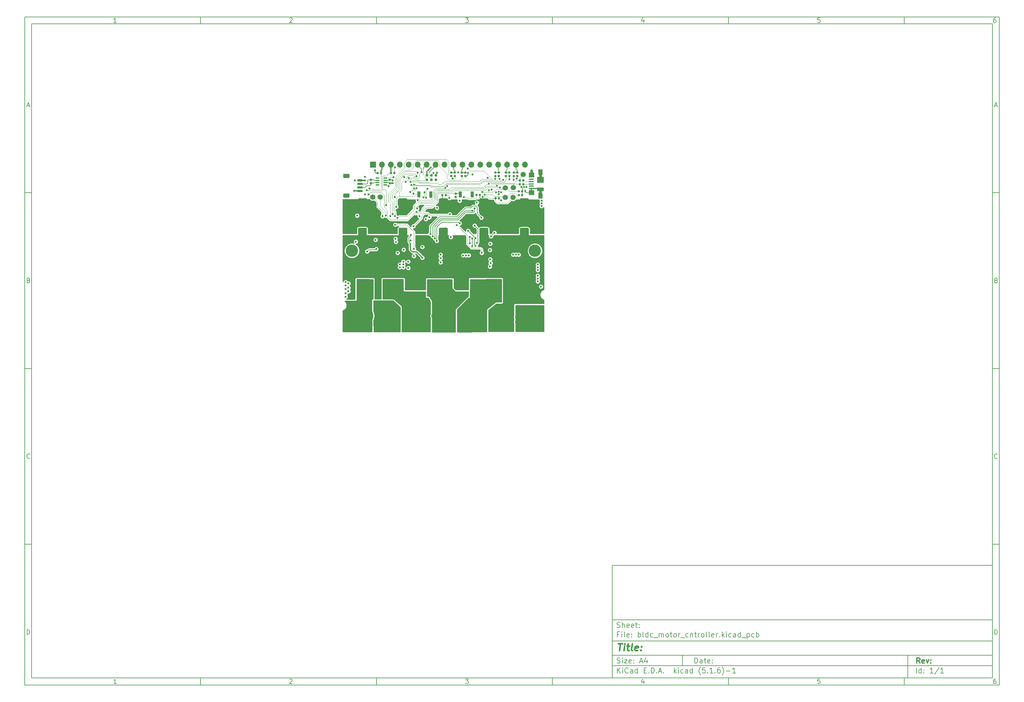
<source format=gbr>
G04 #@! TF.GenerationSoftware,KiCad,Pcbnew,(5.1.6)-1*
G04 #@! TF.CreationDate,2021-03-06T15:59:57+08:00*
G04 #@! TF.ProjectId,bldc_motor_cntroller,626c6463-5f6d-46f7-946f-725f636e7472,rev?*
G04 #@! TF.SameCoordinates,Original*
G04 #@! TF.FileFunction,Copper,L4,Bot*
G04 #@! TF.FilePolarity,Positive*
%FSLAX46Y46*%
G04 Gerber Fmt 4.6, Leading zero omitted, Abs format (unit mm)*
G04 Created by KiCad (PCBNEW (5.1.6)-1) date 2021-03-06 15:59:57*
%MOMM*%
%LPD*%
G01*
G04 APERTURE LIST*
%ADD10C,0.100000*%
%ADD11C,0.150000*%
%ADD12C,0.300000*%
%ADD13C,0.400000*%
G04 #@! TA.AperFunction,SMDPad,CuDef*
%ADD14C,1.500000*%
G04 #@! TD*
G04 #@! TA.AperFunction,SMDPad,CuDef*
%ADD15R,1.900000X1.000000*%
G04 #@! TD*
G04 #@! TA.AperFunction,SMDPad,CuDef*
%ADD16R,1.900000X1.800000*%
G04 #@! TD*
G04 #@! TA.AperFunction,SMDPad,CuDef*
%ADD17R,1.300000X1.650000*%
G04 #@! TD*
G04 #@! TA.AperFunction,SMDPad,CuDef*
%ADD18R,1.550000X1.425000*%
G04 #@! TD*
G04 #@! TA.AperFunction,SMDPad,CuDef*
%ADD19R,1.380000X0.450000*%
G04 #@! TD*
G04 #@! TA.AperFunction,ComponentPad*
%ADD20C,3.500000*%
G04 #@! TD*
G04 #@! TA.AperFunction,ComponentPad*
%ADD21C,5.999480*%
G04 #@! TD*
G04 #@! TA.AperFunction,ComponentPad*
%ADD22R,5.999480X5.999480*%
G04 #@! TD*
G04 #@! TA.AperFunction,ComponentPad*
%ADD23O,1.700000X1.700000*%
G04 #@! TD*
G04 #@! TA.AperFunction,ComponentPad*
%ADD24R,1.700000X1.700000*%
G04 #@! TD*
G04 #@! TA.AperFunction,SMDPad,CuDef*
%ADD25R,1.060000X0.400000*%
G04 #@! TD*
G04 #@! TA.AperFunction,SMDPad,CuDef*
%ADD26R,0.900000X1.700000*%
G04 #@! TD*
G04 #@! TA.AperFunction,ComponentPad*
%ADD27C,6.000000*%
G04 #@! TD*
G04 #@! TA.AperFunction,ConnectorPad*
%ADD28C,0.787400*%
G04 #@! TD*
G04 #@! TA.AperFunction,ViaPad*
%ADD29C,0.600000*%
G04 #@! TD*
G04 #@! TA.AperFunction,Conductor*
%ADD30C,0.120000*%
G04 #@! TD*
G04 #@! TA.AperFunction,Conductor*
%ADD31C,0.200000*%
G04 #@! TD*
G04 #@! TA.AperFunction,Conductor*
%ADD32C,0.800000*%
G04 #@! TD*
G04 #@! TA.AperFunction,Conductor*
%ADD33C,0.300000*%
G04 #@! TD*
G04 #@! TA.AperFunction,Conductor*
%ADD34C,0.254000*%
G04 #@! TD*
G04 APERTURE END LIST*
D10*
D11*
X177002200Y-166007200D02*
X177002200Y-198007200D01*
X285002200Y-198007200D01*
X285002200Y-166007200D01*
X177002200Y-166007200D01*
D10*
D11*
X10000000Y-10000000D02*
X10000000Y-200007200D01*
X287002200Y-200007200D01*
X287002200Y-10000000D01*
X10000000Y-10000000D01*
D10*
D11*
X12000000Y-12000000D02*
X12000000Y-198007200D01*
X285002200Y-198007200D01*
X285002200Y-12000000D01*
X12000000Y-12000000D01*
D10*
D11*
X60000000Y-12000000D02*
X60000000Y-10000000D01*
D10*
D11*
X110000000Y-12000000D02*
X110000000Y-10000000D01*
D10*
D11*
X160000000Y-12000000D02*
X160000000Y-10000000D01*
D10*
D11*
X210000000Y-12000000D02*
X210000000Y-10000000D01*
D10*
D11*
X260000000Y-12000000D02*
X260000000Y-10000000D01*
D10*
D11*
X36065476Y-11588095D02*
X35322619Y-11588095D01*
X35694047Y-11588095D02*
X35694047Y-10288095D01*
X35570238Y-10473809D01*
X35446428Y-10597619D01*
X35322619Y-10659523D01*
D10*
D11*
X85322619Y-10411904D02*
X85384523Y-10350000D01*
X85508333Y-10288095D01*
X85817857Y-10288095D01*
X85941666Y-10350000D01*
X86003571Y-10411904D01*
X86065476Y-10535714D01*
X86065476Y-10659523D01*
X86003571Y-10845238D01*
X85260714Y-11588095D01*
X86065476Y-11588095D01*
D10*
D11*
X135260714Y-10288095D02*
X136065476Y-10288095D01*
X135632142Y-10783333D01*
X135817857Y-10783333D01*
X135941666Y-10845238D01*
X136003571Y-10907142D01*
X136065476Y-11030952D01*
X136065476Y-11340476D01*
X136003571Y-11464285D01*
X135941666Y-11526190D01*
X135817857Y-11588095D01*
X135446428Y-11588095D01*
X135322619Y-11526190D01*
X135260714Y-11464285D01*
D10*
D11*
X185941666Y-10721428D02*
X185941666Y-11588095D01*
X185632142Y-10226190D02*
X185322619Y-11154761D01*
X186127380Y-11154761D01*
D10*
D11*
X236003571Y-10288095D02*
X235384523Y-10288095D01*
X235322619Y-10907142D01*
X235384523Y-10845238D01*
X235508333Y-10783333D01*
X235817857Y-10783333D01*
X235941666Y-10845238D01*
X236003571Y-10907142D01*
X236065476Y-11030952D01*
X236065476Y-11340476D01*
X236003571Y-11464285D01*
X235941666Y-11526190D01*
X235817857Y-11588095D01*
X235508333Y-11588095D01*
X235384523Y-11526190D01*
X235322619Y-11464285D01*
D10*
D11*
X285941666Y-10288095D02*
X285694047Y-10288095D01*
X285570238Y-10350000D01*
X285508333Y-10411904D01*
X285384523Y-10597619D01*
X285322619Y-10845238D01*
X285322619Y-11340476D01*
X285384523Y-11464285D01*
X285446428Y-11526190D01*
X285570238Y-11588095D01*
X285817857Y-11588095D01*
X285941666Y-11526190D01*
X286003571Y-11464285D01*
X286065476Y-11340476D01*
X286065476Y-11030952D01*
X286003571Y-10907142D01*
X285941666Y-10845238D01*
X285817857Y-10783333D01*
X285570238Y-10783333D01*
X285446428Y-10845238D01*
X285384523Y-10907142D01*
X285322619Y-11030952D01*
D10*
D11*
X60000000Y-198007200D02*
X60000000Y-200007200D01*
D10*
D11*
X110000000Y-198007200D02*
X110000000Y-200007200D01*
D10*
D11*
X160000000Y-198007200D02*
X160000000Y-200007200D01*
D10*
D11*
X210000000Y-198007200D02*
X210000000Y-200007200D01*
D10*
D11*
X260000000Y-198007200D02*
X260000000Y-200007200D01*
D10*
D11*
X36065476Y-199595295D02*
X35322619Y-199595295D01*
X35694047Y-199595295D02*
X35694047Y-198295295D01*
X35570238Y-198481009D01*
X35446428Y-198604819D01*
X35322619Y-198666723D01*
D10*
D11*
X85322619Y-198419104D02*
X85384523Y-198357200D01*
X85508333Y-198295295D01*
X85817857Y-198295295D01*
X85941666Y-198357200D01*
X86003571Y-198419104D01*
X86065476Y-198542914D01*
X86065476Y-198666723D01*
X86003571Y-198852438D01*
X85260714Y-199595295D01*
X86065476Y-199595295D01*
D10*
D11*
X135260714Y-198295295D02*
X136065476Y-198295295D01*
X135632142Y-198790533D01*
X135817857Y-198790533D01*
X135941666Y-198852438D01*
X136003571Y-198914342D01*
X136065476Y-199038152D01*
X136065476Y-199347676D01*
X136003571Y-199471485D01*
X135941666Y-199533390D01*
X135817857Y-199595295D01*
X135446428Y-199595295D01*
X135322619Y-199533390D01*
X135260714Y-199471485D01*
D10*
D11*
X185941666Y-198728628D02*
X185941666Y-199595295D01*
X185632142Y-198233390D02*
X185322619Y-199161961D01*
X186127380Y-199161961D01*
D10*
D11*
X236003571Y-198295295D02*
X235384523Y-198295295D01*
X235322619Y-198914342D01*
X235384523Y-198852438D01*
X235508333Y-198790533D01*
X235817857Y-198790533D01*
X235941666Y-198852438D01*
X236003571Y-198914342D01*
X236065476Y-199038152D01*
X236065476Y-199347676D01*
X236003571Y-199471485D01*
X235941666Y-199533390D01*
X235817857Y-199595295D01*
X235508333Y-199595295D01*
X235384523Y-199533390D01*
X235322619Y-199471485D01*
D10*
D11*
X285941666Y-198295295D02*
X285694047Y-198295295D01*
X285570238Y-198357200D01*
X285508333Y-198419104D01*
X285384523Y-198604819D01*
X285322619Y-198852438D01*
X285322619Y-199347676D01*
X285384523Y-199471485D01*
X285446428Y-199533390D01*
X285570238Y-199595295D01*
X285817857Y-199595295D01*
X285941666Y-199533390D01*
X286003571Y-199471485D01*
X286065476Y-199347676D01*
X286065476Y-199038152D01*
X286003571Y-198914342D01*
X285941666Y-198852438D01*
X285817857Y-198790533D01*
X285570238Y-198790533D01*
X285446428Y-198852438D01*
X285384523Y-198914342D01*
X285322619Y-199038152D01*
D10*
D11*
X10000000Y-60000000D02*
X12000000Y-60000000D01*
D10*
D11*
X10000000Y-110000000D02*
X12000000Y-110000000D01*
D10*
D11*
X10000000Y-160000000D02*
X12000000Y-160000000D01*
D10*
D11*
X10690476Y-35216666D02*
X11309523Y-35216666D01*
X10566666Y-35588095D02*
X11000000Y-34288095D01*
X11433333Y-35588095D01*
D10*
D11*
X11092857Y-84907142D02*
X11278571Y-84969047D01*
X11340476Y-85030952D01*
X11402380Y-85154761D01*
X11402380Y-85340476D01*
X11340476Y-85464285D01*
X11278571Y-85526190D01*
X11154761Y-85588095D01*
X10659523Y-85588095D01*
X10659523Y-84288095D01*
X11092857Y-84288095D01*
X11216666Y-84350000D01*
X11278571Y-84411904D01*
X11340476Y-84535714D01*
X11340476Y-84659523D01*
X11278571Y-84783333D01*
X11216666Y-84845238D01*
X11092857Y-84907142D01*
X10659523Y-84907142D01*
D10*
D11*
X11402380Y-135464285D02*
X11340476Y-135526190D01*
X11154761Y-135588095D01*
X11030952Y-135588095D01*
X10845238Y-135526190D01*
X10721428Y-135402380D01*
X10659523Y-135278571D01*
X10597619Y-135030952D01*
X10597619Y-134845238D01*
X10659523Y-134597619D01*
X10721428Y-134473809D01*
X10845238Y-134350000D01*
X11030952Y-134288095D01*
X11154761Y-134288095D01*
X11340476Y-134350000D01*
X11402380Y-134411904D01*
D10*
D11*
X10659523Y-185588095D02*
X10659523Y-184288095D01*
X10969047Y-184288095D01*
X11154761Y-184350000D01*
X11278571Y-184473809D01*
X11340476Y-184597619D01*
X11402380Y-184845238D01*
X11402380Y-185030952D01*
X11340476Y-185278571D01*
X11278571Y-185402380D01*
X11154761Y-185526190D01*
X10969047Y-185588095D01*
X10659523Y-185588095D01*
D10*
D11*
X287002200Y-60000000D02*
X285002200Y-60000000D01*
D10*
D11*
X287002200Y-110000000D02*
X285002200Y-110000000D01*
D10*
D11*
X287002200Y-160000000D02*
X285002200Y-160000000D01*
D10*
D11*
X285692676Y-35216666D02*
X286311723Y-35216666D01*
X285568866Y-35588095D02*
X286002200Y-34288095D01*
X286435533Y-35588095D01*
D10*
D11*
X286095057Y-84907142D02*
X286280771Y-84969047D01*
X286342676Y-85030952D01*
X286404580Y-85154761D01*
X286404580Y-85340476D01*
X286342676Y-85464285D01*
X286280771Y-85526190D01*
X286156961Y-85588095D01*
X285661723Y-85588095D01*
X285661723Y-84288095D01*
X286095057Y-84288095D01*
X286218866Y-84350000D01*
X286280771Y-84411904D01*
X286342676Y-84535714D01*
X286342676Y-84659523D01*
X286280771Y-84783333D01*
X286218866Y-84845238D01*
X286095057Y-84907142D01*
X285661723Y-84907142D01*
D10*
D11*
X286404580Y-135464285D02*
X286342676Y-135526190D01*
X286156961Y-135588095D01*
X286033152Y-135588095D01*
X285847438Y-135526190D01*
X285723628Y-135402380D01*
X285661723Y-135278571D01*
X285599819Y-135030952D01*
X285599819Y-134845238D01*
X285661723Y-134597619D01*
X285723628Y-134473809D01*
X285847438Y-134350000D01*
X286033152Y-134288095D01*
X286156961Y-134288095D01*
X286342676Y-134350000D01*
X286404580Y-134411904D01*
D10*
D11*
X285661723Y-185588095D02*
X285661723Y-184288095D01*
X285971247Y-184288095D01*
X286156961Y-184350000D01*
X286280771Y-184473809D01*
X286342676Y-184597619D01*
X286404580Y-184845238D01*
X286404580Y-185030952D01*
X286342676Y-185278571D01*
X286280771Y-185402380D01*
X286156961Y-185526190D01*
X285971247Y-185588095D01*
X285661723Y-185588095D01*
D10*
D11*
X200434342Y-193785771D02*
X200434342Y-192285771D01*
X200791485Y-192285771D01*
X201005771Y-192357200D01*
X201148628Y-192500057D01*
X201220057Y-192642914D01*
X201291485Y-192928628D01*
X201291485Y-193142914D01*
X201220057Y-193428628D01*
X201148628Y-193571485D01*
X201005771Y-193714342D01*
X200791485Y-193785771D01*
X200434342Y-193785771D01*
X202577200Y-193785771D02*
X202577200Y-193000057D01*
X202505771Y-192857200D01*
X202362914Y-192785771D01*
X202077200Y-192785771D01*
X201934342Y-192857200D01*
X202577200Y-193714342D02*
X202434342Y-193785771D01*
X202077200Y-193785771D01*
X201934342Y-193714342D01*
X201862914Y-193571485D01*
X201862914Y-193428628D01*
X201934342Y-193285771D01*
X202077200Y-193214342D01*
X202434342Y-193214342D01*
X202577200Y-193142914D01*
X203077200Y-192785771D02*
X203648628Y-192785771D01*
X203291485Y-192285771D02*
X203291485Y-193571485D01*
X203362914Y-193714342D01*
X203505771Y-193785771D01*
X203648628Y-193785771D01*
X204720057Y-193714342D02*
X204577200Y-193785771D01*
X204291485Y-193785771D01*
X204148628Y-193714342D01*
X204077200Y-193571485D01*
X204077200Y-193000057D01*
X204148628Y-192857200D01*
X204291485Y-192785771D01*
X204577200Y-192785771D01*
X204720057Y-192857200D01*
X204791485Y-193000057D01*
X204791485Y-193142914D01*
X204077200Y-193285771D01*
X205434342Y-193642914D02*
X205505771Y-193714342D01*
X205434342Y-193785771D01*
X205362914Y-193714342D01*
X205434342Y-193642914D01*
X205434342Y-193785771D01*
X205434342Y-192857200D02*
X205505771Y-192928628D01*
X205434342Y-193000057D01*
X205362914Y-192928628D01*
X205434342Y-192857200D01*
X205434342Y-193000057D01*
D10*
D11*
X177002200Y-194507200D02*
X285002200Y-194507200D01*
D10*
D11*
X178434342Y-196585771D02*
X178434342Y-195085771D01*
X179291485Y-196585771D02*
X178648628Y-195728628D01*
X179291485Y-195085771D02*
X178434342Y-195942914D01*
X179934342Y-196585771D02*
X179934342Y-195585771D01*
X179934342Y-195085771D02*
X179862914Y-195157200D01*
X179934342Y-195228628D01*
X180005771Y-195157200D01*
X179934342Y-195085771D01*
X179934342Y-195228628D01*
X181505771Y-196442914D02*
X181434342Y-196514342D01*
X181220057Y-196585771D01*
X181077200Y-196585771D01*
X180862914Y-196514342D01*
X180720057Y-196371485D01*
X180648628Y-196228628D01*
X180577200Y-195942914D01*
X180577200Y-195728628D01*
X180648628Y-195442914D01*
X180720057Y-195300057D01*
X180862914Y-195157200D01*
X181077200Y-195085771D01*
X181220057Y-195085771D01*
X181434342Y-195157200D01*
X181505771Y-195228628D01*
X182791485Y-196585771D02*
X182791485Y-195800057D01*
X182720057Y-195657200D01*
X182577200Y-195585771D01*
X182291485Y-195585771D01*
X182148628Y-195657200D01*
X182791485Y-196514342D02*
X182648628Y-196585771D01*
X182291485Y-196585771D01*
X182148628Y-196514342D01*
X182077200Y-196371485D01*
X182077200Y-196228628D01*
X182148628Y-196085771D01*
X182291485Y-196014342D01*
X182648628Y-196014342D01*
X182791485Y-195942914D01*
X184148628Y-196585771D02*
X184148628Y-195085771D01*
X184148628Y-196514342D02*
X184005771Y-196585771D01*
X183720057Y-196585771D01*
X183577200Y-196514342D01*
X183505771Y-196442914D01*
X183434342Y-196300057D01*
X183434342Y-195871485D01*
X183505771Y-195728628D01*
X183577200Y-195657200D01*
X183720057Y-195585771D01*
X184005771Y-195585771D01*
X184148628Y-195657200D01*
X186005771Y-195800057D02*
X186505771Y-195800057D01*
X186720057Y-196585771D02*
X186005771Y-196585771D01*
X186005771Y-195085771D01*
X186720057Y-195085771D01*
X187362914Y-196442914D02*
X187434342Y-196514342D01*
X187362914Y-196585771D01*
X187291485Y-196514342D01*
X187362914Y-196442914D01*
X187362914Y-196585771D01*
X188077200Y-196585771D02*
X188077200Y-195085771D01*
X188434342Y-195085771D01*
X188648628Y-195157200D01*
X188791485Y-195300057D01*
X188862914Y-195442914D01*
X188934342Y-195728628D01*
X188934342Y-195942914D01*
X188862914Y-196228628D01*
X188791485Y-196371485D01*
X188648628Y-196514342D01*
X188434342Y-196585771D01*
X188077200Y-196585771D01*
X189577200Y-196442914D02*
X189648628Y-196514342D01*
X189577200Y-196585771D01*
X189505771Y-196514342D01*
X189577200Y-196442914D01*
X189577200Y-196585771D01*
X190220057Y-196157200D02*
X190934342Y-196157200D01*
X190077200Y-196585771D02*
X190577200Y-195085771D01*
X191077200Y-196585771D01*
X191577200Y-196442914D02*
X191648628Y-196514342D01*
X191577200Y-196585771D01*
X191505771Y-196514342D01*
X191577200Y-196442914D01*
X191577200Y-196585771D01*
X194577200Y-196585771D02*
X194577200Y-195085771D01*
X194720057Y-196014342D02*
X195148628Y-196585771D01*
X195148628Y-195585771D02*
X194577200Y-196157200D01*
X195791485Y-196585771D02*
X195791485Y-195585771D01*
X195791485Y-195085771D02*
X195720057Y-195157200D01*
X195791485Y-195228628D01*
X195862914Y-195157200D01*
X195791485Y-195085771D01*
X195791485Y-195228628D01*
X197148628Y-196514342D02*
X197005771Y-196585771D01*
X196720057Y-196585771D01*
X196577200Y-196514342D01*
X196505771Y-196442914D01*
X196434342Y-196300057D01*
X196434342Y-195871485D01*
X196505771Y-195728628D01*
X196577200Y-195657200D01*
X196720057Y-195585771D01*
X197005771Y-195585771D01*
X197148628Y-195657200D01*
X198434342Y-196585771D02*
X198434342Y-195800057D01*
X198362914Y-195657200D01*
X198220057Y-195585771D01*
X197934342Y-195585771D01*
X197791485Y-195657200D01*
X198434342Y-196514342D02*
X198291485Y-196585771D01*
X197934342Y-196585771D01*
X197791485Y-196514342D01*
X197720057Y-196371485D01*
X197720057Y-196228628D01*
X197791485Y-196085771D01*
X197934342Y-196014342D01*
X198291485Y-196014342D01*
X198434342Y-195942914D01*
X199791485Y-196585771D02*
X199791485Y-195085771D01*
X199791485Y-196514342D02*
X199648628Y-196585771D01*
X199362914Y-196585771D01*
X199220057Y-196514342D01*
X199148628Y-196442914D01*
X199077200Y-196300057D01*
X199077200Y-195871485D01*
X199148628Y-195728628D01*
X199220057Y-195657200D01*
X199362914Y-195585771D01*
X199648628Y-195585771D01*
X199791485Y-195657200D01*
X202077200Y-197157200D02*
X202005771Y-197085771D01*
X201862914Y-196871485D01*
X201791485Y-196728628D01*
X201720057Y-196514342D01*
X201648628Y-196157200D01*
X201648628Y-195871485D01*
X201720057Y-195514342D01*
X201791485Y-195300057D01*
X201862914Y-195157200D01*
X202005771Y-194942914D01*
X202077200Y-194871485D01*
X203362914Y-195085771D02*
X202648628Y-195085771D01*
X202577200Y-195800057D01*
X202648628Y-195728628D01*
X202791485Y-195657200D01*
X203148628Y-195657200D01*
X203291485Y-195728628D01*
X203362914Y-195800057D01*
X203434342Y-195942914D01*
X203434342Y-196300057D01*
X203362914Y-196442914D01*
X203291485Y-196514342D01*
X203148628Y-196585771D01*
X202791485Y-196585771D01*
X202648628Y-196514342D01*
X202577200Y-196442914D01*
X204077200Y-196442914D02*
X204148628Y-196514342D01*
X204077200Y-196585771D01*
X204005771Y-196514342D01*
X204077200Y-196442914D01*
X204077200Y-196585771D01*
X205577200Y-196585771D02*
X204720057Y-196585771D01*
X205148628Y-196585771D02*
X205148628Y-195085771D01*
X205005771Y-195300057D01*
X204862914Y-195442914D01*
X204720057Y-195514342D01*
X206220057Y-196442914D02*
X206291485Y-196514342D01*
X206220057Y-196585771D01*
X206148628Y-196514342D01*
X206220057Y-196442914D01*
X206220057Y-196585771D01*
X207577200Y-195085771D02*
X207291485Y-195085771D01*
X207148628Y-195157200D01*
X207077200Y-195228628D01*
X206934342Y-195442914D01*
X206862914Y-195728628D01*
X206862914Y-196300057D01*
X206934342Y-196442914D01*
X207005771Y-196514342D01*
X207148628Y-196585771D01*
X207434342Y-196585771D01*
X207577200Y-196514342D01*
X207648628Y-196442914D01*
X207720057Y-196300057D01*
X207720057Y-195942914D01*
X207648628Y-195800057D01*
X207577200Y-195728628D01*
X207434342Y-195657200D01*
X207148628Y-195657200D01*
X207005771Y-195728628D01*
X206934342Y-195800057D01*
X206862914Y-195942914D01*
X208220057Y-197157200D02*
X208291485Y-197085771D01*
X208434342Y-196871485D01*
X208505771Y-196728628D01*
X208577200Y-196514342D01*
X208648628Y-196157200D01*
X208648628Y-195871485D01*
X208577200Y-195514342D01*
X208505771Y-195300057D01*
X208434342Y-195157200D01*
X208291485Y-194942914D01*
X208220057Y-194871485D01*
X209362914Y-196014342D02*
X210505771Y-196014342D01*
X212005771Y-196585771D02*
X211148628Y-196585771D01*
X211577200Y-196585771D02*
X211577200Y-195085771D01*
X211434342Y-195300057D01*
X211291485Y-195442914D01*
X211148628Y-195514342D01*
D10*
D11*
X177002200Y-191507200D02*
X285002200Y-191507200D01*
D10*
D12*
X264411485Y-193785771D02*
X263911485Y-193071485D01*
X263554342Y-193785771D02*
X263554342Y-192285771D01*
X264125771Y-192285771D01*
X264268628Y-192357200D01*
X264340057Y-192428628D01*
X264411485Y-192571485D01*
X264411485Y-192785771D01*
X264340057Y-192928628D01*
X264268628Y-193000057D01*
X264125771Y-193071485D01*
X263554342Y-193071485D01*
X265625771Y-193714342D02*
X265482914Y-193785771D01*
X265197200Y-193785771D01*
X265054342Y-193714342D01*
X264982914Y-193571485D01*
X264982914Y-193000057D01*
X265054342Y-192857200D01*
X265197200Y-192785771D01*
X265482914Y-192785771D01*
X265625771Y-192857200D01*
X265697200Y-193000057D01*
X265697200Y-193142914D01*
X264982914Y-193285771D01*
X266197200Y-192785771D02*
X266554342Y-193785771D01*
X266911485Y-192785771D01*
X267482914Y-193642914D02*
X267554342Y-193714342D01*
X267482914Y-193785771D01*
X267411485Y-193714342D01*
X267482914Y-193642914D01*
X267482914Y-193785771D01*
X267482914Y-192857200D02*
X267554342Y-192928628D01*
X267482914Y-193000057D01*
X267411485Y-192928628D01*
X267482914Y-192857200D01*
X267482914Y-193000057D01*
D10*
D11*
X178362914Y-193714342D02*
X178577200Y-193785771D01*
X178934342Y-193785771D01*
X179077200Y-193714342D01*
X179148628Y-193642914D01*
X179220057Y-193500057D01*
X179220057Y-193357200D01*
X179148628Y-193214342D01*
X179077200Y-193142914D01*
X178934342Y-193071485D01*
X178648628Y-193000057D01*
X178505771Y-192928628D01*
X178434342Y-192857200D01*
X178362914Y-192714342D01*
X178362914Y-192571485D01*
X178434342Y-192428628D01*
X178505771Y-192357200D01*
X178648628Y-192285771D01*
X179005771Y-192285771D01*
X179220057Y-192357200D01*
X179862914Y-193785771D02*
X179862914Y-192785771D01*
X179862914Y-192285771D02*
X179791485Y-192357200D01*
X179862914Y-192428628D01*
X179934342Y-192357200D01*
X179862914Y-192285771D01*
X179862914Y-192428628D01*
X180434342Y-192785771D02*
X181220057Y-192785771D01*
X180434342Y-193785771D01*
X181220057Y-193785771D01*
X182362914Y-193714342D02*
X182220057Y-193785771D01*
X181934342Y-193785771D01*
X181791485Y-193714342D01*
X181720057Y-193571485D01*
X181720057Y-193000057D01*
X181791485Y-192857200D01*
X181934342Y-192785771D01*
X182220057Y-192785771D01*
X182362914Y-192857200D01*
X182434342Y-193000057D01*
X182434342Y-193142914D01*
X181720057Y-193285771D01*
X183077200Y-193642914D02*
X183148628Y-193714342D01*
X183077200Y-193785771D01*
X183005771Y-193714342D01*
X183077200Y-193642914D01*
X183077200Y-193785771D01*
X183077200Y-192857200D02*
X183148628Y-192928628D01*
X183077200Y-193000057D01*
X183005771Y-192928628D01*
X183077200Y-192857200D01*
X183077200Y-193000057D01*
X184862914Y-193357200D02*
X185577200Y-193357200D01*
X184720057Y-193785771D02*
X185220057Y-192285771D01*
X185720057Y-193785771D01*
X186862914Y-192785771D02*
X186862914Y-193785771D01*
X186505771Y-192214342D02*
X186148628Y-193285771D01*
X187077200Y-193285771D01*
D10*
D11*
X263434342Y-196585771D02*
X263434342Y-195085771D01*
X264791485Y-196585771D02*
X264791485Y-195085771D01*
X264791485Y-196514342D02*
X264648628Y-196585771D01*
X264362914Y-196585771D01*
X264220057Y-196514342D01*
X264148628Y-196442914D01*
X264077200Y-196300057D01*
X264077200Y-195871485D01*
X264148628Y-195728628D01*
X264220057Y-195657200D01*
X264362914Y-195585771D01*
X264648628Y-195585771D01*
X264791485Y-195657200D01*
X265505771Y-196442914D02*
X265577200Y-196514342D01*
X265505771Y-196585771D01*
X265434342Y-196514342D01*
X265505771Y-196442914D01*
X265505771Y-196585771D01*
X265505771Y-195657200D02*
X265577200Y-195728628D01*
X265505771Y-195800057D01*
X265434342Y-195728628D01*
X265505771Y-195657200D01*
X265505771Y-195800057D01*
X268148628Y-196585771D02*
X267291485Y-196585771D01*
X267720057Y-196585771D02*
X267720057Y-195085771D01*
X267577200Y-195300057D01*
X267434342Y-195442914D01*
X267291485Y-195514342D01*
X269862914Y-195014342D02*
X268577200Y-196942914D01*
X271148628Y-196585771D02*
X270291485Y-196585771D01*
X270720057Y-196585771D02*
X270720057Y-195085771D01*
X270577200Y-195300057D01*
X270434342Y-195442914D01*
X270291485Y-195514342D01*
D10*
D11*
X177002200Y-187507200D02*
X285002200Y-187507200D01*
D10*
D13*
X178714580Y-188211961D02*
X179857438Y-188211961D01*
X179036009Y-190211961D02*
X179286009Y-188211961D01*
X180274104Y-190211961D02*
X180440771Y-188878628D01*
X180524104Y-188211961D02*
X180416961Y-188307200D01*
X180500295Y-188402438D01*
X180607438Y-188307200D01*
X180524104Y-188211961D01*
X180500295Y-188402438D01*
X181107438Y-188878628D02*
X181869342Y-188878628D01*
X181476485Y-188211961D02*
X181262200Y-189926247D01*
X181333628Y-190116723D01*
X181512200Y-190211961D01*
X181702676Y-190211961D01*
X182655057Y-190211961D02*
X182476485Y-190116723D01*
X182405057Y-189926247D01*
X182619342Y-188211961D01*
X184190771Y-190116723D02*
X183988390Y-190211961D01*
X183607438Y-190211961D01*
X183428866Y-190116723D01*
X183357438Y-189926247D01*
X183452676Y-189164342D01*
X183571723Y-188973866D01*
X183774104Y-188878628D01*
X184155057Y-188878628D01*
X184333628Y-188973866D01*
X184405057Y-189164342D01*
X184381247Y-189354819D01*
X183405057Y-189545295D01*
X185155057Y-190021485D02*
X185238390Y-190116723D01*
X185131247Y-190211961D01*
X185047914Y-190116723D01*
X185155057Y-190021485D01*
X185131247Y-190211961D01*
X185286009Y-188973866D02*
X185369342Y-189069104D01*
X185262200Y-189164342D01*
X185178866Y-189069104D01*
X185286009Y-188973866D01*
X185262200Y-189164342D01*
D10*
D11*
X178934342Y-185600057D02*
X178434342Y-185600057D01*
X178434342Y-186385771D02*
X178434342Y-184885771D01*
X179148628Y-184885771D01*
X179720057Y-186385771D02*
X179720057Y-185385771D01*
X179720057Y-184885771D02*
X179648628Y-184957200D01*
X179720057Y-185028628D01*
X179791485Y-184957200D01*
X179720057Y-184885771D01*
X179720057Y-185028628D01*
X180648628Y-186385771D02*
X180505771Y-186314342D01*
X180434342Y-186171485D01*
X180434342Y-184885771D01*
X181791485Y-186314342D02*
X181648628Y-186385771D01*
X181362914Y-186385771D01*
X181220057Y-186314342D01*
X181148628Y-186171485D01*
X181148628Y-185600057D01*
X181220057Y-185457200D01*
X181362914Y-185385771D01*
X181648628Y-185385771D01*
X181791485Y-185457200D01*
X181862914Y-185600057D01*
X181862914Y-185742914D01*
X181148628Y-185885771D01*
X182505771Y-186242914D02*
X182577200Y-186314342D01*
X182505771Y-186385771D01*
X182434342Y-186314342D01*
X182505771Y-186242914D01*
X182505771Y-186385771D01*
X182505771Y-185457200D02*
X182577200Y-185528628D01*
X182505771Y-185600057D01*
X182434342Y-185528628D01*
X182505771Y-185457200D01*
X182505771Y-185600057D01*
X184362914Y-186385771D02*
X184362914Y-184885771D01*
X184362914Y-185457200D02*
X184505771Y-185385771D01*
X184791485Y-185385771D01*
X184934342Y-185457200D01*
X185005771Y-185528628D01*
X185077200Y-185671485D01*
X185077200Y-186100057D01*
X185005771Y-186242914D01*
X184934342Y-186314342D01*
X184791485Y-186385771D01*
X184505771Y-186385771D01*
X184362914Y-186314342D01*
X185934342Y-186385771D02*
X185791485Y-186314342D01*
X185720057Y-186171485D01*
X185720057Y-184885771D01*
X187148628Y-186385771D02*
X187148628Y-184885771D01*
X187148628Y-186314342D02*
X187005771Y-186385771D01*
X186720057Y-186385771D01*
X186577200Y-186314342D01*
X186505771Y-186242914D01*
X186434342Y-186100057D01*
X186434342Y-185671485D01*
X186505771Y-185528628D01*
X186577200Y-185457200D01*
X186720057Y-185385771D01*
X187005771Y-185385771D01*
X187148628Y-185457200D01*
X188505771Y-186314342D02*
X188362914Y-186385771D01*
X188077200Y-186385771D01*
X187934342Y-186314342D01*
X187862914Y-186242914D01*
X187791485Y-186100057D01*
X187791485Y-185671485D01*
X187862914Y-185528628D01*
X187934342Y-185457200D01*
X188077200Y-185385771D01*
X188362914Y-185385771D01*
X188505771Y-185457200D01*
X188791485Y-186528628D02*
X189934342Y-186528628D01*
X190291485Y-186385771D02*
X190291485Y-185385771D01*
X190291485Y-185528628D02*
X190362914Y-185457200D01*
X190505771Y-185385771D01*
X190720057Y-185385771D01*
X190862914Y-185457200D01*
X190934342Y-185600057D01*
X190934342Y-186385771D01*
X190934342Y-185600057D02*
X191005771Y-185457200D01*
X191148628Y-185385771D01*
X191362914Y-185385771D01*
X191505771Y-185457200D01*
X191577200Y-185600057D01*
X191577200Y-186385771D01*
X192505771Y-186385771D02*
X192362914Y-186314342D01*
X192291485Y-186242914D01*
X192220057Y-186100057D01*
X192220057Y-185671485D01*
X192291485Y-185528628D01*
X192362914Y-185457200D01*
X192505771Y-185385771D01*
X192720057Y-185385771D01*
X192862914Y-185457200D01*
X192934342Y-185528628D01*
X193005771Y-185671485D01*
X193005771Y-186100057D01*
X192934342Y-186242914D01*
X192862914Y-186314342D01*
X192720057Y-186385771D01*
X192505771Y-186385771D01*
X193434342Y-185385771D02*
X194005771Y-185385771D01*
X193648628Y-184885771D02*
X193648628Y-186171485D01*
X193720057Y-186314342D01*
X193862914Y-186385771D01*
X194005771Y-186385771D01*
X194720057Y-186385771D02*
X194577200Y-186314342D01*
X194505771Y-186242914D01*
X194434342Y-186100057D01*
X194434342Y-185671485D01*
X194505771Y-185528628D01*
X194577200Y-185457200D01*
X194720057Y-185385771D01*
X194934342Y-185385771D01*
X195077200Y-185457200D01*
X195148628Y-185528628D01*
X195220057Y-185671485D01*
X195220057Y-186100057D01*
X195148628Y-186242914D01*
X195077200Y-186314342D01*
X194934342Y-186385771D01*
X194720057Y-186385771D01*
X195862914Y-186385771D02*
X195862914Y-185385771D01*
X195862914Y-185671485D02*
X195934342Y-185528628D01*
X196005771Y-185457200D01*
X196148628Y-185385771D01*
X196291485Y-185385771D01*
X196434342Y-186528628D02*
X197577200Y-186528628D01*
X198577200Y-186314342D02*
X198434342Y-186385771D01*
X198148628Y-186385771D01*
X198005771Y-186314342D01*
X197934342Y-186242914D01*
X197862914Y-186100057D01*
X197862914Y-185671485D01*
X197934342Y-185528628D01*
X198005771Y-185457200D01*
X198148628Y-185385771D01*
X198434342Y-185385771D01*
X198577200Y-185457200D01*
X199220057Y-185385771D02*
X199220057Y-186385771D01*
X199220057Y-185528628D02*
X199291485Y-185457200D01*
X199434342Y-185385771D01*
X199648628Y-185385771D01*
X199791485Y-185457200D01*
X199862914Y-185600057D01*
X199862914Y-186385771D01*
X200362914Y-185385771D02*
X200934342Y-185385771D01*
X200577200Y-184885771D02*
X200577200Y-186171485D01*
X200648628Y-186314342D01*
X200791485Y-186385771D01*
X200934342Y-186385771D01*
X201434342Y-186385771D02*
X201434342Y-185385771D01*
X201434342Y-185671485D02*
X201505771Y-185528628D01*
X201577200Y-185457200D01*
X201720057Y-185385771D01*
X201862914Y-185385771D01*
X202577200Y-186385771D02*
X202434342Y-186314342D01*
X202362914Y-186242914D01*
X202291485Y-186100057D01*
X202291485Y-185671485D01*
X202362914Y-185528628D01*
X202434342Y-185457200D01*
X202577200Y-185385771D01*
X202791485Y-185385771D01*
X202934342Y-185457200D01*
X203005771Y-185528628D01*
X203077200Y-185671485D01*
X203077200Y-186100057D01*
X203005771Y-186242914D01*
X202934342Y-186314342D01*
X202791485Y-186385771D01*
X202577200Y-186385771D01*
X203934342Y-186385771D02*
X203791485Y-186314342D01*
X203720057Y-186171485D01*
X203720057Y-184885771D01*
X204720057Y-186385771D02*
X204577200Y-186314342D01*
X204505771Y-186171485D01*
X204505771Y-184885771D01*
X205862914Y-186314342D02*
X205720057Y-186385771D01*
X205434342Y-186385771D01*
X205291485Y-186314342D01*
X205220057Y-186171485D01*
X205220057Y-185600057D01*
X205291485Y-185457200D01*
X205434342Y-185385771D01*
X205720057Y-185385771D01*
X205862914Y-185457200D01*
X205934342Y-185600057D01*
X205934342Y-185742914D01*
X205220057Y-185885771D01*
X206577200Y-186385771D02*
X206577200Y-185385771D01*
X206577200Y-185671485D02*
X206648628Y-185528628D01*
X206720057Y-185457200D01*
X206862914Y-185385771D01*
X207005771Y-185385771D01*
X207505771Y-186242914D02*
X207577200Y-186314342D01*
X207505771Y-186385771D01*
X207434342Y-186314342D01*
X207505771Y-186242914D01*
X207505771Y-186385771D01*
X208220057Y-186385771D02*
X208220057Y-184885771D01*
X208362914Y-185814342D02*
X208791485Y-186385771D01*
X208791485Y-185385771D02*
X208220057Y-185957200D01*
X209434342Y-186385771D02*
X209434342Y-185385771D01*
X209434342Y-184885771D02*
X209362914Y-184957200D01*
X209434342Y-185028628D01*
X209505771Y-184957200D01*
X209434342Y-184885771D01*
X209434342Y-185028628D01*
X210791485Y-186314342D02*
X210648628Y-186385771D01*
X210362914Y-186385771D01*
X210220057Y-186314342D01*
X210148628Y-186242914D01*
X210077200Y-186100057D01*
X210077200Y-185671485D01*
X210148628Y-185528628D01*
X210220057Y-185457200D01*
X210362914Y-185385771D01*
X210648628Y-185385771D01*
X210791485Y-185457200D01*
X212077200Y-186385771D02*
X212077200Y-185600057D01*
X212005771Y-185457200D01*
X211862914Y-185385771D01*
X211577200Y-185385771D01*
X211434342Y-185457200D01*
X212077200Y-186314342D02*
X211934342Y-186385771D01*
X211577200Y-186385771D01*
X211434342Y-186314342D01*
X211362914Y-186171485D01*
X211362914Y-186028628D01*
X211434342Y-185885771D01*
X211577200Y-185814342D01*
X211934342Y-185814342D01*
X212077200Y-185742914D01*
X213434342Y-186385771D02*
X213434342Y-184885771D01*
X213434342Y-186314342D02*
X213291485Y-186385771D01*
X213005771Y-186385771D01*
X212862914Y-186314342D01*
X212791485Y-186242914D01*
X212720057Y-186100057D01*
X212720057Y-185671485D01*
X212791485Y-185528628D01*
X212862914Y-185457200D01*
X213005771Y-185385771D01*
X213291485Y-185385771D01*
X213434342Y-185457200D01*
X213791485Y-186528628D02*
X214934342Y-186528628D01*
X215291485Y-185385771D02*
X215291485Y-186885771D01*
X215291485Y-185457200D02*
X215434342Y-185385771D01*
X215720057Y-185385771D01*
X215862914Y-185457200D01*
X215934342Y-185528628D01*
X216005771Y-185671485D01*
X216005771Y-186100057D01*
X215934342Y-186242914D01*
X215862914Y-186314342D01*
X215720057Y-186385771D01*
X215434342Y-186385771D01*
X215291485Y-186314342D01*
X217291485Y-186314342D02*
X217148628Y-186385771D01*
X216862914Y-186385771D01*
X216720057Y-186314342D01*
X216648628Y-186242914D01*
X216577200Y-186100057D01*
X216577200Y-185671485D01*
X216648628Y-185528628D01*
X216720057Y-185457200D01*
X216862914Y-185385771D01*
X217148628Y-185385771D01*
X217291485Y-185457200D01*
X217934342Y-186385771D02*
X217934342Y-184885771D01*
X217934342Y-185457200D02*
X218077200Y-185385771D01*
X218362914Y-185385771D01*
X218505771Y-185457200D01*
X218577200Y-185528628D01*
X218648628Y-185671485D01*
X218648628Y-186100057D01*
X218577200Y-186242914D01*
X218505771Y-186314342D01*
X218362914Y-186385771D01*
X218077200Y-186385771D01*
X217934342Y-186314342D01*
D10*
D11*
X177002200Y-181507200D02*
X285002200Y-181507200D01*
D10*
D11*
X178362914Y-183614342D02*
X178577200Y-183685771D01*
X178934342Y-183685771D01*
X179077200Y-183614342D01*
X179148628Y-183542914D01*
X179220057Y-183400057D01*
X179220057Y-183257200D01*
X179148628Y-183114342D01*
X179077200Y-183042914D01*
X178934342Y-182971485D01*
X178648628Y-182900057D01*
X178505771Y-182828628D01*
X178434342Y-182757200D01*
X178362914Y-182614342D01*
X178362914Y-182471485D01*
X178434342Y-182328628D01*
X178505771Y-182257200D01*
X178648628Y-182185771D01*
X179005771Y-182185771D01*
X179220057Y-182257200D01*
X179862914Y-183685771D02*
X179862914Y-182185771D01*
X180505771Y-183685771D02*
X180505771Y-182900057D01*
X180434342Y-182757200D01*
X180291485Y-182685771D01*
X180077200Y-182685771D01*
X179934342Y-182757200D01*
X179862914Y-182828628D01*
X181791485Y-183614342D02*
X181648628Y-183685771D01*
X181362914Y-183685771D01*
X181220057Y-183614342D01*
X181148628Y-183471485D01*
X181148628Y-182900057D01*
X181220057Y-182757200D01*
X181362914Y-182685771D01*
X181648628Y-182685771D01*
X181791485Y-182757200D01*
X181862914Y-182900057D01*
X181862914Y-183042914D01*
X181148628Y-183185771D01*
X183077200Y-183614342D02*
X182934342Y-183685771D01*
X182648628Y-183685771D01*
X182505771Y-183614342D01*
X182434342Y-183471485D01*
X182434342Y-182900057D01*
X182505771Y-182757200D01*
X182648628Y-182685771D01*
X182934342Y-182685771D01*
X183077200Y-182757200D01*
X183148628Y-182900057D01*
X183148628Y-183042914D01*
X182434342Y-183185771D01*
X183577200Y-182685771D02*
X184148628Y-182685771D01*
X183791485Y-182185771D02*
X183791485Y-183471485D01*
X183862914Y-183614342D01*
X184005771Y-183685771D01*
X184148628Y-183685771D01*
X184648628Y-183542914D02*
X184720057Y-183614342D01*
X184648628Y-183685771D01*
X184577200Y-183614342D01*
X184648628Y-183542914D01*
X184648628Y-183685771D01*
X184648628Y-182757200D02*
X184720057Y-182828628D01*
X184648628Y-182900057D01*
X184577200Y-182828628D01*
X184648628Y-182757200D01*
X184648628Y-182900057D01*
D10*
D11*
X197002200Y-191507200D02*
X197002200Y-194507200D01*
D10*
D11*
X261002200Y-191507200D02*
X261002200Y-198007200D01*
D14*
X146600000Y-58600000D03*
G04 #@! TA.AperFunction,SMDPad,CuDef*
G36*
G01*
X102075001Y-55800000D02*
X100774999Y-55800000D01*
G75*
G02*
X100525000Y-55550001I0J249999D01*
G01*
X100525000Y-54849999D01*
G75*
G02*
X100774999Y-54600000I249999J0D01*
G01*
X102075001Y-54600000D01*
G75*
G02*
X102325000Y-54849999I0J-249999D01*
G01*
X102325000Y-55550001D01*
G75*
G02*
X102075001Y-55800000I-249999J0D01*
G01*
G37*
G04 #@! TD.AperFunction*
G04 #@! TA.AperFunction,SMDPad,CuDef*
G36*
G01*
X102075001Y-61400000D02*
X100774999Y-61400000D01*
G75*
G02*
X100525000Y-61150001I0J249999D01*
G01*
X100525000Y-60449999D01*
G75*
G02*
X100774999Y-60200000I249999J0D01*
G01*
X102075001Y-60200000D01*
G75*
G02*
X102325000Y-60449999I0J-249999D01*
G01*
X102325000Y-61150001D01*
G75*
G02*
X102075001Y-61400000I-249999J0D01*
G01*
G37*
G04 #@! TD.AperFunction*
G04 #@! TA.AperFunction,SMDPad,CuDef*
G36*
G01*
X105925000Y-56800000D02*
X104675000Y-56800000D01*
G75*
G02*
X104525000Y-56650000I0J150000D01*
G01*
X104525000Y-56350000D01*
G75*
G02*
X104675000Y-56200000I150000J0D01*
G01*
X105925000Y-56200000D01*
G75*
G02*
X106075000Y-56350000I0J-150000D01*
G01*
X106075000Y-56650000D01*
G75*
G02*
X105925000Y-56800000I-150000J0D01*
G01*
G37*
G04 #@! TD.AperFunction*
G04 #@! TA.AperFunction,SMDPad,CuDef*
G36*
G01*
X105925000Y-57800000D02*
X104675000Y-57800000D01*
G75*
G02*
X104525000Y-57650000I0J150000D01*
G01*
X104525000Y-57350000D01*
G75*
G02*
X104675000Y-57200000I150000J0D01*
G01*
X105925000Y-57200000D01*
G75*
G02*
X106075000Y-57350000I0J-150000D01*
G01*
X106075000Y-57650000D01*
G75*
G02*
X105925000Y-57800000I-150000J0D01*
G01*
G37*
G04 #@! TD.AperFunction*
G04 #@! TA.AperFunction,SMDPad,CuDef*
G36*
G01*
X105925000Y-58800000D02*
X104675000Y-58800000D01*
G75*
G02*
X104525000Y-58650000I0J150000D01*
G01*
X104525000Y-58350000D01*
G75*
G02*
X104675000Y-58200000I150000J0D01*
G01*
X105925000Y-58200000D01*
G75*
G02*
X106075000Y-58350000I0J-150000D01*
G01*
X106075000Y-58650000D01*
G75*
G02*
X105925000Y-58800000I-150000J0D01*
G01*
G37*
G04 #@! TD.AperFunction*
G04 #@! TA.AperFunction,SMDPad,CuDef*
G36*
G01*
X105925000Y-59800000D02*
X104675000Y-59800000D01*
G75*
G02*
X104525000Y-59650000I0J150000D01*
G01*
X104525000Y-59350000D01*
G75*
G02*
X104675000Y-59200000I150000J0D01*
G01*
X105925000Y-59200000D01*
G75*
G02*
X106075000Y-59350000I0J-150000D01*
G01*
X106075000Y-59650000D01*
G75*
G02*
X105925000Y-59800000I-150000J0D01*
G01*
G37*
G04 #@! TD.AperFunction*
D15*
X156600000Y-59050000D03*
D16*
X156600000Y-56350000D03*
D17*
X156600000Y-60875000D03*
X156600000Y-54125000D03*
D18*
X154025000Y-59987500D03*
X154025000Y-55012500D03*
D19*
X153940000Y-58800000D03*
X153940000Y-58150000D03*
X153940000Y-57500000D03*
X153940000Y-56850000D03*
X153940000Y-56200000D03*
D20*
X103000000Y-76500000D03*
X155000000Y-76500000D03*
G04 #@! TA.AperFunction,SMDPad,CuDef*
G36*
G01*
X107000000Y-66000000D02*
X105000000Y-66000000D01*
G75*
G02*
X104750000Y-65750000I0J250000D01*
G01*
X104750000Y-61850000D01*
G75*
G02*
X105000000Y-61600000I250000J0D01*
G01*
X107000000Y-61600000D01*
G75*
G02*
X107250000Y-61850000I0J-250000D01*
G01*
X107250000Y-65750000D01*
G75*
G02*
X107000000Y-66000000I-250000J0D01*
G01*
G37*
G04 #@! TD.AperFunction*
G04 #@! TA.AperFunction,SMDPad,CuDef*
G36*
G01*
X107000000Y-74400000D02*
X105000000Y-74400000D01*
G75*
G02*
X104750000Y-74150000I0J250000D01*
G01*
X104750000Y-70250000D01*
G75*
G02*
X105000000Y-70000000I250000J0D01*
G01*
X107000000Y-70000000D01*
G75*
G02*
X107250000Y-70250000I0J-250000D01*
G01*
X107250000Y-74150000D01*
G75*
G02*
X107000000Y-74400000I-250000J0D01*
G01*
G37*
G04 #@! TD.AperFunction*
D21*
X136620000Y-95000000D03*
X129000000Y-95000000D03*
D22*
X121380000Y-95000000D03*
D23*
X152180000Y-52000000D03*
X149640000Y-52000000D03*
X147100000Y-52000000D03*
X144560000Y-52000000D03*
X142020000Y-52000000D03*
X139480000Y-52000000D03*
X136940000Y-52000000D03*
X134400000Y-52000000D03*
X131860000Y-52000000D03*
X129320000Y-52000000D03*
X126780000Y-52000000D03*
X124240000Y-52000000D03*
X121700000Y-52000000D03*
X119160000Y-52000000D03*
X116620000Y-52000000D03*
X114080000Y-52000000D03*
X111540000Y-52000000D03*
D24*
X109000000Y-52000000D03*
D25*
X110300000Y-55820000D03*
X110300000Y-56470000D03*
X110300000Y-57130000D03*
X110300000Y-57780000D03*
X112500000Y-57780000D03*
X112500000Y-57130000D03*
X112500000Y-56470000D03*
X112500000Y-55820000D03*
D14*
X111000000Y-61200000D03*
X108900000Y-61200000D03*
X146600000Y-61300000D03*
X148800000Y-61300000D03*
X151700000Y-54800000D03*
X148900000Y-58500000D03*
D26*
X122000000Y-60500000D03*
X125400000Y-60500000D03*
X133800000Y-60500000D03*
X137200000Y-60500000D03*
G04 #@! TA.AperFunction,SMDPad,CuDef*
G36*
G01*
X138710000Y-60427500D02*
X138710000Y-60772500D01*
G75*
G02*
X138562500Y-60920000I-147500J0D01*
G01*
X138267500Y-60920000D01*
G75*
G02*
X138120000Y-60772500I0J147500D01*
G01*
X138120000Y-60427500D01*
G75*
G02*
X138267500Y-60280000I147500J0D01*
G01*
X138562500Y-60280000D01*
G75*
G02*
X138710000Y-60427500I0J-147500D01*
G01*
G37*
G04 #@! TD.AperFunction*
G04 #@! TA.AperFunction,SMDPad,CuDef*
G36*
G01*
X139680000Y-60427500D02*
X139680000Y-60772500D01*
G75*
G02*
X139532500Y-60920000I-147500J0D01*
G01*
X139237500Y-60920000D01*
G75*
G02*
X139090000Y-60772500I0J147500D01*
G01*
X139090000Y-60427500D01*
G75*
G02*
X139237500Y-60280000I147500J0D01*
G01*
X139532500Y-60280000D01*
G75*
G02*
X139680000Y-60427500I0J-147500D01*
G01*
G37*
G04 #@! TD.AperFunction*
G04 #@! TA.AperFunction,SMDPad,CuDef*
G36*
G01*
X151090000Y-60872500D02*
X151090000Y-60527500D01*
G75*
G02*
X151237500Y-60380000I147500J0D01*
G01*
X151532500Y-60380000D01*
G75*
G02*
X151680000Y-60527500I0J-147500D01*
G01*
X151680000Y-60872500D01*
G75*
G02*
X151532500Y-61020000I-147500J0D01*
G01*
X151237500Y-61020000D01*
G75*
G02*
X151090000Y-60872500I0J147500D01*
G01*
G37*
G04 #@! TD.AperFunction*
G04 #@! TA.AperFunction,SMDPad,CuDef*
G36*
G01*
X150120000Y-60872500D02*
X150120000Y-60527500D01*
G75*
G02*
X150267500Y-60380000I147500J0D01*
G01*
X150562500Y-60380000D01*
G75*
G02*
X150710000Y-60527500I0J-147500D01*
G01*
X150710000Y-60872500D01*
G75*
G02*
X150562500Y-61020000I-147500J0D01*
G01*
X150267500Y-61020000D01*
G75*
G02*
X150120000Y-60872500I0J147500D01*
G01*
G37*
G04 #@! TD.AperFunction*
G04 #@! TA.AperFunction,SMDPad,CuDef*
G36*
G01*
X144490000Y-61772500D02*
X144490000Y-61427500D01*
G75*
G02*
X144637500Y-61280000I147500J0D01*
G01*
X144932500Y-61280000D01*
G75*
G02*
X145080000Y-61427500I0J-147500D01*
G01*
X145080000Y-61772500D01*
G75*
G02*
X144932500Y-61920000I-147500J0D01*
G01*
X144637500Y-61920000D01*
G75*
G02*
X144490000Y-61772500I0J147500D01*
G01*
G37*
G04 #@! TD.AperFunction*
G04 #@! TA.AperFunction,SMDPad,CuDef*
G36*
G01*
X143520000Y-61772500D02*
X143520000Y-61427500D01*
G75*
G02*
X143667500Y-61280000I147500J0D01*
G01*
X143962500Y-61280000D01*
G75*
G02*
X144110000Y-61427500I0J-147500D01*
G01*
X144110000Y-61772500D01*
G75*
G02*
X143962500Y-61920000I-147500J0D01*
G01*
X143667500Y-61920000D01*
G75*
G02*
X143520000Y-61772500I0J147500D01*
G01*
G37*
G04 #@! TD.AperFunction*
G04 #@! TA.AperFunction,SMDPad,CuDef*
G36*
G01*
X151090000Y-59772500D02*
X151090000Y-59427500D01*
G75*
G02*
X151237500Y-59280000I147500J0D01*
G01*
X151532500Y-59280000D01*
G75*
G02*
X151680000Y-59427500I0J-147500D01*
G01*
X151680000Y-59772500D01*
G75*
G02*
X151532500Y-59920000I-147500J0D01*
G01*
X151237500Y-59920000D01*
G75*
G02*
X151090000Y-59772500I0J147500D01*
G01*
G37*
G04 #@! TD.AperFunction*
G04 #@! TA.AperFunction,SMDPad,CuDef*
G36*
G01*
X150120000Y-59772500D02*
X150120000Y-59427500D01*
G75*
G02*
X150267500Y-59280000I147500J0D01*
G01*
X150562500Y-59280000D01*
G75*
G02*
X150710000Y-59427500I0J-147500D01*
G01*
X150710000Y-59772500D01*
G75*
G02*
X150562500Y-59920000I-147500J0D01*
G01*
X150267500Y-59920000D01*
G75*
G02*
X150120000Y-59772500I0J147500D01*
G01*
G37*
G04 #@! TD.AperFunction*
G04 #@! TA.AperFunction,SMDPad,CuDef*
G36*
G01*
X129390000Y-60872500D02*
X129390000Y-60527500D01*
G75*
G02*
X129537500Y-60380000I147500J0D01*
G01*
X129832500Y-60380000D01*
G75*
G02*
X129980000Y-60527500I0J-147500D01*
G01*
X129980000Y-60872500D01*
G75*
G02*
X129832500Y-61020000I-147500J0D01*
G01*
X129537500Y-61020000D01*
G75*
G02*
X129390000Y-60872500I0J147500D01*
G01*
G37*
G04 #@! TD.AperFunction*
G04 #@! TA.AperFunction,SMDPad,CuDef*
G36*
G01*
X128420000Y-60872500D02*
X128420000Y-60527500D01*
G75*
G02*
X128567500Y-60380000I147500J0D01*
G01*
X128862500Y-60380000D01*
G75*
G02*
X129010000Y-60527500I0J-147500D01*
G01*
X129010000Y-60872500D01*
G75*
G02*
X128862500Y-61020000I-147500J0D01*
G01*
X128567500Y-61020000D01*
G75*
G02*
X128420000Y-60872500I0J147500D01*
G01*
G37*
G04 #@! TD.AperFunction*
G04 #@! TA.AperFunction,SMDPad,CuDef*
G36*
G01*
X108572500Y-56610000D02*
X108227500Y-56610000D01*
G75*
G02*
X108080000Y-56462500I0J147500D01*
G01*
X108080000Y-56167500D01*
G75*
G02*
X108227500Y-56020000I147500J0D01*
G01*
X108572500Y-56020000D01*
G75*
G02*
X108720000Y-56167500I0J-147500D01*
G01*
X108720000Y-56462500D01*
G75*
G02*
X108572500Y-56610000I-147500J0D01*
G01*
G37*
G04 #@! TD.AperFunction*
G04 #@! TA.AperFunction,SMDPad,CuDef*
G36*
G01*
X108572500Y-57580000D02*
X108227500Y-57580000D01*
G75*
G02*
X108080000Y-57432500I0J147500D01*
G01*
X108080000Y-57137500D01*
G75*
G02*
X108227500Y-56990000I147500J0D01*
G01*
X108572500Y-56990000D01*
G75*
G02*
X108720000Y-57137500I0J-147500D01*
G01*
X108720000Y-57432500D01*
G75*
G02*
X108572500Y-57580000I-147500J0D01*
G01*
G37*
G04 #@! TD.AperFunction*
G04 #@! TA.AperFunction,SMDPad,CuDef*
G36*
G01*
X132672500Y-60560000D02*
X132327500Y-60560000D01*
G75*
G02*
X132180000Y-60412500I0J147500D01*
G01*
X132180000Y-60117500D01*
G75*
G02*
X132327500Y-59970000I147500J0D01*
G01*
X132672500Y-59970000D01*
G75*
G02*
X132820000Y-60117500I0J-147500D01*
G01*
X132820000Y-60412500D01*
G75*
G02*
X132672500Y-60560000I-147500J0D01*
G01*
G37*
G04 #@! TD.AperFunction*
G04 #@! TA.AperFunction,SMDPad,CuDef*
G36*
G01*
X132672500Y-61530000D02*
X132327500Y-61530000D01*
G75*
G02*
X132180000Y-61382500I0J147500D01*
G01*
X132180000Y-61087500D01*
G75*
G02*
X132327500Y-60940000I147500J0D01*
G01*
X132672500Y-60940000D01*
G75*
G02*
X132820000Y-61087500I0J-147500D01*
G01*
X132820000Y-61382500D01*
G75*
G02*
X132672500Y-61530000I-147500J0D01*
G01*
G37*
G04 #@! TD.AperFunction*
G04 #@! TA.AperFunction,SMDPad,CuDef*
G36*
G01*
X151390000Y-56672500D02*
X151390000Y-56327500D01*
G75*
G02*
X151537500Y-56180000I147500J0D01*
G01*
X151832500Y-56180000D01*
G75*
G02*
X151980000Y-56327500I0J-147500D01*
G01*
X151980000Y-56672500D01*
G75*
G02*
X151832500Y-56820000I-147500J0D01*
G01*
X151537500Y-56820000D01*
G75*
G02*
X151390000Y-56672500I0J147500D01*
G01*
G37*
G04 #@! TD.AperFunction*
G04 #@! TA.AperFunction,SMDPad,CuDef*
G36*
G01*
X150420000Y-56672500D02*
X150420000Y-56327500D01*
G75*
G02*
X150567500Y-56180000I147500J0D01*
G01*
X150862500Y-56180000D01*
G75*
G02*
X151010000Y-56327500I0J-147500D01*
G01*
X151010000Y-56672500D01*
G75*
G02*
X150862500Y-56820000I-147500J0D01*
G01*
X150567500Y-56820000D01*
G75*
G02*
X150420000Y-56672500I0J147500D01*
G01*
G37*
G04 #@! TD.AperFunction*
G04 #@! TA.AperFunction,SMDPad,CuDef*
G36*
G01*
X151390000Y-57772500D02*
X151390000Y-57427500D01*
G75*
G02*
X151537500Y-57280000I147500J0D01*
G01*
X151832500Y-57280000D01*
G75*
G02*
X151980000Y-57427500I0J-147500D01*
G01*
X151980000Y-57772500D01*
G75*
G02*
X151832500Y-57920000I-147500J0D01*
G01*
X151537500Y-57920000D01*
G75*
G02*
X151390000Y-57772500I0J147500D01*
G01*
G37*
G04 #@! TD.AperFunction*
G04 #@! TA.AperFunction,SMDPad,CuDef*
G36*
G01*
X150420000Y-57772500D02*
X150420000Y-57427500D01*
G75*
G02*
X150567500Y-57280000I147500J0D01*
G01*
X150862500Y-57280000D01*
G75*
G02*
X151010000Y-57427500I0J-147500D01*
G01*
X151010000Y-57772500D01*
G75*
G02*
X150862500Y-57920000I-147500J0D01*
G01*
X150567500Y-57920000D01*
G75*
G02*
X150420000Y-57772500I0J147500D01*
G01*
G37*
G04 #@! TD.AperFunction*
G04 #@! TA.AperFunction,SMDPad,CuDef*
G36*
G01*
X148827500Y-54955000D02*
X149172500Y-54955000D01*
G75*
G02*
X149320000Y-55102500I0J-147500D01*
G01*
X149320000Y-55397500D01*
G75*
G02*
X149172500Y-55545000I-147500J0D01*
G01*
X148827500Y-55545000D01*
G75*
G02*
X148680000Y-55397500I0J147500D01*
G01*
X148680000Y-55102500D01*
G75*
G02*
X148827500Y-54955000I147500J0D01*
G01*
G37*
G04 #@! TD.AperFunction*
G04 #@! TA.AperFunction,SMDPad,CuDef*
G36*
G01*
X148827500Y-53985000D02*
X149172500Y-53985000D01*
G75*
G02*
X149320000Y-54132500I0J-147500D01*
G01*
X149320000Y-54427500D01*
G75*
G02*
X149172500Y-54575000I-147500J0D01*
G01*
X148827500Y-54575000D01*
G75*
G02*
X148680000Y-54427500I0J147500D01*
G01*
X148680000Y-54132500D01*
G75*
G02*
X148827500Y-53985000I147500J0D01*
G01*
G37*
G04 #@! TD.AperFunction*
G04 #@! TA.AperFunction,SMDPad,CuDef*
G36*
G01*
X146577500Y-54940000D02*
X146922500Y-54940000D01*
G75*
G02*
X147070000Y-55087500I0J-147500D01*
G01*
X147070000Y-55382500D01*
G75*
G02*
X146922500Y-55530000I-147500J0D01*
G01*
X146577500Y-55530000D01*
G75*
G02*
X146430000Y-55382500I0J147500D01*
G01*
X146430000Y-55087500D01*
G75*
G02*
X146577500Y-54940000I147500J0D01*
G01*
G37*
G04 #@! TD.AperFunction*
G04 #@! TA.AperFunction,SMDPad,CuDef*
G36*
G01*
X146577500Y-53970000D02*
X146922500Y-53970000D01*
G75*
G02*
X147070000Y-54117500I0J-147500D01*
G01*
X147070000Y-54412500D01*
G75*
G02*
X146922500Y-54560000I-147500J0D01*
G01*
X146577500Y-54560000D01*
G75*
G02*
X146430000Y-54412500I0J147500D01*
G01*
X146430000Y-54117500D01*
G75*
G02*
X146577500Y-53970000I147500J0D01*
G01*
G37*
G04 #@! TD.AperFunction*
G04 #@! TA.AperFunction,SMDPad,CuDef*
G36*
G01*
X143577500Y-54940000D02*
X143922500Y-54940000D01*
G75*
G02*
X144070000Y-55087500I0J-147500D01*
G01*
X144070000Y-55382500D01*
G75*
G02*
X143922500Y-55530000I-147500J0D01*
G01*
X143577500Y-55530000D01*
G75*
G02*
X143430000Y-55382500I0J147500D01*
G01*
X143430000Y-55087500D01*
G75*
G02*
X143577500Y-54940000I147500J0D01*
G01*
G37*
G04 #@! TD.AperFunction*
G04 #@! TA.AperFunction,SMDPad,CuDef*
G36*
G01*
X143577500Y-53970000D02*
X143922500Y-53970000D01*
G75*
G02*
X144070000Y-54117500I0J-147500D01*
G01*
X144070000Y-54412500D01*
G75*
G02*
X143922500Y-54560000I-147500J0D01*
G01*
X143577500Y-54560000D01*
G75*
G02*
X143430000Y-54412500I0J147500D01*
G01*
X143430000Y-54117500D01*
G75*
G02*
X143577500Y-53970000I147500J0D01*
G01*
G37*
G04 #@! TD.AperFunction*
G04 #@! TA.AperFunction,SMDPad,CuDef*
G36*
G01*
X134077500Y-54955000D02*
X134422500Y-54955000D01*
G75*
G02*
X134570000Y-55102500I0J-147500D01*
G01*
X134570000Y-55397500D01*
G75*
G02*
X134422500Y-55545000I-147500J0D01*
G01*
X134077500Y-55545000D01*
G75*
G02*
X133930000Y-55397500I0J147500D01*
G01*
X133930000Y-55102500D01*
G75*
G02*
X134077500Y-54955000I147500J0D01*
G01*
G37*
G04 #@! TD.AperFunction*
G04 #@! TA.AperFunction,SMDPad,CuDef*
G36*
G01*
X134077500Y-53985000D02*
X134422500Y-53985000D01*
G75*
G02*
X134570000Y-54132500I0J-147500D01*
G01*
X134570000Y-54427500D01*
G75*
G02*
X134422500Y-54575000I-147500J0D01*
G01*
X134077500Y-54575000D01*
G75*
G02*
X133930000Y-54427500I0J147500D01*
G01*
X133930000Y-54132500D01*
G75*
G02*
X134077500Y-53985000I147500J0D01*
G01*
G37*
G04 #@! TD.AperFunction*
G04 #@! TA.AperFunction,SMDPad,CuDef*
G36*
G01*
X131077500Y-54940000D02*
X131422500Y-54940000D01*
G75*
G02*
X131570000Y-55087500I0J-147500D01*
G01*
X131570000Y-55382500D01*
G75*
G02*
X131422500Y-55530000I-147500J0D01*
G01*
X131077500Y-55530000D01*
G75*
G02*
X130930000Y-55382500I0J147500D01*
G01*
X130930000Y-55087500D01*
G75*
G02*
X131077500Y-54940000I147500J0D01*
G01*
G37*
G04 #@! TD.AperFunction*
G04 #@! TA.AperFunction,SMDPad,CuDef*
G36*
G01*
X131077500Y-53970000D02*
X131422500Y-53970000D01*
G75*
G02*
X131570000Y-54117500I0J-147500D01*
G01*
X131570000Y-54412500D01*
G75*
G02*
X131422500Y-54560000I-147500J0D01*
G01*
X131077500Y-54560000D01*
G75*
G02*
X130930000Y-54412500I0J147500D01*
G01*
X130930000Y-54117500D01*
G75*
G02*
X131077500Y-53970000I147500J0D01*
G01*
G37*
G04 #@! TD.AperFunction*
G04 #@! TA.AperFunction,SMDPad,CuDef*
G36*
G01*
X113627500Y-56990000D02*
X113972500Y-56990000D01*
G75*
G02*
X114120000Y-57137500I0J-147500D01*
G01*
X114120000Y-57432500D01*
G75*
G02*
X113972500Y-57580000I-147500J0D01*
G01*
X113627500Y-57580000D01*
G75*
G02*
X113480000Y-57432500I0J147500D01*
G01*
X113480000Y-57137500D01*
G75*
G02*
X113627500Y-56990000I147500J0D01*
G01*
G37*
G04 #@! TD.AperFunction*
G04 #@! TA.AperFunction,SMDPad,CuDef*
G36*
G01*
X113627500Y-56020000D02*
X113972500Y-56020000D01*
G75*
G02*
X114120000Y-56167500I0J-147500D01*
G01*
X114120000Y-56462500D01*
G75*
G02*
X113972500Y-56610000I-147500J0D01*
G01*
X113627500Y-56610000D01*
G75*
G02*
X113480000Y-56462500I0J147500D01*
G01*
X113480000Y-56167500D01*
G75*
G02*
X113627500Y-56020000I147500J0D01*
G01*
G37*
G04 #@! TD.AperFunction*
G04 #@! TA.AperFunction,SMDPad,CuDef*
G36*
G01*
X149827500Y-54940000D02*
X150172500Y-54940000D01*
G75*
G02*
X150320000Y-55087500I0J-147500D01*
G01*
X150320000Y-55382500D01*
G75*
G02*
X150172500Y-55530000I-147500J0D01*
G01*
X149827500Y-55530000D01*
G75*
G02*
X149680000Y-55382500I0J147500D01*
G01*
X149680000Y-55087500D01*
G75*
G02*
X149827500Y-54940000I147500J0D01*
G01*
G37*
G04 #@! TD.AperFunction*
G04 #@! TA.AperFunction,SMDPad,CuDef*
G36*
G01*
X149827500Y-53970000D02*
X150172500Y-53970000D01*
G75*
G02*
X150320000Y-54117500I0J-147500D01*
G01*
X150320000Y-54412500D01*
G75*
G02*
X150172500Y-54560000I-147500J0D01*
G01*
X149827500Y-54560000D01*
G75*
G02*
X149680000Y-54412500I0J147500D01*
G01*
X149680000Y-54117500D01*
G75*
G02*
X149827500Y-53970000I147500J0D01*
G01*
G37*
G04 #@! TD.AperFunction*
G04 #@! TA.AperFunction,SMDPad,CuDef*
G36*
G01*
X147577500Y-54940000D02*
X147922500Y-54940000D01*
G75*
G02*
X148070000Y-55087500I0J-147500D01*
G01*
X148070000Y-55382500D01*
G75*
G02*
X147922500Y-55530000I-147500J0D01*
G01*
X147577500Y-55530000D01*
G75*
G02*
X147430000Y-55382500I0J147500D01*
G01*
X147430000Y-55087500D01*
G75*
G02*
X147577500Y-54940000I147500J0D01*
G01*
G37*
G04 #@! TD.AperFunction*
G04 #@! TA.AperFunction,SMDPad,CuDef*
G36*
G01*
X147577500Y-53970000D02*
X147922500Y-53970000D01*
G75*
G02*
X148070000Y-54117500I0J-147500D01*
G01*
X148070000Y-54412500D01*
G75*
G02*
X147922500Y-54560000I-147500J0D01*
G01*
X147577500Y-54560000D01*
G75*
G02*
X147430000Y-54412500I0J147500D01*
G01*
X147430000Y-54117500D01*
G75*
G02*
X147577500Y-53970000I147500J0D01*
G01*
G37*
G04 #@! TD.AperFunction*
G04 #@! TA.AperFunction,SMDPad,CuDef*
G36*
G01*
X144577500Y-54940000D02*
X144922500Y-54940000D01*
G75*
G02*
X145070000Y-55087500I0J-147500D01*
G01*
X145070000Y-55382500D01*
G75*
G02*
X144922500Y-55530000I-147500J0D01*
G01*
X144577500Y-55530000D01*
G75*
G02*
X144430000Y-55382500I0J147500D01*
G01*
X144430000Y-55087500D01*
G75*
G02*
X144577500Y-54940000I147500J0D01*
G01*
G37*
G04 #@! TD.AperFunction*
G04 #@! TA.AperFunction,SMDPad,CuDef*
G36*
G01*
X144577500Y-53970000D02*
X144922500Y-53970000D01*
G75*
G02*
X145070000Y-54117500I0J-147500D01*
G01*
X145070000Y-54412500D01*
G75*
G02*
X144922500Y-54560000I-147500J0D01*
G01*
X144577500Y-54560000D01*
G75*
G02*
X144430000Y-54412500I0J147500D01*
G01*
X144430000Y-54117500D01*
G75*
G02*
X144577500Y-53970000I147500J0D01*
G01*
G37*
G04 #@! TD.AperFunction*
G04 #@! TA.AperFunction,SMDPad,CuDef*
G36*
G01*
X135077500Y-54940000D02*
X135422500Y-54940000D01*
G75*
G02*
X135570000Y-55087500I0J-147500D01*
G01*
X135570000Y-55382500D01*
G75*
G02*
X135422500Y-55530000I-147500J0D01*
G01*
X135077500Y-55530000D01*
G75*
G02*
X134930000Y-55382500I0J147500D01*
G01*
X134930000Y-55087500D01*
G75*
G02*
X135077500Y-54940000I147500J0D01*
G01*
G37*
G04 #@! TD.AperFunction*
G04 #@! TA.AperFunction,SMDPad,CuDef*
G36*
G01*
X135077500Y-53970000D02*
X135422500Y-53970000D01*
G75*
G02*
X135570000Y-54117500I0J-147500D01*
G01*
X135570000Y-54412500D01*
G75*
G02*
X135422500Y-54560000I-147500J0D01*
G01*
X135077500Y-54560000D01*
G75*
G02*
X134930000Y-54412500I0J147500D01*
G01*
X134930000Y-54117500D01*
G75*
G02*
X135077500Y-53970000I147500J0D01*
G01*
G37*
G04 #@! TD.AperFunction*
G04 #@! TA.AperFunction,SMDPad,CuDef*
G36*
G01*
X132077500Y-54940000D02*
X132422500Y-54940000D01*
G75*
G02*
X132570000Y-55087500I0J-147500D01*
G01*
X132570000Y-55382500D01*
G75*
G02*
X132422500Y-55530000I-147500J0D01*
G01*
X132077500Y-55530000D01*
G75*
G02*
X131930000Y-55382500I0J147500D01*
G01*
X131930000Y-55087500D01*
G75*
G02*
X132077500Y-54940000I147500J0D01*
G01*
G37*
G04 #@! TD.AperFunction*
G04 #@! TA.AperFunction,SMDPad,CuDef*
G36*
G01*
X132077500Y-53970000D02*
X132422500Y-53970000D01*
G75*
G02*
X132570000Y-54117500I0J-147500D01*
G01*
X132570000Y-54412500D01*
G75*
G02*
X132422500Y-54560000I-147500J0D01*
G01*
X132077500Y-54560000D01*
G75*
G02*
X131930000Y-54412500I0J147500D01*
G01*
X131930000Y-54117500D01*
G75*
G02*
X132077500Y-53970000I147500J0D01*
G01*
G37*
G04 #@! TD.AperFunction*
G04 #@! TA.AperFunction,SMDPad,CuDef*
G36*
G01*
X110990000Y-54572500D02*
X110990000Y-54227500D01*
G75*
G02*
X111137500Y-54080000I147500J0D01*
G01*
X111432500Y-54080000D01*
G75*
G02*
X111580000Y-54227500I0J-147500D01*
G01*
X111580000Y-54572500D01*
G75*
G02*
X111432500Y-54720000I-147500J0D01*
G01*
X111137500Y-54720000D01*
G75*
G02*
X110990000Y-54572500I0J147500D01*
G01*
G37*
G04 #@! TD.AperFunction*
G04 #@! TA.AperFunction,SMDPad,CuDef*
G36*
G01*
X110020000Y-54572500D02*
X110020000Y-54227500D01*
G75*
G02*
X110167500Y-54080000I147500J0D01*
G01*
X110462500Y-54080000D01*
G75*
G02*
X110610000Y-54227500I0J-147500D01*
G01*
X110610000Y-54572500D01*
G75*
G02*
X110462500Y-54720000I-147500J0D01*
G01*
X110167500Y-54720000D01*
G75*
G02*
X110020000Y-54572500I0J147500D01*
G01*
G37*
G04 #@! TD.AperFunction*
G04 #@! TA.AperFunction,SMDPad,CuDef*
G36*
G01*
X114410000Y-54227500D02*
X114410000Y-54572500D01*
G75*
G02*
X114262500Y-54720000I-147500J0D01*
G01*
X113967500Y-54720000D01*
G75*
G02*
X113820000Y-54572500I0J147500D01*
G01*
X113820000Y-54227500D01*
G75*
G02*
X113967500Y-54080000I147500J0D01*
G01*
X114262500Y-54080000D01*
G75*
G02*
X114410000Y-54227500I0J-147500D01*
G01*
G37*
G04 #@! TD.AperFunction*
G04 #@! TA.AperFunction,SMDPad,CuDef*
G36*
G01*
X115380000Y-54227500D02*
X115380000Y-54572500D01*
G75*
G02*
X115232500Y-54720000I-147500J0D01*
G01*
X114937500Y-54720000D01*
G75*
G02*
X114790000Y-54572500I0J147500D01*
G01*
X114790000Y-54227500D01*
G75*
G02*
X114937500Y-54080000I147500J0D01*
G01*
X115232500Y-54080000D01*
G75*
G02*
X115380000Y-54227500I0J-147500D01*
G01*
G37*
G04 #@! TD.AperFunction*
G04 #@! TA.AperFunction,ComponentPad*
G36*
G01*
X116200000Y-93500000D02*
X116200000Y-96500000D01*
G75*
G02*
X114700000Y-98000000I-1500000J0D01*
G01*
X111700000Y-98000000D01*
G75*
G02*
X110200000Y-96500000I0J1500000D01*
G01*
X110200000Y-93500000D01*
G75*
G02*
X111700000Y-92000000I1500000J0D01*
G01*
X114700000Y-92000000D01*
G75*
G02*
X116200000Y-93500000I0J-1500000D01*
G01*
G37*
G04 #@! TD.AperFunction*
D27*
X106000000Y-95000000D03*
G04 #@! TA.AperFunction,ComponentPad*
G36*
G01*
X155500000Y-93500000D02*
X155500000Y-96500000D01*
G75*
G02*
X154000000Y-98000000I-1500000J0D01*
G01*
X151000000Y-98000000D01*
G75*
G02*
X149500000Y-96500000I0J1500000D01*
G01*
X149500000Y-93500000D01*
G75*
G02*
X151000000Y-92000000I1500000J0D01*
G01*
X154000000Y-92000000D01*
G75*
G02*
X155500000Y-93500000I0J-1500000D01*
G01*
G37*
G04 #@! TD.AperFunction*
X145300000Y-95000000D03*
D28*
X126870000Y-56335000D03*
X126870000Y-55065000D03*
X125600000Y-56335000D03*
X125600000Y-55065000D03*
X124330000Y-56335000D03*
X124330000Y-55065000D03*
G04 #@! TA.AperFunction,SMDPad,CuDef*
G36*
G01*
X130000000Y-66000000D02*
X128000000Y-66000000D01*
G75*
G02*
X127750000Y-65750000I0J250000D01*
G01*
X127750000Y-61850000D01*
G75*
G02*
X128000000Y-61600000I250000J0D01*
G01*
X130000000Y-61600000D01*
G75*
G02*
X130250000Y-61850000I0J-250000D01*
G01*
X130250000Y-65750000D01*
G75*
G02*
X130000000Y-66000000I-250000J0D01*
G01*
G37*
G04 #@! TD.AperFunction*
G04 #@! TA.AperFunction,SMDPad,CuDef*
G36*
G01*
X130000000Y-74400000D02*
X128000000Y-74400000D01*
G75*
G02*
X127750000Y-74150000I0J250000D01*
G01*
X127750000Y-70250000D01*
G75*
G02*
X128000000Y-70000000I250000J0D01*
G01*
X130000000Y-70000000D01*
G75*
G02*
X130250000Y-70250000I0J-250000D01*
G01*
X130250000Y-74150000D01*
G75*
G02*
X130000000Y-74400000I-250000J0D01*
G01*
G37*
G04 #@! TD.AperFunction*
G04 #@! TA.AperFunction,SMDPad,CuDef*
G36*
G01*
X141500000Y-66000000D02*
X139500000Y-66000000D01*
G75*
G02*
X139250000Y-65750000I0J250000D01*
G01*
X139250000Y-61850000D01*
G75*
G02*
X139500000Y-61600000I250000J0D01*
G01*
X141500000Y-61600000D01*
G75*
G02*
X141750000Y-61850000I0J-250000D01*
G01*
X141750000Y-65750000D01*
G75*
G02*
X141500000Y-66000000I-250000J0D01*
G01*
G37*
G04 #@! TD.AperFunction*
G04 #@! TA.AperFunction,SMDPad,CuDef*
G36*
G01*
X141500000Y-74400000D02*
X139500000Y-74400000D01*
G75*
G02*
X139250000Y-74150000I0J250000D01*
G01*
X139250000Y-70250000D01*
G75*
G02*
X139500000Y-70000000I250000J0D01*
G01*
X141500000Y-70000000D01*
G75*
G02*
X141750000Y-70250000I0J-250000D01*
G01*
X141750000Y-74150000D01*
G75*
G02*
X141500000Y-74400000I-250000J0D01*
G01*
G37*
G04 #@! TD.AperFunction*
G04 #@! TA.AperFunction,SMDPad,CuDef*
G36*
G01*
X153000000Y-66000000D02*
X151000000Y-66000000D01*
G75*
G02*
X150750000Y-65750000I0J250000D01*
G01*
X150750000Y-61850000D01*
G75*
G02*
X151000000Y-61600000I250000J0D01*
G01*
X153000000Y-61600000D01*
G75*
G02*
X153250000Y-61850000I0J-250000D01*
G01*
X153250000Y-65750000D01*
G75*
G02*
X153000000Y-66000000I-250000J0D01*
G01*
G37*
G04 #@! TD.AperFunction*
G04 #@! TA.AperFunction,SMDPad,CuDef*
G36*
G01*
X153000000Y-74400000D02*
X151000000Y-74400000D01*
G75*
G02*
X150750000Y-74150000I0J250000D01*
G01*
X150750000Y-70250000D01*
G75*
G02*
X151000000Y-70000000I250000J0D01*
G01*
X153000000Y-70000000D01*
G75*
G02*
X153250000Y-70250000I0J-250000D01*
G01*
X153250000Y-74150000D01*
G75*
G02*
X153000000Y-74400000I-250000J0D01*
G01*
G37*
G04 #@! TD.AperFunction*
G04 #@! TA.AperFunction,SMDPad,CuDef*
G36*
G01*
X118500000Y-66000000D02*
X116500000Y-66000000D01*
G75*
G02*
X116250000Y-65750000I0J250000D01*
G01*
X116250000Y-61850000D01*
G75*
G02*
X116500000Y-61600000I250000J0D01*
G01*
X118500000Y-61600000D01*
G75*
G02*
X118750000Y-61850000I0J-250000D01*
G01*
X118750000Y-65750000D01*
G75*
G02*
X118500000Y-66000000I-250000J0D01*
G01*
G37*
G04 #@! TD.AperFunction*
G04 #@! TA.AperFunction,SMDPad,CuDef*
G36*
G01*
X118500000Y-74400000D02*
X116500000Y-74400000D01*
G75*
G02*
X116250000Y-74150000I0J250000D01*
G01*
X116250000Y-70250000D01*
G75*
G02*
X116500000Y-70000000I250000J0D01*
G01*
X118500000Y-70000000D01*
G75*
G02*
X118750000Y-70250000I0J-250000D01*
G01*
X118750000Y-74150000D01*
G75*
G02*
X118500000Y-74400000I-250000J0D01*
G01*
G37*
G04 #@! TD.AperFunction*
D29*
X141900000Y-59300000D03*
X142700000Y-59100000D03*
X119000000Y-81400000D03*
X119000000Y-79600000D03*
X136200000Y-77800000D03*
X134600000Y-77800000D03*
X135400000Y-77800000D03*
X150400000Y-77600000D03*
X148800000Y-77600000D03*
X149600000Y-77600000D03*
X155000000Y-92600000D03*
X150000000Y-92600000D03*
X152400000Y-92200000D03*
X110400000Y-95000000D03*
X116000000Y-95000000D03*
X113200000Y-97800000D03*
X113200000Y-92200000D03*
X110800000Y-97200000D03*
X110800000Y-92800000D03*
X115400000Y-92800000D03*
X115400000Y-97200000D03*
X155800000Y-85200000D03*
X155800000Y-83600000D03*
X155800000Y-84400000D03*
X155800000Y-82000000D03*
X155800000Y-81200000D03*
X155800000Y-80400000D03*
X149600000Y-96800000D03*
X149600000Y-95400000D03*
X106000000Y-63500000D03*
X106500000Y-65500000D03*
X117500000Y-65500000D03*
X116500000Y-65500000D03*
X117500000Y-64000000D03*
X117500000Y-63000000D03*
X116500000Y-63000000D03*
X116500000Y-64000000D03*
X139900000Y-62200000D03*
X128200000Y-78600000D03*
X128200000Y-77600000D03*
X145000000Y-64700000D03*
X132700000Y-63300000D03*
X131600000Y-56000000D03*
X131100000Y-72600000D03*
X115500000Y-74000000D03*
X117708231Y-76185793D03*
X119700000Y-73600000D03*
X115365777Y-73096005D03*
X103800000Y-64600000D03*
X102500000Y-65300000D03*
X104100000Y-73900000D03*
X108000000Y-71000000D03*
X105500000Y-62800000D03*
X142300000Y-74500000D03*
X137300000Y-54800000D03*
X114600000Y-56500000D03*
X117920000Y-55580000D03*
X127200000Y-54300000D03*
X123000000Y-75400000D03*
X120600000Y-78000000D03*
X122300000Y-65020000D03*
X152300000Y-59500000D03*
X154000000Y-53700000D03*
X156600000Y-56300000D03*
X156200000Y-59100000D03*
X156600000Y-54125000D03*
X154025000Y-55012500D03*
X154800000Y-63100000D03*
X156200000Y-60200000D03*
X136000000Y-54400000D03*
X147800000Y-56200000D03*
X145000000Y-56100000D03*
X149783583Y-56034331D03*
X141600000Y-55700000D03*
X106700000Y-56500000D03*
X106700000Y-60500000D03*
X101400000Y-63600000D03*
X102400000Y-63600000D03*
X103400000Y-63600000D03*
X109500000Y-66500000D03*
X109500000Y-65500000D03*
X106000000Y-68000000D03*
X103000000Y-70500000D03*
X101500000Y-70500000D03*
X108000000Y-70000000D03*
X112000000Y-68000000D03*
X112000000Y-69000000D03*
X131000000Y-65000000D03*
X132000000Y-64000000D03*
X131500000Y-64500000D03*
X149500000Y-62500000D03*
X149500000Y-63500000D03*
X149500000Y-64500000D03*
X149500000Y-65500000D03*
X147000000Y-65000000D03*
X145700000Y-67700000D03*
X144500000Y-66500000D03*
X139385000Y-62615000D03*
X155600000Y-95400000D03*
X152600000Y-98000000D03*
X151400000Y-98000000D03*
X150200000Y-98000000D03*
X154000000Y-98000000D03*
X155350000Y-97050000D03*
X156300000Y-98000000D03*
X156400000Y-96400000D03*
X155000000Y-98800000D03*
X153400000Y-98800000D03*
X152000000Y-98800000D03*
X150800000Y-98800000D03*
X156700000Y-86700000D03*
X142300000Y-78900000D03*
X142400000Y-80000000D03*
X142200000Y-81000000D03*
X128200000Y-79800000D03*
X117600000Y-79600000D03*
X117600000Y-80400000D03*
X117600000Y-81200000D03*
X116600000Y-80400000D03*
X116600000Y-81200000D03*
X101200000Y-89600000D03*
X101200000Y-88600000D03*
X101200000Y-87400000D03*
X101200000Y-86400000D03*
X101200000Y-85400000D03*
X102000000Y-85800000D03*
X102000000Y-87000000D03*
X102000000Y-88000000D03*
X125500000Y-68100000D03*
X124800000Y-69000000D03*
X126050000Y-67450000D03*
X123600000Y-70600000D03*
X125400000Y-61280000D03*
X124000000Y-66500000D03*
X130109118Y-58090882D03*
X128000000Y-72000000D03*
X122000000Y-81200000D03*
X122000000Y-80400000D03*
X122000000Y-79600000D03*
X134600000Y-80600000D03*
X136200000Y-80600000D03*
X135400000Y-80600000D03*
X150400000Y-80400000D03*
X148600000Y-80400000D03*
X149600000Y-80400000D03*
X152000000Y-74000000D03*
X106500000Y-72500000D03*
X140600000Y-72200000D03*
X129000000Y-73000000D03*
X106600000Y-73500000D03*
X106200000Y-83400000D03*
X106200000Y-81400000D03*
X106200000Y-80400000D03*
X106200000Y-82400000D03*
X105400000Y-83400000D03*
X105400000Y-81400000D03*
X105400000Y-80400000D03*
X105400000Y-82400000D03*
X104600000Y-83400000D03*
X104600000Y-81400000D03*
X104600000Y-80400000D03*
X104600000Y-82400000D03*
X103800000Y-83400000D03*
X103800000Y-81400000D03*
X103800000Y-80400000D03*
X103800000Y-82400000D03*
X147000000Y-87000000D03*
X149000000Y-87000000D03*
X150000000Y-87000000D03*
X148000000Y-87000000D03*
X147000000Y-86200000D03*
X149000000Y-86200000D03*
X150000000Y-86200000D03*
X148000000Y-86200000D03*
X147000000Y-85400000D03*
X149000000Y-85400000D03*
X150000000Y-85400000D03*
X148000000Y-85400000D03*
X147000000Y-84600000D03*
X149000000Y-84600000D03*
X150000000Y-84600000D03*
X148000000Y-84600000D03*
X147000000Y-83800000D03*
X149000000Y-83800000D03*
X150000000Y-83800000D03*
X148000000Y-83800000D03*
X133000000Y-87000000D03*
X135000000Y-87000000D03*
X136000000Y-87000000D03*
X134000000Y-87000000D03*
X133000000Y-86200000D03*
X135000000Y-86200000D03*
X136000000Y-86200000D03*
X134000000Y-86200000D03*
X133000000Y-85400000D03*
X135000000Y-85400000D03*
X136000000Y-85400000D03*
X134000000Y-85400000D03*
X133000000Y-84600000D03*
X135000000Y-84600000D03*
X136000000Y-84600000D03*
X134000000Y-84600000D03*
X133000000Y-83800000D03*
X135000000Y-83800000D03*
X136000000Y-83800000D03*
X134000000Y-83800000D03*
X119000000Y-86200000D03*
X121000000Y-86200000D03*
X122000000Y-86200000D03*
X120000000Y-86200000D03*
X119000000Y-85400000D03*
X121000000Y-85400000D03*
X122000000Y-85400000D03*
X120000000Y-85400000D03*
X119000000Y-84600000D03*
X121000000Y-84600000D03*
X122000000Y-84600000D03*
X120000000Y-84600000D03*
X119000000Y-83800000D03*
X121000000Y-83800000D03*
X122000000Y-83800000D03*
X120000000Y-83800000D03*
X122000000Y-87000000D03*
X121000000Y-87000000D03*
X120000000Y-87000000D03*
X119000000Y-87000000D03*
X122000000Y-72500000D03*
X106000000Y-75000000D03*
X131500000Y-74000000D03*
X132500000Y-74000000D03*
X133500000Y-74000000D03*
X126000000Y-74500000D03*
X150500000Y-74000000D03*
X149000000Y-74000000D03*
X147500000Y-74000000D03*
X146000000Y-73000000D03*
X153500000Y-74000000D03*
X156500000Y-74000000D03*
X152000000Y-75500000D03*
X113500000Y-73000000D03*
X112000000Y-73000000D03*
X154000000Y-81000000D03*
X154000000Y-82000000D03*
X154000000Y-80000000D03*
X154000000Y-83500000D03*
X154000000Y-84500000D03*
X154000000Y-85500000D03*
X145200000Y-98000000D03*
X148400000Y-95000000D03*
X145200000Y-92000000D03*
X142200000Y-95000000D03*
X143000000Y-93000000D03*
X147600000Y-93000000D03*
X147600000Y-97000000D03*
X143000000Y-97000000D03*
X128950000Y-70750000D03*
X128489949Y-71239949D03*
X129550000Y-70150000D03*
X145368103Y-59900000D03*
X144000000Y-59900000D03*
X144699998Y-60400000D03*
X144700000Y-59700000D03*
X125000000Y-67000000D03*
X124000000Y-67500000D03*
X116000000Y-77100000D03*
X133600000Y-62300000D03*
X108200000Y-97000000D03*
X108800000Y-95000000D03*
X106000000Y-98000000D03*
X105400000Y-89200000D03*
X105400000Y-87200000D03*
X105400000Y-86200000D03*
X105400000Y-88200000D03*
X106200000Y-89200000D03*
X106200000Y-87200000D03*
X106200000Y-86200000D03*
X106200000Y-88200000D03*
X107000000Y-86200000D03*
X107000000Y-88200000D03*
X107000000Y-89200000D03*
X107000000Y-87200000D03*
X107800000Y-89200000D03*
X107800000Y-87200000D03*
X107800000Y-86200000D03*
X107800000Y-88200000D03*
X106000000Y-91800000D03*
X102800000Y-95000000D03*
X103800000Y-97200000D03*
X103800000Y-92800000D03*
X108200000Y-92800000D03*
X133179999Y-54180000D03*
X156900000Y-62300000D03*
X156900000Y-63000000D03*
X156900000Y-63800000D03*
X103800000Y-56500000D03*
X127200000Y-64320000D03*
X122200000Y-66700000D03*
X119720000Y-71960588D03*
X109700000Y-73400000D03*
X104500000Y-66500000D03*
X114600000Y-57300000D03*
X109600000Y-53600000D03*
X123000000Y-78500000D03*
X142200000Y-76300000D03*
X125400000Y-52820000D03*
X152600000Y-58400000D03*
X151900000Y-58400000D03*
X151200000Y-58400000D03*
X137100000Y-60600000D03*
X138500000Y-62800000D03*
X115300000Y-52800000D03*
X106700000Y-55500000D03*
X103700000Y-59500000D03*
X145400000Y-62200000D03*
X120600000Y-76000000D03*
X115300000Y-69100000D03*
X121400000Y-92400000D03*
X121400000Y-97600000D03*
X119000000Y-92600000D03*
X123800000Y-92600000D03*
X123800000Y-97600000D03*
X118800000Y-97400000D03*
X118800000Y-95000000D03*
X124000000Y-95000000D03*
X113000000Y-84800000D03*
X115000000Y-84800000D03*
X116000000Y-84800000D03*
X114000000Y-84800000D03*
X113000000Y-85600000D03*
X115000000Y-85600000D03*
X116000000Y-85600000D03*
X114000000Y-85600000D03*
X113000000Y-86400000D03*
X115000000Y-86400000D03*
X116000000Y-86400000D03*
X114000000Y-86400000D03*
X113000000Y-87200000D03*
X115000000Y-87200000D03*
X116000000Y-87200000D03*
X114000000Y-87200000D03*
X139800000Y-67100000D03*
X125300000Y-71700000D03*
X116000000Y-88000000D03*
X115000000Y-88000000D03*
X114000000Y-88000000D03*
X113000000Y-88000000D03*
X139600000Y-95000000D03*
X141200000Y-85000000D03*
X143200000Y-85000000D03*
X144200000Y-85000000D03*
X142200000Y-85000000D03*
X141200000Y-85800000D03*
X143200000Y-85800000D03*
X144200000Y-85800000D03*
X142200000Y-85800000D03*
X141200000Y-86600000D03*
X143200000Y-86600000D03*
X144200000Y-86600000D03*
X142200000Y-86600000D03*
X141200000Y-87400000D03*
X143200000Y-87400000D03*
X144200000Y-87400000D03*
X142200000Y-87400000D03*
X141200000Y-88200000D03*
X143200000Y-88200000D03*
X144200000Y-88200000D03*
X142200000Y-88200000D03*
X142500000Y-72400000D03*
X143494975Y-71405025D03*
X133600000Y-95000000D03*
X136600000Y-92000000D03*
X136600000Y-98000000D03*
X134400000Y-97200000D03*
X138800000Y-97200000D03*
X138800000Y-92800000D03*
X134400000Y-92800000D03*
X125800000Y-95000000D03*
X127000000Y-85000000D03*
X129000000Y-85000000D03*
X130000000Y-85000000D03*
X128000000Y-85000000D03*
X127000000Y-85800000D03*
X129000000Y-85800000D03*
X130000000Y-85800000D03*
X128000000Y-85800000D03*
X127000000Y-86600000D03*
X129000000Y-86600000D03*
X130000000Y-86600000D03*
X128000000Y-86600000D03*
X127000000Y-87400000D03*
X129000000Y-87400000D03*
X130000000Y-87400000D03*
X128000000Y-87400000D03*
X127000000Y-88200000D03*
X128000000Y-88200000D03*
X129000000Y-88200000D03*
X130000000Y-88200000D03*
X129000000Y-92000000D03*
X129000000Y-98000000D03*
X132000000Y-95000000D03*
X126600000Y-93000000D03*
X131400000Y-93000000D03*
X131400000Y-97200000D03*
X126600000Y-97200000D03*
X138145122Y-75089710D03*
X138100000Y-72899990D03*
X136000000Y-70800000D03*
X120500000Y-69500000D03*
X130800000Y-66099990D03*
X132800000Y-69200000D03*
X139900000Y-77100000D03*
X111700000Y-66700000D03*
X112600000Y-66500000D03*
X112700000Y-63500000D03*
X107200000Y-59300000D03*
X108000000Y-58800000D03*
X118300000Y-56900000D03*
X115600000Y-64000000D03*
X122800000Y-54100000D03*
X126200000Y-54400000D03*
X119200000Y-55800000D03*
X136500000Y-72600000D03*
X136500000Y-74400000D03*
X109900000Y-76000000D03*
X107300000Y-76700000D03*
X126600000Y-73000000D03*
X137900000Y-64500000D03*
X137153541Y-73015397D03*
X137200000Y-75200000D03*
X126000000Y-72400000D03*
X137300000Y-65100000D03*
X138538026Y-74280000D03*
X137867341Y-69332659D03*
X127100000Y-73700000D03*
X133600000Y-68700000D03*
X114800000Y-55600000D03*
X113420000Y-58100000D03*
X107700000Y-60500000D03*
X135900000Y-53100000D03*
X146000000Y-56300000D03*
X149000000Y-56300000D03*
X140182304Y-61117696D03*
X119700000Y-56900000D03*
X119960588Y-57760588D03*
X120700000Y-57700000D03*
X119600000Y-59800000D03*
X120676174Y-58745003D03*
X120500000Y-60300000D03*
X121400000Y-58700000D03*
X123300000Y-61300000D03*
X123620000Y-59900000D03*
X124100000Y-61400000D03*
X124500000Y-58900000D03*
X130700000Y-61500000D03*
X121700000Y-62100000D03*
X129600000Y-58600000D03*
X143700000Y-56100000D03*
X121400000Y-65500000D03*
X145100000Y-58500000D03*
X121500000Y-64500000D03*
X144239412Y-58020000D03*
X115900000Y-67200000D03*
X141900000Y-57400000D03*
X115300000Y-66700000D03*
X121700000Y-54300000D03*
X114600000Y-66100000D03*
X113900000Y-66700000D03*
X115200000Y-61200000D03*
X121348211Y-55355369D03*
X140100000Y-59800000D03*
X140780000Y-60600000D03*
X134800000Y-61200000D03*
D30*
X132250000Y-55235000D02*
X132250000Y-55950000D01*
X132200000Y-56000000D02*
X131600000Y-56000000D01*
X132250000Y-55950000D02*
X132200000Y-56000000D01*
D31*
X113800000Y-56315000D02*
X113385000Y-56315000D01*
X113230000Y-56470000D02*
X112500000Y-56470000D01*
X113385000Y-56315000D02*
X113230000Y-56470000D01*
X113800000Y-56315000D02*
X114515000Y-56315000D01*
X114515000Y-56315000D02*
X114600000Y-56400000D01*
X114600000Y-56400000D02*
X114600000Y-56500000D01*
D30*
X132500000Y-63100000D02*
X132700000Y-63300000D01*
X132500000Y-61235000D02*
X132500000Y-63100000D01*
D31*
X128715000Y-63515000D02*
X129000000Y-63800000D01*
X128715000Y-60700000D02*
X128715000Y-63515000D01*
X126870000Y-55065000D02*
X126870000Y-54630000D01*
X126870000Y-54630000D02*
X127200000Y-54300000D01*
X152300000Y-59500000D02*
X152300000Y-59800000D01*
X152487500Y-59987500D02*
X154025000Y-59987500D01*
X152300000Y-59800000D02*
X152487500Y-59987500D01*
D32*
X156600000Y-60875000D02*
X156600000Y-60875000D01*
X154025000Y-55012500D02*
X154025000Y-55012500D01*
X154025000Y-53725000D02*
X154000000Y-53700000D01*
D31*
X154025000Y-59987500D02*
X154025000Y-59987500D01*
D32*
X156600000Y-60875000D02*
X156600000Y-59000000D01*
X156600000Y-56300000D02*
X156600000Y-54125000D01*
X156600000Y-54125000D02*
X156600000Y-54125000D01*
X154025000Y-55012500D02*
X154025000Y-53725000D01*
D33*
X152300000Y-59400000D02*
X152300000Y-59500000D01*
X153940000Y-59902500D02*
X154025000Y-59987500D01*
X153940000Y-58800000D02*
X153940000Y-59902500D01*
D31*
X139385000Y-62685000D02*
X140500000Y-63800000D01*
X139385000Y-60600000D02*
X139385000Y-62615000D01*
X136000000Y-54400000D02*
X136000000Y-55000000D01*
X135765000Y-55235000D02*
X135250000Y-55235000D01*
X136000000Y-55000000D02*
X135765000Y-55235000D01*
D30*
X147750000Y-55235000D02*
X147750000Y-56150000D01*
X147750000Y-56150000D02*
X147800000Y-56200000D01*
X144750000Y-55235000D02*
X144750000Y-55850000D01*
X144750000Y-55850000D02*
X145000000Y-56100000D01*
X150000000Y-55235000D02*
X150000000Y-55817914D01*
X150000000Y-55817914D02*
X149783583Y-56034331D01*
D33*
X156350000Y-58800000D02*
X156600000Y-59050000D01*
X153940000Y-58800000D02*
X156350000Y-58800000D01*
X105300000Y-56500000D02*
X106700000Y-56500000D01*
D31*
X139385000Y-62615000D02*
X139385000Y-62685000D01*
D33*
X113800000Y-57285000D02*
X114585000Y-57285000D01*
X114585000Y-57285000D02*
X114600000Y-57300000D01*
D31*
X110315000Y-54400000D02*
X109700000Y-54400000D01*
X109600000Y-54300000D02*
X109700000Y-54400000D01*
X109600000Y-53600000D02*
X109600000Y-54300000D01*
D33*
X124330000Y-55065000D02*
X124330000Y-53890000D01*
X124330000Y-53890000D02*
X125400000Y-52820000D01*
D30*
X115085000Y-54400000D02*
X115085000Y-53015000D01*
X115085000Y-53015000D02*
X115300000Y-52800000D01*
D31*
X113645000Y-57130000D02*
X113800000Y-57285000D01*
X112500000Y-57130000D02*
X113645000Y-57130000D01*
D33*
X105300000Y-59500000D02*
X103700000Y-59500000D01*
X123000000Y-78500000D02*
X123000000Y-78400000D01*
X123000000Y-78400000D02*
X121400000Y-76800000D01*
X121400000Y-76800000D02*
X120200000Y-76800000D01*
X120200000Y-76800000D02*
X119600000Y-76200000D01*
X119600000Y-76200000D02*
X119600000Y-74400000D01*
D31*
X119179999Y-73979999D02*
X119179999Y-72820001D01*
X119600000Y-74400000D02*
X119179999Y-73979999D01*
X119720000Y-72280000D02*
X119720000Y-71960588D01*
X119179999Y-72820001D02*
X119720000Y-72280000D01*
D30*
X144785000Y-61600000D02*
X144800000Y-61600000D01*
X144800000Y-61600000D02*
X145400000Y-62200000D01*
D31*
X151385000Y-60700000D02*
X151385000Y-59600000D01*
X151385000Y-58585000D02*
X151200000Y-58400000D01*
X151385000Y-59600000D02*
X151385000Y-58585000D01*
D30*
X120600000Y-76000000D02*
X120600000Y-71100000D01*
X120600000Y-71100000D02*
X118600000Y-69100000D01*
X118600000Y-69100000D02*
X115300000Y-69100000D01*
D31*
X137300001Y-63799999D02*
X138236001Y-63799999D01*
X125300000Y-69492880D02*
X127992890Y-66799990D01*
X125300000Y-71700000D02*
X125300000Y-69492880D01*
X136800000Y-64300000D02*
X137300001Y-63799999D01*
X127992890Y-66799990D02*
X132792890Y-66799990D01*
X138236001Y-63799999D02*
X138600000Y-64163998D01*
X132792890Y-66799990D02*
X135292880Y-64300000D01*
X135292880Y-64300000D02*
X136800000Y-64300000D01*
D30*
X116000000Y-88000000D02*
X115000000Y-88000000D01*
X115000000Y-88000000D02*
X114000000Y-88000000D01*
X114000000Y-88000000D02*
X113000000Y-88000000D01*
D31*
X138800000Y-65800000D02*
X138600000Y-65600000D01*
X138800000Y-66100000D02*
X138800000Y-65800000D01*
X138600000Y-64163998D02*
X138600000Y-65600000D01*
X138800000Y-66100000D02*
X139800000Y-67100000D01*
X142500000Y-72400000D02*
X143494975Y-71405025D01*
X137838025Y-74782613D02*
X138145122Y-75089710D01*
X138100000Y-72899990D02*
X137838025Y-73161965D01*
X137838025Y-73161965D02*
X137838025Y-74782613D01*
X138100000Y-72899990D02*
X138099990Y-72899990D01*
X138099990Y-72899990D02*
X136000000Y-70800000D01*
D30*
X132800000Y-69200000D02*
X135800000Y-72200000D01*
X135800000Y-72200000D02*
X135800000Y-74600000D01*
X136960001Y-75760001D02*
X139560001Y-75760001D01*
X135800000Y-74600000D02*
X136960001Y-75760001D01*
X139560001Y-75760001D02*
X139900000Y-76100000D01*
X139900000Y-76100000D02*
X139900000Y-77100000D01*
X122800000Y-67200000D02*
X120500000Y-69500000D01*
X130560010Y-66339980D02*
X125139980Y-66339980D01*
X130800000Y-66099990D02*
X130560010Y-66339980D01*
X125139980Y-66339980D02*
X124600000Y-65800000D01*
X124600000Y-65800000D02*
X123600000Y-65800000D01*
X122800000Y-66600000D02*
X122800000Y-67200000D01*
X123600000Y-65800000D02*
X122800000Y-66600000D01*
X111700000Y-66700000D02*
X111700000Y-65400000D01*
X111700000Y-65400000D02*
X110300000Y-64000000D01*
X110300000Y-62600000D02*
X108900000Y-61200000D01*
X110300000Y-64000000D02*
X110300000Y-62600000D01*
X112600000Y-66500000D02*
X112600000Y-65400000D01*
X111000000Y-63800000D02*
X111000000Y-61200000D01*
X112600000Y-65400000D02*
X111000000Y-63800000D01*
X113600000Y-54400000D02*
X112800000Y-55200000D01*
X114115000Y-54400000D02*
X113600000Y-54400000D01*
X111800000Y-55200000D02*
X111600000Y-55400000D01*
X112800000Y-55200000D02*
X111800000Y-55200000D01*
D33*
X114115000Y-52035000D02*
X114080000Y-52000000D01*
X114115000Y-54400000D02*
X114115000Y-52035000D01*
D30*
X112700000Y-63500000D02*
X112700000Y-59300000D01*
X112500000Y-59100000D02*
X111600000Y-59100000D01*
X112700000Y-59300000D02*
X112500000Y-59100000D01*
X111600000Y-55400000D02*
X111600000Y-59100000D01*
X108700000Y-59500000D02*
X108500000Y-59300000D01*
X108500000Y-59300000D02*
X107200000Y-59300000D01*
X111600000Y-59100000D02*
X111200000Y-59500000D01*
X111200000Y-59500000D02*
X108700000Y-59500000D01*
X111315000Y-54400000D02*
X111315000Y-56085000D01*
X111315000Y-56085000D02*
X111300000Y-56100000D01*
X111300000Y-56100000D02*
X111300000Y-58600000D01*
X111300000Y-58600000D02*
X110800000Y-59100000D01*
X110800000Y-59100000D02*
X108900000Y-59100000D01*
X108900000Y-59100000D02*
X108600000Y-58800000D01*
X108600000Y-58800000D02*
X108000000Y-58800000D01*
D33*
X111315000Y-54400000D02*
X111315000Y-53585000D01*
X111540000Y-53360000D02*
X111540000Y-52000000D01*
X111315000Y-53585000D02*
X111540000Y-53360000D01*
D30*
X125600000Y-56335000D02*
X125600000Y-56300000D01*
X125600000Y-56300000D02*
X124903701Y-55603701D01*
X124903701Y-55603701D02*
X124903701Y-54196299D01*
D31*
X126780000Y-52320000D02*
X126780000Y-52000000D01*
X124903701Y-54196299D02*
X126780000Y-52320000D01*
D30*
X124900000Y-57000000D02*
X125600000Y-56335000D01*
X118300000Y-56900000D02*
X118900000Y-56300000D01*
X118900000Y-56300000D02*
X119900000Y-56300000D01*
X119900000Y-56300000D02*
X120200000Y-56600000D01*
X120200000Y-56600000D02*
X122000000Y-56600000D01*
X122400000Y-57000000D02*
X124900000Y-57000000D01*
X122000000Y-56600000D02*
X122400000Y-57000000D01*
X125757598Y-55065000D02*
X125600000Y-55065000D01*
D31*
X121700000Y-52000000D02*
X121700000Y-52200000D01*
X121700000Y-52200000D02*
X122800000Y-53300000D01*
X122800000Y-53300000D02*
X122800000Y-54100000D01*
D30*
X126200000Y-54465000D02*
X125600000Y-55065000D01*
X126200000Y-54400000D02*
X126200000Y-54465000D01*
X115600000Y-61700000D02*
X116300000Y-61000000D01*
X115600000Y-64000000D02*
X115600000Y-61700000D01*
X116500000Y-61000000D02*
X116500000Y-59800000D01*
X116300000Y-61000000D02*
X116500000Y-61000000D01*
X116500000Y-59800000D02*
X117100000Y-59200000D01*
X117100000Y-59200000D02*
X117100000Y-57200000D01*
X117100000Y-57200000D02*
X118600000Y-55700000D01*
X118600000Y-55689598D02*
X119189598Y-55100000D01*
X118600000Y-55700000D02*
X118600000Y-55689598D01*
X119189598Y-55100000D02*
X120400000Y-55100000D01*
X120400000Y-55100000D02*
X121200000Y-55900000D01*
X121200000Y-55900000D02*
X121800000Y-55900000D01*
X121800000Y-55900000D02*
X122200000Y-55500000D01*
X122200000Y-54700000D02*
X122800000Y-54100000D01*
X122200000Y-55500000D02*
X122200000Y-54700000D01*
X121200000Y-60500000D02*
X122000000Y-60500000D01*
X116500000Y-61000000D02*
X120700000Y-61000000D01*
X120700000Y-61000000D02*
X121200000Y-60500000D01*
X124235000Y-56335000D02*
X123800000Y-55900000D01*
X124330000Y-56335000D02*
X124235000Y-56335000D01*
X123800000Y-55900000D02*
X123800000Y-55400000D01*
X123800000Y-55400000D02*
X123756299Y-55356299D01*
X123756299Y-55356299D02*
X123300000Y-54900000D01*
X123300000Y-54900000D02*
X123300000Y-53300000D01*
D31*
X123300000Y-52940000D02*
X124240000Y-52000000D01*
X123300000Y-53300000D02*
X123300000Y-52940000D01*
D30*
X121100000Y-56300000D02*
X120600000Y-55800000D01*
X120600000Y-55800000D02*
X119200000Y-55800000D01*
X122500000Y-56600000D02*
X122200000Y-56300000D01*
X124330000Y-56335000D02*
X124065000Y-56600000D01*
X122200000Y-56300000D02*
X121100000Y-56300000D01*
X124065000Y-56600000D02*
X122500000Y-56600000D01*
D31*
X136500000Y-74400000D02*
X136500000Y-72600000D01*
X109700000Y-76200000D02*
X109900000Y-76000000D01*
X107300000Y-76700000D02*
X107800000Y-76200000D01*
X107800000Y-76200000D02*
X109700000Y-76200000D01*
X126600000Y-73000000D02*
X126600000Y-69600000D01*
X126600000Y-69600000D02*
X128400000Y-67800000D01*
X128400000Y-67800000D02*
X133100000Y-67800000D01*
X133100000Y-67800000D02*
X135300000Y-65600000D01*
X137050399Y-65620001D02*
X137579999Y-65620001D01*
X135300000Y-65600000D02*
X137030398Y-65600000D01*
X137030398Y-65600000D02*
X137050399Y-65620001D01*
X137900000Y-65300000D02*
X137900000Y-64500000D01*
X137579999Y-65620001D02*
X137900000Y-65300000D01*
X137153541Y-73015397D02*
X137153541Y-75153541D01*
X137153541Y-75153541D02*
X137200000Y-75200000D01*
X126000000Y-72400000D02*
X126000000Y-69500000D01*
X126000000Y-69500000D02*
X128200000Y-67300000D01*
X128200000Y-67300000D02*
X133000000Y-67300000D01*
X135200000Y-65100000D02*
X137300000Y-65100000D01*
X133000000Y-67300000D02*
X135200000Y-65100000D01*
X138538026Y-74280000D02*
X138700000Y-74118026D01*
X138538026Y-74280000D02*
X138800000Y-74018026D01*
X138800000Y-74018026D02*
X138800000Y-72700000D01*
X138800000Y-72700000D02*
X138800000Y-70265318D01*
X138800000Y-70265318D02*
X137867341Y-69332659D01*
X127120001Y-73249601D02*
X127120001Y-70420001D01*
X127100000Y-73700000D02*
X127100000Y-73269602D01*
X127100000Y-73269602D02*
X127120001Y-73249601D01*
X127120001Y-70420001D02*
X127120001Y-69779999D01*
X127120001Y-69779999D02*
X128500000Y-68400000D01*
X128500000Y-68400000D02*
X133300000Y-68400000D01*
X133300000Y-68400000D02*
X133600000Y-68700000D01*
D30*
X113480000Y-55820000D02*
X112500000Y-55820000D01*
X113700000Y-55600000D02*
X113480000Y-55820000D01*
X114800000Y-55600000D02*
X113700000Y-55600000D01*
X113420000Y-58100000D02*
X113420000Y-58020000D01*
X113180000Y-57780000D02*
X112500000Y-57780000D01*
X113420000Y-58020000D02*
X113180000Y-57780000D01*
X132735000Y-60500000D02*
X132500000Y-60265000D01*
X132500000Y-60265000D02*
X132265000Y-60500000D01*
D31*
X133565000Y-60265000D02*
X133800000Y-60500000D01*
X132500000Y-60265000D02*
X133565000Y-60265000D01*
D30*
X111400000Y-59900000D02*
X108300000Y-59900000D01*
X112200000Y-60700000D02*
X111400000Y-59900000D01*
X112200000Y-63000000D02*
X112200000Y-60700000D01*
X112100000Y-63100000D02*
X112200000Y-63000000D01*
X113100000Y-65000000D02*
X112100000Y-64000000D01*
X108300000Y-59900000D02*
X107700000Y-60500000D01*
X127400000Y-60500000D02*
X127400000Y-62500000D01*
X132500000Y-60265000D02*
X130565000Y-60265000D01*
X127800000Y-60100000D02*
X127400000Y-60500000D01*
X123500000Y-65300000D02*
X122800000Y-66000000D01*
X127400000Y-62500000D02*
X125800000Y-64100000D01*
X112100000Y-64000000D02*
X112100000Y-63100000D01*
X130565000Y-60265000D02*
X130400000Y-60100000D01*
X113100000Y-66900000D02*
X113100000Y-65000000D01*
X130400000Y-60100000D02*
X127800000Y-60100000D01*
X125800000Y-64100000D02*
X124300000Y-64100000D01*
X124300000Y-64100000D02*
X123500000Y-64900000D01*
X122800000Y-66000000D02*
X120500000Y-66000000D01*
X120500000Y-66000000D02*
X118800000Y-67700000D01*
X123500000Y-64900000D02*
X123500000Y-65300000D01*
X118800000Y-67700000D02*
X118780001Y-67680001D01*
X118780001Y-67680001D02*
X113880001Y-67680001D01*
X113880001Y-67680001D02*
X113100000Y-66900000D01*
X135900000Y-53100000D02*
X136600000Y-53800000D01*
X137300000Y-53800000D02*
X140500000Y-53800000D01*
X136600000Y-53800000D02*
X137300000Y-53800000D01*
X143280001Y-56580001D02*
X145719999Y-56580001D01*
X140500000Y-53800000D02*
X143280001Y-56580001D01*
X145719999Y-56580001D02*
X146000000Y-56300000D01*
X149000000Y-56300000D02*
X149000000Y-55250000D01*
X141600000Y-61100000D02*
X141400000Y-61100000D01*
X142100000Y-61600000D02*
X141600000Y-61100000D01*
X140182304Y-61117696D02*
X141400000Y-61100000D01*
X142815000Y-61600000D02*
X142700000Y-61600000D01*
X143815000Y-61600000D02*
X142700000Y-61600000D01*
X142700000Y-61600000D02*
X142100000Y-61600000D01*
X147600000Y-62500000D02*
X148800000Y-61300000D01*
X147200000Y-62900000D02*
X147600000Y-62500000D01*
X144400000Y-62900000D02*
X147200000Y-62900000D01*
X143815000Y-62315000D02*
X144400000Y-62900000D01*
X143815000Y-61600000D02*
X143815000Y-62315000D01*
X120900000Y-56900000D02*
X119700000Y-56900000D01*
X139200000Y-56800000D02*
X129900000Y-56800000D01*
X146750000Y-56450000D02*
X146300000Y-56900000D01*
X146750000Y-55235000D02*
X146750000Y-56450000D01*
X142400000Y-56200000D02*
X139800000Y-56200000D01*
X146300000Y-56900000D02*
X143100000Y-56900000D01*
X143100000Y-56900000D02*
X142400000Y-56200000D01*
X139800000Y-56200000D02*
X139200000Y-56800000D01*
X129300000Y-56800000D02*
X129900000Y-56800000D01*
X121800000Y-56900000D02*
X122200000Y-57300000D01*
X122200000Y-57300000D02*
X127300000Y-57300000D01*
X127300000Y-57300000D02*
X127600000Y-57600000D01*
X127600000Y-57600000D02*
X128500000Y-57600000D01*
X120900000Y-56900000D02*
X121800000Y-56900000D01*
X128500000Y-57600000D02*
X129300000Y-56800000D01*
X150800000Y-57685000D02*
X150715000Y-57600000D01*
X150654999Y-57539999D02*
X150715000Y-57600000D01*
X149139999Y-57539999D02*
X150654999Y-57539999D01*
X121020011Y-58059990D02*
X120880001Y-58200000D01*
X125259990Y-58059990D02*
X121020011Y-58059990D01*
X125540009Y-58340010D02*
X125259990Y-58059990D01*
X120400000Y-58200000D02*
X119960588Y-57760588D01*
X142939999Y-57539999D02*
X142200000Y-56800000D01*
X120880001Y-58200000D02*
X120400000Y-58200000D01*
X129099415Y-58340010D02*
X125540009Y-58340010D01*
X142200000Y-56800000D02*
X140200000Y-56800000D01*
X140200000Y-56800000D02*
X139400000Y-57600000D01*
X139400000Y-57600000D02*
X129839424Y-57600000D01*
X129839424Y-57600000D02*
X129099415Y-58340010D01*
X148900000Y-57579998D02*
X148860001Y-57539999D01*
X148900000Y-58500000D02*
X148900000Y-57579998D01*
X149139999Y-57539999D02*
X148860001Y-57539999D01*
X148860001Y-57539999D02*
X142939999Y-57539999D01*
X129000000Y-58100000D02*
X129600000Y-57500000D01*
X125639424Y-58100000D02*
X129000000Y-58100000D01*
X121219980Y-57819980D02*
X125359405Y-57819981D01*
X121100000Y-57700000D02*
X121219980Y-57819980D01*
X125359405Y-57819981D02*
X125639424Y-58100000D01*
X120700000Y-57700000D02*
X121100000Y-57700000D01*
X129600000Y-57500000D02*
X129740010Y-57359990D01*
X129740010Y-57359990D02*
X138300586Y-57359990D01*
X150715000Y-55785000D02*
X151700000Y-54800000D01*
X150715000Y-56500000D02*
X150715000Y-55785000D01*
X149900000Y-56500000D02*
X150715000Y-56500000D01*
X143599989Y-57299989D02*
X149100011Y-57299989D01*
X149100011Y-57299989D02*
X149900000Y-56500000D01*
X138300586Y-57359990D02*
X139300586Y-57359990D01*
X142299415Y-56559990D02*
X142440010Y-56700586D01*
X139300586Y-57359990D02*
X140100585Y-56559990D01*
X140100585Y-56559990D02*
X142299415Y-56559990D01*
X143039413Y-57299989D02*
X143599989Y-57299989D01*
X142440010Y-56700586D02*
X143039413Y-57299989D01*
X120676174Y-58745003D02*
X120654997Y-58745003D01*
X120654997Y-58745003D02*
X119600000Y-59800000D01*
X120500000Y-60300000D02*
X120500000Y-59600000D01*
X120500000Y-59600000D02*
X121400000Y-58700000D01*
X123300000Y-61300000D02*
X123620000Y-60980000D01*
X123620000Y-60980000D02*
X123620000Y-59900000D01*
X124100000Y-61400000D02*
X124100000Y-59300000D01*
X124100000Y-59300000D02*
X124500000Y-58900000D01*
X130700000Y-60900000D02*
X130700000Y-61500000D01*
X129685000Y-60700000D02*
X130500000Y-60700000D01*
X130500000Y-60700000D02*
X130700000Y-60900000D01*
X125400000Y-62100000D02*
X126100000Y-61400000D01*
X121700000Y-62100000D02*
X125400000Y-62100000D01*
X126100000Y-61400000D02*
X126100000Y-59600000D01*
X129300000Y-58600000D02*
X129600000Y-58600000D01*
X126900000Y-58800000D02*
X129100000Y-58800000D01*
X126100000Y-59600000D02*
X126900000Y-58800000D01*
X129100000Y-58800000D02*
X129300000Y-58600000D01*
X143750000Y-55235000D02*
X143700000Y-55285000D01*
X143750000Y-55235000D02*
X143750000Y-56050000D01*
X143750000Y-56050000D02*
X143700000Y-56100000D01*
X140900000Y-59300000D02*
X141700000Y-58500000D01*
X127519397Y-59780603D02*
X131519397Y-59780603D01*
X132000000Y-59300000D02*
X140900000Y-59300000D01*
X127040010Y-60259990D02*
X127519397Y-59780603D01*
X131519397Y-59780603D02*
X132000000Y-59300000D01*
X127040010Y-62159990D02*
X127040010Y-60259990D01*
X122600000Y-65500000D02*
X123100000Y-65000000D01*
X123100000Y-65000000D02*
X123100000Y-64500000D01*
X123100000Y-64500000D02*
X124000000Y-63600000D01*
X121400000Y-65500000D02*
X122600000Y-65500000D01*
X125600000Y-63600000D02*
X127040010Y-62159990D01*
X141700000Y-58500000D02*
X145100000Y-58500000D01*
X124000000Y-63600000D02*
X125600000Y-63600000D01*
X144159412Y-58100000D02*
X144239412Y-58020000D01*
X142800000Y-58100000D02*
X144159412Y-58100000D01*
X142800000Y-58100000D02*
X143334017Y-58100000D01*
X121500000Y-63700000D02*
X121500000Y-64500000D01*
X122200000Y-63000000D02*
X121500000Y-63700000D01*
X125600000Y-63000000D02*
X122200000Y-63000000D01*
X141400000Y-58100000D02*
X140600000Y-58900000D01*
X127300000Y-59400000D02*
X126700000Y-60000000D01*
X126700000Y-61900000D02*
X125600000Y-63000000D01*
X126700000Y-60000000D02*
X126700000Y-61900000D01*
X142800000Y-58100000D02*
X141400000Y-58100000D01*
X140600000Y-58900000D02*
X131900000Y-58900000D01*
X131900000Y-58900000D02*
X131400000Y-59400000D01*
X131400000Y-59400000D02*
X127300000Y-59400000D01*
X141200000Y-57700000D02*
X141600000Y-57700000D01*
X140400000Y-58500000D02*
X141200000Y-57700000D01*
X131200000Y-58500000D02*
X140400000Y-58500000D01*
X127100000Y-59100000D02*
X130600000Y-59100000D01*
X141600000Y-57700000D02*
X141900000Y-57400000D01*
X126400000Y-59800000D02*
X127100000Y-59100000D01*
X125500000Y-62600000D02*
X126400000Y-61700000D01*
X115900000Y-67200000D02*
X116400000Y-66700000D01*
X116400000Y-66700000D02*
X118700000Y-66700000D01*
X130600000Y-59100000D02*
X131200000Y-58500000D01*
X126400000Y-61700000D02*
X126400000Y-59800000D01*
X118700000Y-66700000D02*
X120700000Y-64700000D01*
X120700000Y-63700000D02*
X121800000Y-62600000D01*
X120700000Y-64700000D02*
X120700000Y-63700000D01*
X121800000Y-62600000D02*
X125500000Y-62600000D01*
X118200000Y-54000000D02*
X121400000Y-54000000D01*
X116200000Y-56000000D02*
X118200000Y-54000000D01*
X115300000Y-66700000D02*
X115300000Y-65500000D01*
X116200000Y-58800000D02*
X116200000Y-56000000D01*
X114400000Y-60600000D02*
X116200000Y-58800000D01*
X115300000Y-65500000D02*
X115000000Y-65200000D01*
X114400000Y-61600000D02*
X114400000Y-60600000D01*
X121400000Y-54000000D02*
X121700000Y-54300000D01*
X115000000Y-65200000D02*
X115000000Y-62200000D01*
X115000000Y-62200000D02*
X114400000Y-61600000D01*
X134250000Y-56050000D02*
X134250000Y-55250000D01*
X133819999Y-56480001D02*
X134250000Y-56050000D01*
X130780001Y-56480001D02*
X133819999Y-56480001D01*
X115800000Y-58600000D02*
X115800000Y-55800000D01*
X114600000Y-66100000D02*
X114600000Y-62800000D01*
X113900000Y-62100000D02*
X113900000Y-60500000D01*
X113900000Y-60500000D02*
X115800000Y-58600000D01*
X121375598Y-50800000D02*
X127400000Y-50800000D01*
X130000000Y-55700000D02*
X130780001Y-56480001D01*
X118000000Y-53600000D02*
X119700000Y-53600000D01*
X120400000Y-51775598D02*
X121375598Y-50800000D01*
X127400000Y-50800000D02*
X128000000Y-51400000D01*
X119700000Y-53600000D02*
X120400000Y-52900000D01*
X115800000Y-55800000D02*
X118000000Y-53600000D01*
X120400000Y-52900000D02*
X120400000Y-51775598D01*
X128000000Y-52600000D02*
X130000000Y-54600000D01*
X128000000Y-51400000D02*
X128000000Y-52600000D01*
X114600000Y-62800000D02*
X113900000Y-62100000D01*
X130000000Y-54600000D02*
X130000000Y-55700000D01*
X113400000Y-62500000D02*
X113900000Y-63000000D01*
X113900000Y-63000000D02*
X113900000Y-66700000D01*
X117900000Y-53000000D02*
X115400000Y-55500000D01*
X117900000Y-51300000D02*
X117900000Y-53000000D01*
X131250000Y-55235000D02*
X130635000Y-55235000D01*
X115400000Y-58300000D02*
X113400000Y-60300000D01*
X130500000Y-51200000D02*
X129800000Y-50500000D01*
X130635000Y-55235000D02*
X130500000Y-55100000D01*
X113400000Y-60300000D02*
X113400000Y-62500000D01*
X129800000Y-50500000D02*
X118700000Y-50500000D01*
X115400000Y-55500000D02*
X115400000Y-58300000D01*
X130500000Y-55100000D02*
X130500000Y-51200000D01*
X118700000Y-50500000D02*
X117900000Y-51300000D01*
X115300000Y-61200000D02*
X115200000Y-61200000D01*
X115200000Y-60400000D02*
X115200000Y-61200000D01*
X121348211Y-55355369D02*
X121348211Y-54948211D01*
X116600000Y-56100000D02*
X116600000Y-59000000D01*
X121348211Y-54948211D02*
X121000000Y-54600000D01*
X118100000Y-54600000D02*
X116600000Y-56100000D01*
X121000000Y-54600000D02*
X118100000Y-54600000D01*
X116600000Y-59000000D02*
X115200000Y-60400000D01*
D31*
X131860000Y-52000000D02*
X131860000Y-53360000D01*
X132250000Y-53750000D02*
X132250000Y-54265000D01*
X131860000Y-53360000D02*
X132250000Y-53750000D01*
X132250000Y-54265000D02*
X131250000Y-54265000D01*
X134400000Y-52000000D02*
X134400000Y-53200000D01*
X134250000Y-53350000D02*
X134250000Y-54280000D01*
X134400000Y-53200000D02*
X134250000Y-53350000D01*
X135235000Y-54280000D02*
X135250000Y-54265000D01*
X134250000Y-54280000D02*
X135235000Y-54280000D01*
X144560000Y-52000000D02*
X144560000Y-53260000D01*
X144750000Y-53450000D02*
X144750000Y-54265000D01*
X144560000Y-53260000D02*
X144750000Y-53450000D01*
X144750000Y-54265000D02*
X143750000Y-54265000D01*
X146750000Y-53750000D02*
X146750000Y-54265000D01*
X147100000Y-52000000D02*
X147100000Y-53400000D01*
X147100000Y-53400000D02*
X146750000Y-53750000D01*
X146750000Y-54265000D02*
X147750000Y-54265000D01*
X149640000Y-52000000D02*
X149640000Y-53260000D01*
X150000000Y-53620000D02*
X150000000Y-54265000D01*
X149640000Y-53260000D02*
X150000000Y-53620000D01*
X149015000Y-54265000D02*
X149000000Y-54280000D01*
X150000000Y-54265000D02*
X149015000Y-54265000D01*
D30*
X151685000Y-56500000D02*
X152000000Y-56500000D01*
X152350000Y-56850000D02*
X153940000Y-56850000D01*
X152000000Y-56500000D02*
X152350000Y-56850000D01*
X153840000Y-57600000D02*
X153940000Y-57500000D01*
X151685000Y-57600000D02*
X153840000Y-57600000D01*
X146600000Y-58600000D02*
X146800000Y-58600000D01*
X147800000Y-59600000D02*
X150415000Y-59600000D01*
X146800000Y-58600000D02*
X147800000Y-59600000D01*
X143883199Y-59039999D02*
X146160001Y-59039999D01*
X143123198Y-59800000D02*
X143883199Y-59039999D01*
X146160001Y-59039999D02*
X146600000Y-58600000D01*
X140100000Y-59800000D02*
X143123198Y-59800000D01*
X150415000Y-60700000D02*
X149900000Y-60700000D01*
X149900000Y-60700000D02*
X149400000Y-60200000D01*
X149400000Y-60200000D02*
X148000000Y-60200000D01*
X146900000Y-61300000D02*
X146600000Y-61300000D01*
X148000000Y-60200000D02*
X146900000Y-61300000D01*
X140780000Y-60600000D02*
X143100000Y-60600000D01*
X143600000Y-61100000D02*
X146400000Y-61100000D01*
X143100000Y-60600000D02*
X143600000Y-61100000D01*
X146400000Y-61100000D02*
X146600000Y-61300000D01*
X134800000Y-61200000D02*
X135700000Y-61200000D01*
X135700000Y-61200000D02*
X136200000Y-61700000D01*
X136200000Y-61700000D02*
X138000000Y-61700000D01*
X138415000Y-61285000D02*
X138415000Y-60600000D01*
X138000000Y-61700000D02*
X138415000Y-61285000D01*
D31*
X110300000Y-56470000D02*
X109470000Y-56470000D01*
X109315000Y-56315000D02*
X108400000Y-56315000D01*
X109470000Y-56470000D02*
X109315000Y-56315000D01*
X105300000Y-57500000D02*
X107300000Y-57500000D01*
X107300000Y-57500000D02*
X107500000Y-57300000D01*
X107500000Y-57300000D02*
X107500000Y-56500000D01*
X107685000Y-56315000D02*
X108400000Y-56315000D01*
X107500000Y-56500000D02*
X107685000Y-56315000D01*
X110300000Y-57130000D02*
X109370000Y-57130000D01*
X109215000Y-57285000D02*
X108400000Y-57285000D01*
X109370000Y-57130000D02*
X109215000Y-57285000D01*
X105300000Y-58500000D02*
X106700000Y-58500000D01*
X106700000Y-58500000D02*
X107200000Y-58000000D01*
X107200000Y-58000000D02*
X108200000Y-58000000D01*
X108400000Y-57800000D02*
X108400000Y-57285000D01*
X108200000Y-58000000D02*
X108400000Y-57800000D01*
D34*
G36*
X145473000Y-91073000D02*
G01*
X143900000Y-91073000D01*
X143875224Y-91075440D01*
X143851399Y-91082667D01*
X143820664Y-91100830D01*
X141320664Y-93100830D01*
X141302841Y-93118213D01*
X141288752Y-93138739D01*
X141278938Y-93161620D01*
X141273777Y-93185975D01*
X141273000Y-93200000D01*
X141273000Y-99551840D01*
X132927000Y-99566229D01*
X132927000Y-93252880D01*
X136245594Y-89958687D01*
X136484248Y-89988519D01*
X136509135Y-89989171D01*
X136533672Y-89984955D01*
X136556915Y-89976033D01*
X136577970Y-89962748D01*
X136596030Y-89945610D01*
X136610398Y-89925279D01*
X136620525Y-89902535D01*
X136626019Y-89878252D01*
X136627000Y-89862500D01*
X136627000Y-87333767D01*
X136679831Y-87206224D01*
X136707000Y-87069633D01*
X136707000Y-86930367D01*
X136679831Y-86793776D01*
X136627000Y-86666233D01*
X136627000Y-86533767D01*
X136679831Y-86406224D01*
X136707000Y-86269633D01*
X136707000Y-86130367D01*
X136679831Y-85993776D01*
X136627000Y-85866233D01*
X136627000Y-85733767D01*
X136679831Y-85606224D01*
X136707000Y-85469633D01*
X136707000Y-85330367D01*
X136679831Y-85193776D01*
X136627000Y-85066233D01*
X136627000Y-84933767D01*
X136679831Y-84806224D01*
X136707000Y-84669633D01*
X136707000Y-84664216D01*
X145473000Y-84652175D01*
X145473000Y-91073000D01*
G37*
X145473000Y-91073000D02*
X143900000Y-91073000D01*
X143875224Y-91075440D01*
X143851399Y-91082667D01*
X143820664Y-91100830D01*
X141320664Y-93100830D01*
X141302841Y-93118213D01*
X141288752Y-93138739D01*
X141278938Y-93161620D01*
X141273777Y-93185975D01*
X141273000Y-93200000D01*
X141273000Y-99551840D01*
X132927000Y-99566229D01*
X132927000Y-93252880D01*
X136245594Y-89958687D01*
X136484248Y-89988519D01*
X136509135Y-89989171D01*
X136533672Y-89984955D01*
X136556915Y-89976033D01*
X136577970Y-89962748D01*
X136596030Y-89945610D01*
X136610398Y-89925279D01*
X136620525Y-89902535D01*
X136626019Y-89878252D01*
X136627000Y-89862500D01*
X136627000Y-87333767D01*
X136679831Y-87206224D01*
X136707000Y-87069633D01*
X136707000Y-86930367D01*
X136679831Y-86793776D01*
X136627000Y-86666233D01*
X136627000Y-86533767D01*
X136679831Y-86406224D01*
X136707000Y-86269633D01*
X136707000Y-86130367D01*
X136679831Y-85993776D01*
X136627000Y-85866233D01*
X136627000Y-85733767D01*
X136679831Y-85606224D01*
X136707000Y-85469633D01*
X136707000Y-85330367D01*
X136679831Y-85193776D01*
X136627000Y-85066233D01*
X136627000Y-84933767D01*
X136679831Y-84806224D01*
X136707000Y-84669633D01*
X136707000Y-84664216D01*
X145473000Y-84652175D01*
X145473000Y-91073000D01*
G36*
X131473000Y-87200000D02*
G01*
X131475440Y-87224776D01*
X131482667Y-87248601D01*
X131494403Y-87270557D01*
X131510197Y-87289803D01*
X132310197Y-88089803D01*
X132329443Y-88105597D01*
X132351399Y-88117333D01*
X132375224Y-88124560D01*
X132400000Y-88127000D01*
X136051479Y-88127000D01*
X136087834Y-89435778D01*
X136045636Y-89448409D01*
X135975133Y-89485760D01*
X135913271Y-89536148D01*
X132513271Y-92911148D01*
X132461592Y-92973883D01*
X132423981Y-93044248D01*
X132400820Y-93120598D01*
X132393000Y-93200000D01*
X132393000Y-99567150D01*
X125827000Y-99578471D01*
X125827000Y-90900000D01*
X125820550Y-90826064D01*
X125798045Y-90745439D01*
X125760243Y-90670754D01*
X125060243Y-89570754D01*
X125001935Y-89498065D01*
X124937228Y-89444962D01*
X124863406Y-89405503D01*
X124783304Y-89381205D01*
X124700000Y-89373000D01*
X124427000Y-89373000D01*
X124427000Y-84727000D01*
X131473000Y-84727000D01*
X131473000Y-87200000D01*
G37*
X131473000Y-87200000D02*
X131475440Y-87224776D01*
X131482667Y-87248601D01*
X131494403Y-87270557D01*
X131510197Y-87289803D01*
X132310197Y-88089803D01*
X132329443Y-88105597D01*
X132351399Y-88117333D01*
X132375224Y-88124560D01*
X132400000Y-88127000D01*
X136051479Y-88127000D01*
X136087834Y-89435778D01*
X136045636Y-89448409D01*
X135975133Y-89485760D01*
X135913271Y-89536148D01*
X132513271Y-92911148D01*
X132461592Y-92973883D01*
X132423981Y-93044248D01*
X132400820Y-93120598D01*
X132393000Y-93200000D01*
X132393000Y-99567150D01*
X125827000Y-99578471D01*
X125827000Y-90900000D01*
X125820550Y-90826064D01*
X125798045Y-90745439D01*
X125760243Y-90670754D01*
X125060243Y-89570754D01*
X125001935Y-89498065D01*
X124937228Y-89444962D01*
X124863406Y-89405503D01*
X124783304Y-89381205D01*
X124700000Y-89373000D01*
X124427000Y-89373000D01*
X124427000Y-84727000D01*
X131473000Y-84727000D01*
X131473000Y-87200000D01*
G36*
X117573000Y-88000000D02*
G01*
X117575440Y-88024776D01*
X117582667Y-88048601D01*
X117594403Y-88070557D01*
X117610197Y-88089803D01*
X117629443Y-88105597D01*
X117651399Y-88117333D01*
X117675224Y-88124560D01*
X117700000Y-88127000D01*
X123873000Y-88127000D01*
X123873000Y-89800000D01*
X123875440Y-89824776D01*
X123882667Y-89848601D01*
X123894403Y-89870557D01*
X123910197Y-89889803D01*
X123929443Y-89905597D01*
X123951399Y-89917333D01*
X123975224Y-89924560D01*
X124000000Y-89927000D01*
X124630284Y-89927000D01*
X125273000Y-90936982D01*
X125273000Y-94498866D01*
X125235302Y-94536564D01*
X125155741Y-94655636D01*
X125100938Y-94787942D01*
X125073000Y-94928397D01*
X125073000Y-95071603D01*
X125100938Y-95212058D01*
X125155741Y-95344364D01*
X125235302Y-95463436D01*
X125273000Y-95501134D01*
X125273000Y-99479426D01*
X117227000Y-99493298D01*
X117227000Y-92500000D01*
X117214113Y-92395887D01*
X117185844Y-92317098D01*
X117142748Y-92245338D01*
X117086480Y-92183364D01*
X114986480Y-90283364D01*
X114937228Y-90244962D01*
X114863406Y-90205503D01*
X114783304Y-90181205D01*
X114700000Y-90173000D01*
X111827000Y-90173000D01*
X111827000Y-84627000D01*
X117573000Y-84627000D01*
X117573000Y-88000000D01*
G37*
X117573000Y-88000000D02*
X117575440Y-88024776D01*
X117582667Y-88048601D01*
X117594403Y-88070557D01*
X117610197Y-88089803D01*
X117629443Y-88105597D01*
X117651399Y-88117333D01*
X117675224Y-88124560D01*
X117700000Y-88127000D01*
X123873000Y-88127000D01*
X123873000Y-89800000D01*
X123875440Y-89824776D01*
X123882667Y-89848601D01*
X123894403Y-89870557D01*
X123910197Y-89889803D01*
X123929443Y-89905597D01*
X123951399Y-89917333D01*
X123975224Y-89924560D01*
X124000000Y-89927000D01*
X124630284Y-89927000D01*
X125273000Y-90936982D01*
X125273000Y-94498866D01*
X125235302Y-94536564D01*
X125155741Y-94655636D01*
X125100938Y-94787942D01*
X125073000Y-94928397D01*
X125073000Y-95071603D01*
X125100938Y-95212058D01*
X125155741Y-95344364D01*
X125235302Y-95463436D01*
X125273000Y-95501134D01*
X125273000Y-99479426D01*
X117227000Y-99493298D01*
X117227000Y-92500000D01*
X117214113Y-92395887D01*
X117185844Y-92317098D01*
X117142748Y-92245338D01*
X117086480Y-92183364D01*
X114986480Y-90283364D01*
X114937228Y-90244962D01*
X114863406Y-90205503D01*
X114783304Y-90181205D01*
X114700000Y-90173000D01*
X111827000Y-90173000D01*
X111827000Y-84627000D01*
X117573000Y-84627000D01*
X117573000Y-88000000D01*
G36*
X119020938Y-72172646D02*
G01*
X119038841Y-72215869D01*
X118825660Y-72429051D01*
X118805552Y-72445553D01*
X118748060Y-72515607D01*
X118739695Y-72525800D01*
X118690760Y-72617352D01*
X118660625Y-72716692D01*
X118650450Y-72820001D01*
X118653000Y-72845891D01*
X118652999Y-73954118D01*
X118650450Y-73979999D01*
X118652999Y-74005879D01*
X118660625Y-74083308D01*
X118690760Y-74182648D01*
X118739695Y-74274201D01*
X118805551Y-74354447D01*
X118825665Y-74370954D01*
X119023001Y-74568290D01*
X119023000Y-76171669D01*
X119020210Y-76200000D01*
X119023000Y-76228331D01*
X119023000Y-76228335D01*
X119025334Y-76252028D01*
X119031349Y-76313111D01*
X119049202Y-76371963D01*
X119064343Y-76421875D01*
X119117921Y-76522114D01*
X119190026Y-76609974D01*
X119212038Y-76628039D01*
X119771965Y-77187967D01*
X119790026Y-77209974D01*
X119812033Y-77228035D01*
X119812035Y-77228037D01*
X119820888Y-77235302D01*
X119877885Y-77282079D01*
X119978124Y-77335657D01*
X120086888Y-77368650D01*
X120171664Y-77377000D01*
X120171670Y-77377000D01*
X120199999Y-77379790D01*
X120223040Y-77377521D01*
X120136564Y-77435302D01*
X120035302Y-77536564D01*
X119955741Y-77655636D01*
X119900938Y-77787942D01*
X119873000Y-77928397D01*
X119873000Y-78071603D01*
X119900938Y-78212058D01*
X119955741Y-78344364D01*
X120035302Y-78463436D01*
X120136564Y-78564698D01*
X120255636Y-78644259D01*
X120387942Y-78699062D01*
X120528397Y-78727000D01*
X120671603Y-78727000D01*
X120812058Y-78699062D01*
X120944364Y-78644259D01*
X121063436Y-78564698D01*
X121164698Y-78463436D01*
X121244259Y-78344364D01*
X121299062Y-78212058D01*
X121327000Y-78071603D01*
X121327000Y-77928397D01*
X121299062Y-77787942D01*
X121244259Y-77655636D01*
X121164698Y-77536564D01*
X121063436Y-77435302D01*
X120976180Y-77377000D01*
X121160999Y-77377000D01*
X122273000Y-78489001D01*
X122273000Y-78571603D01*
X122300938Y-78712058D01*
X122355741Y-78844364D01*
X122435302Y-78963436D01*
X122536564Y-79064698D01*
X122655636Y-79144259D01*
X122787942Y-79199062D01*
X122928397Y-79227000D01*
X123071603Y-79227000D01*
X123212058Y-79199062D01*
X123344364Y-79144259D01*
X123463436Y-79064698D01*
X123564698Y-78963436D01*
X123644259Y-78844364D01*
X123699062Y-78712058D01*
X123727000Y-78571603D01*
X123727000Y-78428397D01*
X123699062Y-78287942D01*
X123644259Y-78155636D01*
X123564698Y-78036564D01*
X123463436Y-77935302D01*
X123344364Y-77855741D01*
X123220390Y-77804389D01*
X122944398Y-77528397D01*
X127473000Y-77528397D01*
X127473000Y-77671603D01*
X127500938Y-77812058D01*
X127555741Y-77944364D01*
X127635302Y-78063436D01*
X127671866Y-78100000D01*
X127635302Y-78136564D01*
X127555741Y-78255636D01*
X127500938Y-78387942D01*
X127473000Y-78528397D01*
X127473000Y-78671603D01*
X127500938Y-78812058D01*
X127555741Y-78944364D01*
X127635302Y-79063436D01*
X127736564Y-79164698D01*
X127789397Y-79200000D01*
X127736564Y-79235302D01*
X127635302Y-79336564D01*
X127555741Y-79455636D01*
X127500938Y-79587942D01*
X127473000Y-79728397D01*
X127473000Y-79871603D01*
X127500938Y-80012058D01*
X127555741Y-80144364D01*
X127635302Y-80263436D01*
X127736564Y-80364698D01*
X127855636Y-80444259D01*
X127987942Y-80499062D01*
X128128397Y-80527000D01*
X128271603Y-80527000D01*
X128412058Y-80499062D01*
X128544364Y-80444259D01*
X128663436Y-80364698D01*
X128764698Y-80263436D01*
X128844259Y-80144364D01*
X128899062Y-80012058D01*
X128927000Y-79871603D01*
X128927000Y-79728397D01*
X128899062Y-79587942D01*
X128844259Y-79455636D01*
X128764698Y-79336564D01*
X128663436Y-79235302D01*
X128610603Y-79200000D01*
X128663436Y-79164698D01*
X128764698Y-79063436D01*
X128844259Y-78944364D01*
X128899062Y-78812058D01*
X128927000Y-78671603D01*
X128927000Y-78528397D01*
X128899062Y-78387942D01*
X128844259Y-78255636D01*
X128764698Y-78136564D01*
X128728134Y-78100000D01*
X128764698Y-78063436D01*
X128844259Y-77944364D01*
X128899062Y-77812058D01*
X128915703Y-77728397D01*
X133873000Y-77728397D01*
X133873000Y-77871603D01*
X133900938Y-78012058D01*
X133955741Y-78144364D01*
X134035302Y-78263436D01*
X134136564Y-78364698D01*
X134255636Y-78444259D01*
X134387942Y-78499062D01*
X134528397Y-78527000D01*
X134671603Y-78527000D01*
X134812058Y-78499062D01*
X134944364Y-78444259D01*
X135000000Y-78407084D01*
X135055636Y-78444259D01*
X135187942Y-78499062D01*
X135328397Y-78527000D01*
X135471603Y-78527000D01*
X135612058Y-78499062D01*
X135744364Y-78444259D01*
X135800000Y-78407084D01*
X135855636Y-78444259D01*
X135987942Y-78499062D01*
X136128397Y-78527000D01*
X136271603Y-78527000D01*
X136412058Y-78499062D01*
X136544364Y-78444259D01*
X136663436Y-78364698D01*
X136764698Y-78263436D01*
X136844259Y-78144364D01*
X136899062Y-78012058D01*
X136927000Y-77871603D01*
X136927000Y-77728397D01*
X136899062Y-77587942D01*
X136844259Y-77455636D01*
X136764698Y-77336564D01*
X136663436Y-77235302D01*
X136544364Y-77155741D01*
X136412058Y-77100938D01*
X136271603Y-77073000D01*
X136128397Y-77073000D01*
X135987942Y-77100938D01*
X135855636Y-77155741D01*
X135800000Y-77192916D01*
X135744364Y-77155741D01*
X135612058Y-77100938D01*
X135471603Y-77073000D01*
X135328397Y-77073000D01*
X135187942Y-77100938D01*
X135055636Y-77155741D01*
X135000000Y-77192916D01*
X134944364Y-77155741D01*
X134812058Y-77100938D01*
X134671603Y-77073000D01*
X134528397Y-77073000D01*
X134387942Y-77100938D01*
X134255636Y-77155741D01*
X134136564Y-77235302D01*
X134035302Y-77336564D01*
X133955741Y-77455636D01*
X133900938Y-77587942D01*
X133873000Y-77728397D01*
X128915703Y-77728397D01*
X128927000Y-77671603D01*
X128927000Y-77528397D01*
X128899062Y-77387942D01*
X128844259Y-77255636D01*
X128764698Y-77136564D01*
X128663436Y-77035302D01*
X128544364Y-76955741D01*
X128412058Y-76900938D01*
X128271603Y-76873000D01*
X128128397Y-76873000D01*
X127987942Y-76900938D01*
X127855636Y-76955741D01*
X127736564Y-77035302D01*
X127635302Y-77136564D01*
X127555741Y-77255636D01*
X127500938Y-77387942D01*
X127473000Y-77528397D01*
X122944398Y-77528397D01*
X121828039Y-76412038D01*
X121809974Y-76390026D01*
X121722115Y-76317921D01*
X121621876Y-76264343D01*
X121557770Y-76244897D01*
X121513111Y-76231349D01*
X121458045Y-76225926D01*
X121428336Y-76223000D01*
X121428331Y-76223000D01*
X121400000Y-76220210D01*
X121371669Y-76223000D01*
X121294530Y-76223000D01*
X121299062Y-76212058D01*
X121327000Y-76071603D01*
X121327000Y-75928397D01*
X121299062Y-75787942D01*
X121244259Y-75655636D01*
X121164698Y-75536564D01*
X121087000Y-75458866D01*
X121087000Y-75328397D01*
X122273000Y-75328397D01*
X122273000Y-75471603D01*
X122300938Y-75612058D01*
X122355741Y-75744364D01*
X122435302Y-75863436D01*
X122536564Y-75964698D01*
X122655636Y-76044259D01*
X122787942Y-76099062D01*
X122928397Y-76127000D01*
X123071603Y-76127000D01*
X123212058Y-76099062D01*
X123344364Y-76044259D01*
X123463436Y-75964698D01*
X123564698Y-75863436D01*
X123644259Y-75744364D01*
X123699062Y-75612058D01*
X123727000Y-75471603D01*
X123727000Y-75328397D01*
X123699062Y-75187942D01*
X123644259Y-75055636D01*
X123564698Y-74936564D01*
X123463436Y-74835302D01*
X123344364Y-74755741D01*
X123212058Y-74700938D01*
X123071603Y-74673000D01*
X122928397Y-74673000D01*
X122787942Y-74700938D01*
X122655636Y-74755741D01*
X122536564Y-74835302D01*
X122435302Y-74936564D01*
X122355741Y-75055636D01*
X122300938Y-75187942D01*
X122273000Y-75328397D01*
X121087000Y-75328397D01*
X121087000Y-72127000D01*
X124710956Y-72127000D01*
X124735302Y-72163436D01*
X124836564Y-72264698D01*
X124955636Y-72344259D01*
X125087942Y-72399062D01*
X125228397Y-72427000D01*
X125273000Y-72427000D01*
X125273000Y-72471603D01*
X125300938Y-72612058D01*
X125355741Y-72744364D01*
X125435302Y-72863436D01*
X125536564Y-72964698D01*
X125655636Y-73044259D01*
X125787942Y-73099062D01*
X125882191Y-73117809D01*
X125900938Y-73212058D01*
X125955741Y-73344364D01*
X126035302Y-73463436D01*
X126136564Y-73564698D01*
X126255636Y-73644259D01*
X126373000Y-73692873D01*
X126373000Y-73771603D01*
X126400938Y-73912058D01*
X126455741Y-74044364D01*
X126535302Y-74163436D01*
X126636564Y-74264698D01*
X126755636Y-74344259D01*
X126887942Y-74399062D01*
X127028397Y-74427000D01*
X127171603Y-74427000D01*
X127312058Y-74399062D01*
X127444364Y-74344259D01*
X127563436Y-74264698D01*
X127664698Y-74163436D01*
X127744259Y-74044364D01*
X127799062Y-73912058D01*
X127827000Y-73771603D01*
X127827000Y-73628397D01*
X127799062Y-73487942D01*
X127744259Y-73355636D01*
X127664698Y-73236564D01*
X127647001Y-73218867D01*
X127647001Y-72127000D01*
X130544866Y-72127000D01*
X130535302Y-72136564D01*
X130455741Y-72255636D01*
X130400938Y-72387942D01*
X130373000Y-72528397D01*
X130373000Y-72671603D01*
X130400938Y-72812058D01*
X130455741Y-72944364D01*
X130535302Y-73063436D01*
X130636564Y-73164698D01*
X130755636Y-73244259D01*
X130887942Y-73299062D01*
X131028397Y-73327000D01*
X131171603Y-73327000D01*
X131312058Y-73299062D01*
X131444364Y-73244259D01*
X131563436Y-73164698D01*
X131664698Y-73063436D01*
X131744259Y-72944364D01*
X131799062Y-72812058D01*
X131827000Y-72671603D01*
X131827000Y-72528397D01*
X131799062Y-72387942D01*
X131744259Y-72255636D01*
X131664698Y-72136564D01*
X131655134Y-72127000D01*
X135038278Y-72127000D01*
X135313000Y-72401722D01*
X135313001Y-74576070D01*
X135310644Y-74600000D01*
X135320047Y-74695468D01*
X135334880Y-74744364D01*
X135347895Y-74787268D01*
X135393116Y-74871872D01*
X135453974Y-74946027D01*
X135472556Y-74961277D01*
X136598724Y-76087446D01*
X136613974Y-76106028D01*
X136688129Y-76166886D01*
X136772733Y-76212107D01*
X136864532Y-76239954D01*
X136936080Y-76247001D01*
X136936087Y-76247001D01*
X136960000Y-76249356D01*
X136983913Y-76247001D01*
X139358280Y-76247001D01*
X139413000Y-76301722D01*
X139413000Y-76558866D01*
X139335302Y-76636564D01*
X139255741Y-76755636D01*
X139200938Y-76887942D01*
X139173000Y-77028397D01*
X139173000Y-77171603D01*
X139200938Y-77312058D01*
X139255741Y-77444364D01*
X139335302Y-77563436D01*
X139436564Y-77664698D01*
X139555636Y-77744259D01*
X139687942Y-77799062D01*
X139828397Y-77827000D01*
X139971603Y-77827000D01*
X140112058Y-77799062D01*
X140244364Y-77744259D01*
X140363436Y-77664698D01*
X140464698Y-77563436D01*
X140488110Y-77528397D01*
X148073000Y-77528397D01*
X148073000Y-77671603D01*
X148100938Y-77812058D01*
X148155741Y-77944364D01*
X148235302Y-78063436D01*
X148336564Y-78164698D01*
X148455636Y-78244259D01*
X148587942Y-78299062D01*
X148728397Y-78327000D01*
X148871603Y-78327000D01*
X149012058Y-78299062D01*
X149144364Y-78244259D01*
X149200000Y-78207084D01*
X149255636Y-78244259D01*
X149387942Y-78299062D01*
X149528397Y-78327000D01*
X149671603Y-78327000D01*
X149812058Y-78299062D01*
X149944364Y-78244259D01*
X150000000Y-78207084D01*
X150055636Y-78244259D01*
X150187942Y-78299062D01*
X150328397Y-78327000D01*
X150471603Y-78327000D01*
X150612058Y-78299062D01*
X150744364Y-78244259D01*
X150863436Y-78164698D01*
X150964698Y-78063436D01*
X151044259Y-77944364D01*
X151099062Y-77812058D01*
X151127000Y-77671603D01*
X151127000Y-77528397D01*
X151099062Y-77387942D01*
X151044259Y-77255636D01*
X150964698Y-77136564D01*
X150863436Y-77035302D01*
X150744364Y-76955741D01*
X150612058Y-76900938D01*
X150471603Y-76873000D01*
X150328397Y-76873000D01*
X150187942Y-76900938D01*
X150055636Y-76955741D01*
X150000000Y-76992916D01*
X149944364Y-76955741D01*
X149812058Y-76900938D01*
X149671603Y-76873000D01*
X149528397Y-76873000D01*
X149387942Y-76900938D01*
X149255636Y-76955741D01*
X149200000Y-76992916D01*
X149144364Y-76955741D01*
X149012058Y-76900938D01*
X148871603Y-76873000D01*
X148728397Y-76873000D01*
X148587942Y-76900938D01*
X148455636Y-76955741D01*
X148336564Y-77035302D01*
X148235302Y-77136564D01*
X148155741Y-77255636D01*
X148100938Y-77387942D01*
X148073000Y-77528397D01*
X140488110Y-77528397D01*
X140544259Y-77444364D01*
X140599062Y-77312058D01*
X140627000Y-77171603D01*
X140627000Y-77028397D01*
X140599062Y-76887942D01*
X140544259Y-76755636D01*
X140464698Y-76636564D01*
X140387000Y-76558866D01*
X140387000Y-76228397D01*
X141473000Y-76228397D01*
X141473000Y-76371603D01*
X141500938Y-76512058D01*
X141555741Y-76644364D01*
X141635302Y-76763436D01*
X141736564Y-76864698D01*
X141855636Y-76944259D01*
X141987942Y-76999062D01*
X142128397Y-77027000D01*
X142271603Y-77027000D01*
X142412058Y-76999062D01*
X142544364Y-76944259D01*
X142663436Y-76864698D01*
X142764698Y-76763436D01*
X142844259Y-76644364D01*
X142899062Y-76512058D01*
X142927000Y-76371603D01*
X142927000Y-76285584D01*
X152823000Y-76285584D01*
X152823000Y-76714416D01*
X152906660Y-77135008D01*
X153070767Y-77531196D01*
X153309013Y-77887757D01*
X153612243Y-78190987D01*
X153968804Y-78429233D01*
X154364992Y-78593340D01*
X154785584Y-78677000D01*
X155214416Y-78677000D01*
X155635008Y-78593340D01*
X156031196Y-78429233D01*
X156387757Y-78190987D01*
X156690987Y-77887757D01*
X156929233Y-77531196D01*
X157093340Y-77135008D01*
X157177000Y-76714416D01*
X157177000Y-76285584D01*
X157093340Y-75864992D01*
X156929233Y-75468804D01*
X156690987Y-75112243D01*
X156387757Y-74809013D01*
X156031196Y-74570767D01*
X155635008Y-74406660D01*
X155214416Y-74323000D01*
X154785584Y-74323000D01*
X154364992Y-74406660D01*
X153968804Y-74570767D01*
X153612243Y-74809013D01*
X153309013Y-75112243D01*
X153070767Y-75468804D01*
X152906660Y-75864992D01*
X152823000Y-76285584D01*
X142927000Y-76285584D01*
X142927000Y-76228397D01*
X142899062Y-76087942D01*
X142844259Y-75955636D01*
X142764698Y-75836564D01*
X142663436Y-75735302D01*
X142544364Y-75655741D01*
X142412058Y-75600938D01*
X142271603Y-75573000D01*
X142128397Y-75573000D01*
X141987942Y-75600938D01*
X141855636Y-75655741D01*
X141736564Y-75735302D01*
X141635302Y-75836564D01*
X141555741Y-75955636D01*
X141500938Y-76087942D01*
X141473000Y-76228397D01*
X140387000Y-76228397D01*
X140387000Y-76123912D01*
X140389355Y-76099999D01*
X140387000Y-76076086D01*
X140387000Y-76076079D01*
X140379953Y-76004531D01*
X140352106Y-75912732D01*
X140306885Y-75828128D01*
X140246027Y-75753973D01*
X140227445Y-75738723D01*
X139921282Y-75432561D01*
X139906028Y-75413974D01*
X139831873Y-75353116D01*
X139747269Y-75307895D01*
X139655470Y-75280048D01*
X139583922Y-75273001D01*
X139583921Y-75273001D01*
X139560001Y-75270645D01*
X139536081Y-75273001D01*
X138849906Y-75273001D01*
X138872122Y-75161313D01*
X138872122Y-75018107D01*
X138855657Y-74935332D01*
X138882390Y-74924259D01*
X139001462Y-74844698D01*
X139102724Y-74743436D01*
X139182285Y-74624364D01*
X139237088Y-74492058D01*
X139249750Y-74428397D01*
X141573000Y-74428397D01*
X141573000Y-74571603D01*
X141600938Y-74712058D01*
X141655741Y-74844364D01*
X141735302Y-74963436D01*
X141836564Y-75064698D01*
X141955636Y-75144259D01*
X142087942Y-75199062D01*
X142228397Y-75227000D01*
X142371603Y-75227000D01*
X142512058Y-75199062D01*
X142644364Y-75144259D01*
X142763436Y-75064698D01*
X142864698Y-74963436D01*
X142944259Y-74844364D01*
X142999062Y-74712058D01*
X143027000Y-74571603D01*
X143027000Y-74428397D01*
X142999062Y-74287942D01*
X142944259Y-74155636D01*
X142864698Y-74036564D01*
X142763436Y-73935302D01*
X142644364Y-73855741D01*
X142512058Y-73800938D01*
X142371603Y-73773000D01*
X142228397Y-73773000D01*
X142087942Y-73800938D01*
X141955636Y-73855741D01*
X141836564Y-73935302D01*
X141735302Y-74036564D01*
X141655741Y-74155636D01*
X141600938Y-74287942D01*
X141573000Y-74428397D01*
X139249750Y-74428397D01*
X139265026Y-74351603D01*
X139265026Y-74265976D01*
X139289239Y-74220676D01*
X139319374Y-74121336D01*
X139323119Y-74083308D01*
X139329549Y-74018027D01*
X139327000Y-73992146D01*
X139327000Y-72127000D01*
X141826181Y-72127000D01*
X141800938Y-72187942D01*
X141773000Y-72328397D01*
X141773000Y-72471603D01*
X141800938Y-72612058D01*
X141855741Y-72744364D01*
X141935302Y-72863436D01*
X142036564Y-72964698D01*
X142155636Y-73044259D01*
X142287942Y-73099062D01*
X142428397Y-73127000D01*
X142571603Y-73127000D01*
X142712058Y-73099062D01*
X142844364Y-73044259D01*
X142963436Y-72964698D01*
X143064698Y-72863436D01*
X143144259Y-72744364D01*
X143199062Y-72612058D01*
X143227000Y-72471603D01*
X143227000Y-72418289D01*
X143513265Y-72132025D01*
X143566578Y-72132025D01*
X143591841Y-72127000D01*
X157523001Y-72127000D01*
X157523001Y-87502377D01*
X157422434Y-87534279D01*
X157382682Y-87551316D01*
X157342727Y-87567784D01*
X157336868Y-87570952D01*
X157148740Y-87674376D01*
X157113049Y-87698814D01*
X157077058Y-87722726D01*
X157071933Y-87726966D01*
X157071926Y-87726971D01*
X157071921Y-87726977D01*
X156907470Y-87864967D01*
X156877200Y-87895877D01*
X156846545Y-87926318D01*
X156842341Y-87931474D01*
X156842335Y-87931480D01*
X156842331Y-87931487D01*
X156707815Y-88098790D01*
X156684132Y-88134981D01*
X156659966Y-88170808D01*
X156656839Y-88176689D01*
X156557378Y-88366942D01*
X156541179Y-88407035D01*
X156524430Y-88446879D01*
X156522505Y-88453255D01*
X156461891Y-88659204D01*
X156453783Y-88701709D01*
X156445097Y-88744021D01*
X156444447Y-88750649D01*
X156424990Y-88964448D01*
X156425292Y-89007712D01*
X156424990Y-89050910D01*
X156425640Y-89057538D01*
X156448080Y-89271045D01*
X156456772Y-89313388D01*
X156464874Y-89355865D01*
X156466798Y-89362234D01*
X156466799Y-89362238D01*
X156466800Y-89362240D01*
X156530284Y-89567321D01*
X156547025Y-89607148D01*
X156563231Y-89647259D01*
X156566357Y-89653136D01*
X156566359Y-89653141D01*
X156566362Y-89653145D01*
X156668466Y-89841984D01*
X156692633Y-89877813D01*
X156716313Y-89914001D01*
X156720523Y-89919162D01*
X156857366Y-90084578D01*
X156888086Y-90115085D01*
X156918293Y-90145932D01*
X156923413Y-90150167D01*
X156923422Y-90150176D01*
X156923432Y-90150182D01*
X157089792Y-90285862D01*
X157125826Y-90309803D01*
X157161472Y-90334211D01*
X157167330Y-90337379D01*
X157356884Y-90438167D01*
X157396861Y-90454644D01*
X157436592Y-90471673D01*
X157442951Y-90473641D01*
X157442957Y-90473643D01*
X157523000Y-90497809D01*
X157523000Y-91473000D01*
X149400000Y-91473000D01*
X149316696Y-91481205D01*
X149236594Y-91505503D01*
X149162772Y-91544962D01*
X149098065Y-91598065D01*
X149044962Y-91662772D01*
X149005503Y-91736594D01*
X148981205Y-91816696D01*
X148973000Y-91900000D01*
X148973000Y-95029806D01*
X148955741Y-95055636D01*
X148900938Y-95187942D01*
X148873000Y-95328397D01*
X148873000Y-95471603D01*
X148900938Y-95612058D01*
X148955741Y-95744364D01*
X148973000Y-95770194D01*
X148973000Y-96429806D01*
X148955741Y-96455636D01*
X148900938Y-96587942D01*
X148873000Y-96728397D01*
X148873000Y-96871603D01*
X148900938Y-97012058D01*
X148955741Y-97144364D01*
X148973000Y-97170194D01*
X148973000Y-99438564D01*
X141827000Y-99450885D01*
X141827000Y-93405227D01*
X144049784Y-91627000D01*
X145600000Y-91627000D01*
X145683304Y-91618795D01*
X145763406Y-91594497D01*
X145837228Y-91555038D01*
X145901935Y-91501935D01*
X145955038Y-91437228D01*
X145994497Y-91363406D01*
X146018795Y-91283304D01*
X146027000Y-91200000D01*
X146027000Y-86628397D01*
X155973000Y-86628397D01*
X155973000Y-86771603D01*
X156000938Y-86912058D01*
X156055741Y-87044364D01*
X156135302Y-87163436D01*
X156236564Y-87264698D01*
X156355636Y-87344259D01*
X156487942Y-87399062D01*
X156628397Y-87427000D01*
X156771603Y-87427000D01*
X156912058Y-87399062D01*
X157044364Y-87344259D01*
X157163436Y-87264698D01*
X157264698Y-87163436D01*
X157344259Y-87044364D01*
X157399062Y-86912058D01*
X157427000Y-86771603D01*
X157427000Y-86628397D01*
X157399062Y-86487942D01*
X157344259Y-86355636D01*
X157264698Y-86236564D01*
X157163436Y-86135302D01*
X157044364Y-86055741D01*
X156912058Y-86000938D01*
X156771603Y-85973000D01*
X156628397Y-85973000D01*
X156487942Y-86000938D01*
X156355636Y-86055741D01*
X156236564Y-86135302D01*
X156135302Y-86236564D01*
X156055741Y-86355636D01*
X156000938Y-86487942D01*
X155973000Y-86628397D01*
X146027000Y-86628397D01*
X146027000Y-84525000D01*
X146018680Y-84441121D01*
X145994272Y-84361052D01*
X145954711Y-84287284D01*
X145901520Y-84222651D01*
X145836741Y-84169637D01*
X145762864Y-84130279D01*
X145682728Y-84106091D01*
X145599413Y-84098000D01*
X136499413Y-84110500D01*
X136416696Y-84118705D01*
X136336594Y-84143003D01*
X136262772Y-84182462D01*
X136198065Y-84235565D01*
X136144962Y-84300272D01*
X136105503Y-84374094D01*
X136081205Y-84454196D01*
X136073000Y-84537500D01*
X136073000Y-87573000D01*
X132576870Y-87573000D01*
X132027000Y-87023130D01*
X132027000Y-84600000D01*
X132018795Y-84516696D01*
X131994497Y-84436594D01*
X131955038Y-84362772D01*
X131901935Y-84298065D01*
X131837228Y-84244962D01*
X131763406Y-84205503D01*
X131683304Y-84181205D01*
X131600000Y-84173000D01*
X124300000Y-84173000D01*
X124216696Y-84181205D01*
X124136594Y-84205503D01*
X124062772Y-84244962D01*
X123998065Y-84298065D01*
X123944962Y-84362772D01*
X123905503Y-84436594D01*
X123881205Y-84516696D01*
X123873000Y-84600000D01*
X123873000Y-87573000D01*
X118127000Y-87573000D01*
X118127000Y-84500000D01*
X118118795Y-84416696D01*
X118094497Y-84336594D01*
X118055038Y-84262772D01*
X118001935Y-84198065D01*
X117937228Y-84144962D01*
X117863406Y-84105503D01*
X117783304Y-84081205D01*
X117700000Y-84073000D01*
X111700000Y-84073000D01*
X111616696Y-84081205D01*
X111536594Y-84105503D01*
X111462772Y-84144962D01*
X111398065Y-84198065D01*
X111344962Y-84262772D01*
X111305503Y-84336594D01*
X111281205Y-84416696D01*
X111273000Y-84500000D01*
X111273000Y-90173000D01*
X109548222Y-90173000D01*
X109526997Y-84548389D01*
X109520947Y-84478357D01*
X109498882Y-84397611D01*
X109461488Y-84322721D01*
X109410202Y-84256566D01*
X109346995Y-84201687D01*
X109274297Y-84160193D01*
X109194900Y-84133679D01*
X109111857Y-84123165D01*
X107311857Y-84073165D01*
X107300000Y-84073000D01*
X104300000Y-84073000D01*
X104216696Y-84081205D01*
X104136594Y-84105503D01*
X104062772Y-84144962D01*
X103998065Y-84198065D01*
X103944962Y-84262772D01*
X103905503Y-84336594D01*
X103881205Y-84416696D01*
X103873000Y-84500000D01*
X103873000Y-90273000D01*
X101474977Y-90273000D01*
X101544364Y-90244259D01*
X101663436Y-90164698D01*
X101764698Y-90063436D01*
X101844259Y-89944364D01*
X101899062Y-89812058D01*
X101927000Y-89671603D01*
X101927000Y-89528397D01*
X101899062Y-89387942D01*
X101844259Y-89255636D01*
X101764698Y-89136564D01*
X101728134Y-89100000D01*
X101764698Y-89063436D01*
X101844259Y-88944364D01*
X101899062Y-88812058D01*
X101916453Y-88724624D01*
X101928397Y-88727000D01*
X102071603Y-88727000D01*
X102212058Y-88699062D01*
X102344364Y-88644259D01*
X102463436Y-88564698D01*
X102564698Y-88463436D01*
X102644259Y-88344364D01*
X102699062Y-88212058D01*
X102727000Y-88071603D01*
X102727000Y-87928397D01*
X102699062Y-87787942D01*
X102644259Y-87655636D01*
X102564698Y-87536564D01*
X102528134Y-87500000D01*
X102564698Y-87463436D01*
X102644259Y-87344364D01*
X102699062Y-87212058D01*
X102727000Y-87071603D01*
X102727000Y-86928397D01*
X102699062Y-86787942D01*
X102644259Y-86655636D01*
X102564698Y-86536564D01*
X102463436Y-86435302D01*
X102410603Y-86400000D01*
X102463436Y-86364698D01*
X102564698Y-86263436D01*
X102644259Y-86144364D01*
X102699062Y-86012058D01*
X102727000Y-85871603D01*
X102727000Y-85728397D01*
X102699062Y-85587942D01*
X102644259Y-85455636D01*
X102564698Y-85336564D01*
X102463436Y-85235302D01*
X102344364Y-85155741D01*
X102212058Y-85100938D01*
X102071603Y-85073000D01*
X101928397Y-85073000D01*
X101857309Y-85087140D01*
X101844259Y-85055636D01*
X101764698Y-84936564D01*
X101663436Y-84835302D01*
X101544364Y-84755741D01*
X101412058Y-84700938D01*
X101271603Y-84673000D01*
X101128397Y-84673000D01*
X100987942Y-84700938D01*
X100855636Y-84755741D01*
X100736564Y-84835302D01*
X100635302Y-84936564D01*
X100555741Y-85055636D01*
X100500938Y-85187942D01*
X100477000Y-85308287D01*
X100477000Y-83528397D01*
X155073000Y-83528397D01*
X155073000Y-83671603D01*
X155100938Y-83812058D01*
X155155741Y-83944364D01*
X155192916Y-84000000D01*
X155155741Y-84055636D01*
X155100938Y-84187942D01*
X155073000Y-84328397D01*
X155073000Y-84471603D01*
X155100938Y-84612058D01*
X155155741Y-84744364D01*
X155192916Y-84800000D01*
X155155741Y-84855636D01*
X155100938Y-84987942D01*
X155073000Y-85128397D01*
X155073000Y-85271603D01*
X155100938Y-85412058D01*
X155155741Y-85544364D01*
X155235302Y-85663436D01*
X155336564Y-85764698D01*
X155455636Y-85844259D01*
X155587942Y-85899062D01*
X155728397Y-85927000D01*
X155871603Y-85927000D01*
X156012058Y-85899062D01*
X156144364Y-85844259D01*
X156263436Y-85764698D01*
X156364698Y-85663436D01*
X156444259Y-85544364D01*
X156499062Y-85412058D01*
X156527000Y-85271603D01*
X156527000Y-85128397D01*
X156499062Y-84987942D01*
X156444259Y-84855636D01*
X156407084Y-84800000D01*
X156444259Y-84744364D01*
X156499062Y-84612058D01*
X156527000Y-84471603D01*
X156527000Y-84328397D01*
X156499062Y-84187942D01*
X156444259Y-84055636D01*
X156407084Y-84000000D01*
X156444259Y-83944364D01*
X156499062Y-83812058D01*
X156527000Y-83671603D01*
X156527000Y-83528397D01*
X156499062Y-83387942D01*
X156444259Y-83255636D01*
X156364698Y-83136564D01*
X156263436Y-83035302D01*
X156144364Y-82955741D01*
X156012058Y-82900938D01*
X155871603Y-82873000D01*
X155728397Y-82873000D01*
X155587942Y-82900938D01*
X155455636Y-82955741D01*
X155336564Y-83035302D01*
X155235302Y-83136564D01*
X155155741Y-83255636D01*
X155100938Y-83387942D01*
X155073000Y-83528397D01*
X100477000Y-83528397D01*
X100477000Y-80328397D01*
X115873000Y-80328397D01*
X115873000Y-80471603D01*
X115900938Y-80612058D01*
X115955741Y-80744364D01*
X115992916Y-80800000D01*
X115955741Y-80855636D01*
X115900938Y-80987942D01*
X115873000Y-81128397D01*
X115873000Y-81271603D01*
X115900938Y-81412058D01*
X115955741Y-81544364D01*
X116035302Y-81663436D01*
X116136564Y-81764698D01*
X116255636Y-81844259D01*
X116387942Y-81899062D01*
X116528397Y-81927000D01*
X116671603Y-81927000D01*
X116812058Y-81899062D01*
X116944364Y-81844259D01*
X117063436Y-81764698D01*
X117100000Y-81728134D01*
X117136564Y-81764698D01*
X117255636Y-81844259D01*
X117387942Y-81899062D01*
X117528397Y-81927000D01*
X117671603Y-81927000D01*
X117812058Y-81899062D01*
X117944364Y-81844259D01*
X118063436Y-81764698D01*
X118164698Y-81663436D01*
X118244259Y-81544364D01*
X118273453Y-81473883D01*
X118300938Y-81612058D01*
X118355741Y-81744364D01*
X118435302Y-81863436D01*
X118536564Y-81964698D01*
X118655636Y-82044259D01*
X118787942Y-82099062D01*
X118928397Y-82127000D01*
X119071603Y-82127000D01*
X119212058Y-82099062D01*
X119344364Y-82044259D01*
X119463436Y-81964698D01*
X119564698Y-81863436D01*
X119644259Y-81744364D01*
X119699062Y-81612058D01*
X119727000Y-81471603D01*
X119727000Y-81328397D01*
X119699062Y-81187942D01*
X119644259Y-81055636D01*
X119564698Y-80936564D01*
X119556531Y-80928397D01*
X141473000Y-80928397D01*
X141473000Y-81071603D01*
X141500938Y-81212058D01*
X141555741Y-81344364D01*
X141635302Y-81463436D01*
X141736564Y-81564698D01*
X141855636Y-81644259D01*
X141987942Y-81699062D01*
X142128397Y-81727000D01*
X142271603Y-81727000D01*
X142412058Y-81699062D01*
X142544364Y-81644259D01*
X142663436Y-81564698D01*
X142764698Y-81463436D01*
X142844259Y-81344364D01*
X142899062Y-81212058D01*
X142927000Y-81071603D01*
X142927000Y-80928397D01*
X142899062Y-80787942D01*
X142844259Y-80655636D01*
X142808170Y-80601625D01*
X142863436Y-80564698D01*
X142964698Y-80463436D01*
X143044259Y-80344364D01*
X143050872Y-80328397D01*
X155073000Y-80328397D01*
X155073000Y-80471603D01*
X155100938Y-80612058D01*
X155155741Y-80744364D01*
X155192916Y-80800000D01*
X155155741Y-80855636D01*
X155100938Y-80987942D01*
X155073000Y-81128397D01*
X155073000Y-81271603D01*
X155100938Y-81412058D01*
X155155741Y-81544364D01*
X155192916Y-81600000D01*
X155155741Y-81655636D01*
X155100938Y-81787942D01*
X155073000Y-81928397D01*
X155073000Y-82071603D01*
X155100938Y-82212058D01*
X155155741Y-82344364D01*
X155235302Y-82463436D01*
X155336564Y-82564698D01*
X155455636Y-82644259D01*
X155587942Y-82699062D01*
X155728397Y-82727000D01*
X155871603Y-82727000D01*
X156012058Y-82699062D01*
X156144364Y-82644259D01*
X156263436Y-82564698D01*
X156364698Y-82463436D01*
X156444259Y-82344364D01*
X156499062Y-82212058D01*
X156527000Y-82071603D01*
X156527000Y-81928397D01*
X156499062Y-81787942D01*
X156444259Y-81655636D01*
X156407084Y-81600000D01*
X156444259Y-81544364D01*
X156499062Y-81412058D01*
X156527000Y-81271603D01*
X156527000Y-81128397D01*
X156499062Y-80987942D01*
X156444259Y-80855636D01*
X156407084Y-80800000D01*
X156444259Y-80744364D01*
X156499062Y-80612058D01*
X156527000Y-80471603D01*
X156527000Y-80328397D01*
X156499062Y-80187942D01*
X156444259Y-80055636D01*
X156364698Y-79936564D01*
X156263436Y-79835302D01*
X156144364Y-79755741D01*
X156012058Y-79700938D01*
X155871603Y-79673000D01*
X155728397Y-79673000D01*
X155587942Y-79700938D01*
X155455636Y-79755741D01*
X155336564Y-79835302D01*
X155235302Y-79936564D01*
X155155741Y-80055636D01*
X155100938Y-80187942D01*
X155073000Y-80328397D01*
X143050872Y-80328397D01*
X143099062Y-80212058D01*
X143127000Y-80071603D01*
X143127000Y-79928397D01*
X143099062Y-79787942D01*
X143044259Y-79655636D01*
X142964698Y-79536564D01*
X142863436Y-79435302D01*
X142821112Y-79407022D01*
X142864698Y-79363436D01*
X142944259Y-79244364D01*
X142999062Y-79112058D01*
X143027000Y-78971603D01*
X143027000Y-78828397D01*
X142999062Y-78687942D01*
X142944259Y-78555636D01*
X142864698Y-78436564D01*
X142763436Y-78335302D01*
X142644364Y-78255741D01*
X142512058Y-78200938D01*
X142371603Y-78173000D01*
X142228397Y-78173000D01*
X142087942Y-78200938D01*
X141955636Y-78255741D01*
X141836564Y-78335302D01*
X141735302Y-78436564D01*
X141655741Y-78555636D01*
X141600938Y-78687942D01*
X141573000Y-78828397D01*
X141573000Y-78971603D01*
X141600938Y-79112058D01*
X141655741Y-79244364D01*
X141735302Y-79363436D01*
X141836564Y-79464698D01*
X141878888Y-79492978D01*
X141835302Y-79536564D01*
X141755741Y-79655636D01*
X141700938Y-79787942D01*
X141673000Y-79928397D01*
X141673000Y-80071603D01*
X141700938Y-80212058D01*
X141755741Y-80344364D01*
X141791830Y-80398375D01*
X141736564Y-80435302D01*
X141635302Y-80536564D01*
X141555741Y-80655636D01*
X141500938Y-80787942D01*
X141473000Y-80928397D01*
X119556531Y-80928397D01*
X119463436Y-80835302D01*
X119344364Y-80755741D01*
X119212058Y-80700938D01*
X119071603Y-80673000D01*
X118928397Y-80673000D01*
X118787942Y-80700938D01*
X118655636Y-80755741D01*
X118536564Y-80835302D01*
X118435302Y-80936564D01*
X118355741Y-81055636D01*
X118326547Y-81126117D01*
X118299062Y-80987942D01*
X118244259Y-80855636D01*
X118207084Y-80800000D01*
X118244259Y-80744364D01*
X118299062Y-80612058D01*
X118327000Y-80471603D01*
X118327000Y-80328397D01*
X118299062Y-80187942D01*
X118244259Y-80055636D01*
X118207084Y-80000000D01*
X118244259Y-79944364D01*
X118299062Y-79812058D01*
X118300000Y-79807342D01*
X118300938Y-79812058D01*
X118355741Y-79944364D01*
X118435302Y-80063436D01*
X118536564Y-80164698D01*
X118655636Y-80244259D01*
X118787942Y-80299062D01*
X118928397Y-80327000D01*
X119071603Y-80327000D01*
X119212058Y-80299062D01*
X119344364Y-80244259D01*
X119463436Y-80164698D01*
X119564698Y-80063436D01*
X119644259Y-79944364D01*
X119699062Y-79812058D01*
X119727000Y-79671603D01*
X119727000Y-79528397D01*
X119699062Y-79387942D01*
X119644259Y-79255636D01*
X119564698Y-79136564D01*
X119463436Y-79035302D01*
X119344364Y-78955741D01*
X119212058Y-78900938D01*
X119071603Y-78873000D01*
X118928397Y-78873000D01*
X118787942Y-78900938D01*
X118655636Y-78955741D01*
X118536564Y-79035302D01*
X118435302Y-79136564D01*
X118355741Y-79255636D01*
X118300938Y-79387942D01*
X118300000Y-79392658D01*
X118299062Y-79387942D01*
X118244259Y-79255636D01*
X118164698Y-79136564D01*
X118063436Y-79035302D01*
X117944364Y-78955741D01*
X117812058Y-78900938D01*
X117671603Y-78873000D01*
X117528397Y-78873000D01*
X117387942Y-78900938D01*
X117255636Y-78955741D01*
X117136564Y-79035302D01*
X117035302Y-79136564D01*
X116955741Y-79255636D01*
X116900938Y-79387942D01*
X116873000Y-79528397D01*
X116873000Y-79671603D01*
X116884831Y-79731082D01*
X116812058Y-79700938D01*
X116671603Y-79673000D01*
X116528397Y-79673000D01*
X116387942Y-79700938D01*
X116255636Y-79755741D01*
X116136564Y-79835302D01*
X116035302Y-79936564D01*
X115955741Y-80055636D01*
X115900938Y-80187942D01*
X115873000Y-80328397D01*
X100477000Y-80328397D01*
X100477000Y-76285584D01*
X100823000Y-76285584D01*
X100823000Y-76714416D01*
X100906660Y-77135008D01*
X101070767Y-77531196D01*
X101309013Y-77887757D01*
X101612243Y-78190987D01*
X101968804Y-78429233D01*
X102364992Y-78593340D01*
X102785584Y-78677000D01*
X103214416Y-78677000D01*
X103635008Y-78593340D01*
X104031196Y-78429233D01*
X104387757Y-78190987D01*
X104690987Y-77887757D01*
X104929233Y-77531196D01*
X105093340Y-77135008D01*
X105177000Y-76714416D01*
X105177000Y-76628397D01*
X106573000Y-76628397D01*
X106573000Y-76771603D01*
X106600938Y-76912058D01*
X106655741Y-77044364D01*
X106735302Y-77163436D01*
X106836564Y-77264698D01*
X106955636Y-77344259D01*
X107087942Y-77399062D01*
X107228397Y-77427000D01*
X107371603Y-77427000D01*
X107512058Y-77399062D01*
X107644364Y-77344259D01*
X107763436Y-77264698D01*
X107864698Y-77163436D01*
X107944259Y-77044364D01*
X107950872Y-77028397D01*
X115273000Y-77028397D01*
X115273000Y-77171603D01*
X115300938Y-77312058D01*
X115355741Y-77444364D01*
X115435302Y-77563436D01*
X115536564Y-77664698D01*
X115655636Y-77744259D01*
X115787942Y-77799062D01*
X115928397Y-77827000D01*
X116071603Y-77827000D01*
X116212058Y-77799062D01*
X116344364Y-77744259D01*
X116463436Y-77664698D01*
X116564698Y-77563436D01*
X116644259Y-77444364D01*
X116699062Y-77312058D01*
X116727000Y-77171603D01*
X116727000Y-77028397D01*
X116699062Y-76887942D01*
X116644259Y-76755636D01*
X116564698Y-76636564D01*
X116463436Y-76535302D01*
X116344364Y-76455741D01*
X116212058Y-76400938D01*
X116071603Y-76373000D01*
X115928397Y-76373000D01*
X115787942Y-76400938D01*
X115655636Y-76455741D01*
X115536564Y-76535302D01*
X115435302Y-76636564D01*
X115355741Y-76755636D01*
X115300938Y-76887942D01*
X115273000Y-77028397D01*
X107950872Y-77028397D01*
X107999062Y-76912058D01*
X108027000Y-76771603D01*
X108027000Y-76727000D01*
X109674119Y-76727000D01*
X109700000Y-76729549D01*
X109725881Y-76727000D01*
X109794447Y-76720247D01*
X109828397Y-76727000D01*
X109971603Y-76727000D01*
X110112058Y-76699062D01*
X110244364Y-76644259D01*
X110363436Y-76564698D01*
X110464698Y-76463436D01*
X110544259Y-76344364D01*
X110599062Y-76212058D01*
X110618528Y-76114190D01*
X116981231Y-76114190D01*
X116981231Y-76257396D01*
X117009169Y-76397851D01*
X117063972Y-76530157D01*
X117143533Y-76649229D01*
X117244795Y-76750491D01*
X117363867Y-76830052D01*
X117496173Y-76884855D01*
X117636628Y-76912793D01*
X117779834Y-76912793D01*
X117920289Y-76884855D01*
X118052595Y-76830052D01*
X118171667Y-76750491D01*
X118272929Y-76649229D01*
X118352490Y-76530157D01*
X118407293Y-76397851D01*
X118435231Y-76257396D01*
X118435231Y-76114190D01*
X118407293Y-75973735D01*
X118352490Y-75841429D01*
X118272929Y-75722357D01*
X118171667Y-75621095D01*
X118052595Y-75541534D01*
X117920289Y-75486731D01*
X117779834Y-75458793D01*
X117636628Y-75458793D01*
X117496173Y-75486731D01*
X117363867Y-75541534D01*
X117244795Y-75621095D01*
X117143533Y-75722357D01*
X117063972Y-75841429D01*
X117009169Y-75973735D01*
X116981231Y-76114190D01*
X110618528Y-76114190D01*
X110627000Y-76071603D01*
X110627000Y-75928397D01*
X110599062Y-75787942D01*
X110544259Y-75655636D01*
X110464698Y-75536564D01*
X110363436Y-75435302D01*
X110244364Y-75355741D01*
X110112058Y-75300938D01*
X109971603Y-75273000D01*
X109828397Y-75273000D01*
X109687942Y-75300938D01*
X109555636Y-75355741D01*
X109436564Y-75435302D01*
X109335302Y-75536564D01*
X109255741Y-75655636D01*
X109248549Y-75673000D01*
X107825881Y-75673000D01*
X107800000Y-75670451D01*
X107774119Y-75673000D01*
X107696690Y-75680626D01*
X107597350Y-75710761D01*
X107505798Y-75759696D01*
X107425552Y-75825552D01*
X107409053Y-75845656D01*
X107281710Y-75973000D01*
X107228397Y-75973000D01*
X107087942Y-76000938D01*
X106955636Y-76055741D01*
X106836564Y-76135302D01*
X106735302Y-76236564D01*
X106655741Y-76355636D01*
X106600938Y-76487942D01*
X106573000Y-76628397D01*
X105177000Y-76628397D01*
X105177000Y-76285584D01*
X105093340Y-75864992D01*
X104929233Y-75468804D01*
X104690987Y-75112243D01*
X104387757Y-74809013D01*
X104115355Y-74627000D01*
X104171603Y-74627000D01*
X104312058Y-74599062D01*
X104444364Y-74544259D01*
X104563436Y-74464698D01*
X104664698Y-74363436D01*
X104744259Y-74244364D01*
X104799062Y-74112058D01*
X104827000Y-73971603D01*
X104827000Y-73828397D01*
X104799062Y-73687942D01*
X104744259Y-73555636D01*
X104664698Y-73436564D01*
X104563436Y-73335302D01*
X104553102Y-73328397D01*
X108973000Y-73328397D01*
X108973000Y-73471603D01*
X109000938Y-73612058D01*
X109055741Y-73744364D01*
X109135302Y-73863436D01*
X109236564Y-73964698D01*
X109355636Y-74044259D01*
X109487942Y-74099062D01*
X109628397Y-74127000D01*
X109771603Y-74127000D01*
X109912058Y-74099062D01*
X110044364Y-74044259D01*
X110163436Y-73964698D01*
X110264698Y-73863436D01*
X110344259Y-73744364D01*
X110399062Y-73612058D01*
X110427000Y-73471603D01*
X110427000Y-73328397D01*
X110399062Y-73187942D01*
X110344259Y-73055636D01*
X110323390Y-73024402D01*
X114638777Y-73024402D01*
X114638777Y-73167608D01*
X114666715Y-73308063D01*
X114721518Y-73440369D01*
X114801079Y-73559441D01*
X114872377Y-73630739D01*
X114855741Y-73655636D01*
X114800938Y-73787942D01*
X114773000Y-73928397D01*
X114773000Y-74071603D01*
X114800938Y-74212058D01*
X114855741Y-74344364D01*
X114935302Y-74463436D01*
X115036564Y-74564698D01*
X115155636Y-74644259D01*
X115287942Y-74699062D01*
X115428397Y-74727000D01*
X115571603Y-74727000D01*
X115712058Y-74699062D01*
X115844364Y-74644259D01*
X115963436Y-74564698D01*
X116064698Y-74463436D01*
X116144259Y-74344364D01*
X116199062Y-74212058D01*
X116227000Y-74071603D01*
X116227000Y-73928397D01*
X116199062Y-73787942D01*
X116144259Y-73655636D01*
X116064698Y-73536564D01*
X115993400Y-73465266D01*
X116010036Y-73440369D01*
X116064839Y-73308063D01*
X116092777Y-73167608D01*
X116092777Y-73024402D01*
X116064839Y-72883947D01*
X116010036Y-72751641D01*
X115930475Y-72632569D01*
X115829213Y-72531307D01*
X115710141Y-72451746D01*
X115577835Y-72396943D01*
X115437380Y-72369005D01*
X115294174Y-72369005D01*
X115153719Y-72396943D01*
X115021413Y-72451746D01*
X114902341Y-72531307D01*
X114801079Y-72632569D01*
X114721518Y-72751641D01*
X114666715Y-72883947D01*
X114638777Y-73024402D01*
X110323390Y-73024402D01*
X110264698Y-72936564D01*
X110163436Y-72835302D01*
X110044364Y-72755741D01*
X109912058Y-72700938D01*
X109771603Y-72673000D01*
X109628397Y-72673000D01*
X109487942Y-72700938D01*
X109355636Y-72755741D01*
X109236564Y-72835302D01*
X109135302Y-72936564D01*
X109055741Y-73055636D01*
X109000938Y-73187942D01*
X108973000Y-73328397D01*
X104553102Y-73328397D01*
X104444364Y-73255741D01*
X104312058Y-73200938D01*
X104171603Y-73173000D01*
X104028397Y-73173000D01*
X103887942Y-73200938D01*
X103755636Y-73255741D01*
X103636564Y-73335302D01*
X103535302Y-73436564D01*
X103455741Y-73555636D01*
X103400938Y-73687942D01*
X103373000Y-73828397D01*
X103373000Y-73971603D01*
X103400938Y-74112058D01*
X103455741Y-74244364D01*
X103535302Y-74363436D01*
X103564502Y-74392636D01*
X103214416Y-74323000D01*
X102785584Y-74323000D01*
X102364992Y-74406660D01*
X101968804Y-74570767D01*
X101612243Y-74809013D01*
X101309013Y-75112243D01*
X101070767Y-75468804D01*
X100906660Y-75864992D01*
X100823000Y-76285584D01*
X100477000Y-76285584D01*
X100477000Y-72127000D01*
X119011859Y-72127000D01*
X119020938Y-72172646D01*
G37*
X119020938Y-72172646D02*
X119038841Y-72215869D01*
X118825660Y-72429051D01*
X118805552Y-72445553D01*
X118748060Y-72515607D01*
X118739695Y-72525800D01*
X118690760Y-72617352D01*
X118660625Y-72716692D01*
X118650450Y-72820001D01*
X118653000Y-72845891D01*
X118652999Y-73954118D01*
X118650450Y-73979999D01*
X118652999Y-74005879D01*
X118660625Y-74083308D01*
X118690760Y-74182648D01*
X118739695Y-74274201D01*
X118805551Y-74354447D01*
X118825665Y-74370954D01*
X119023001Y-74568290D01*
X119023000Y-76171669D01*
X119020210Y-76200000D01*
X119023000Y-76228331D01*
X119023000Y-76228335D01*
X119025334Y-76252028D01*
X119031349Y-76313111D01*
X119049202Y-76371963D01*
X119064343Y-76421875D01*
X119117921Y-76522114D01*
X119190026Y-76609974D01*
X119212038Y-76628039D01*
X119771965Y-77187967D01*
X119790026Y-77209974D01*
X119812033Y-77228035D01*
X119812035Y-77228037D01*
X119820888Y-77235302D01*
X119877885Y-77282079D01*
X119978124Y-77335657D01*
X120086888Y-77368650D01*
X120171664Y-77377000D01*
X120171670Y-77377000D01*
X120199999Y-77379790D01*
X120223040Y-77377521D01*
X120136564Y-77435302D01*
X120035302Y-77536564D01*
X119955741Y-77655636D01*
X119900938Y-77787942D01*
X119873000Y-77928397D01*
X119873000Y-78071603D01*
X119900938Y-78212058D01*
X119955741Y-78344364D01*
X120035302Y-78463436D01*
X120136564Y-78564698D01*
X120255636Y-78644259D01*
X120387942Y-78699062D01*
X120528397Y-78727000D01*
X120671603Y-78727000D01*
X120812058Y-78699062D01*
X120944364Y-78644259D01*
X121063436Y-78564698D01*
X121164698Y-78463436D01*
X121244259Y-78344364D01*
X121299062Y-78212058D01*
X121327000Y-78071603D01*
X121327000Y-77928397D01*
X121299062Y-77787942D01*
X121244259Y-77655636D01*
X121164698Y-77536564D01*
X121063436Y-77435302D01*
X120976180Y-77377000D01*
X121160999Y-77377000D01*
X122273000Y-78489001D01*
X122273000Y-78571603D01*
X122300938Y-78712058D01*
X122355741Y-78844364D01*
X122435302Y-78963436D01*
X122536564Y-79064698D01*
X122655636Y-79144259D01*
X122787942Y-79199062D01*
X122928397Y-79227000D01*
X123071603Y-79227000D01*
X123212058Y-79199062D01*
X123344364Y-79144259D01*
X123463436Y-79064698D01*
X123564698Y-78963436D01*
X123644259Y-78844364D01*
X123699062Y-78712058D01*
X123727000Y-78571603D01*
X123727000Y-78428397D01*
X123699062Y-78287942D01*
X123644259Y-78155636D01*
X123564698Y-78036564D01*
X123463436Y-77935302D01*
X123344364Y-77855741D01*
X123220390Y-77804389D01*
X122944398Y-77528397D01*
X127473000Y-77528397D01*
X127473000Y-77671603D01*
X127500938Y-77812058D01*
X127555741Y-77944364D01*
X127635302Y-78063436D01*
X127671866Y-78100000D01*
X127635302Y-78136564D01*
X127555741Y-78255636D01*
X127500938Y-78387942D01*
X127473000Y-78528397D01*
X127473000Y-78671603D01*
X127500938Y-78812058D01*
X127555741Y-78944364D01*
X127635302Y-79063436D01*
X127736564Y-79164698D01*
X127789397Y-79200000D01*
X127736564Y-79235302D01*
X127635302Y-79336564D01*
X127555741Y-79455636D01*
X127500938Y-79587942D01*
X127473000Y-79728397D01*
X127473000Y-79871603D01*
X127500938Y-80012058D01*
X127555741Y-80144364D01*
X127635302Y-80263436D01*
X127736564Y-80364698D01*
X127855636Y-80444259D01*
X127987942Y-80499062D01*
X128128397Y-80527000D01*
X128271603Y-80527000D01*
X128412058Y-80499062D01*
X128544364Y-80444259D01*
X128663436Y-80364698D01*
X128764698Y-80263436D01*
X128844259Y-80144364D01*
X128899062Y-80012058D01*
X128927000Y-79871603D01*
X128927000Y-79728397D01*
X128899062Y-79587942D01*
X128844259Y-79455636D01*
X128764698Y-79336564D01*
X128663436Y-79235302D01*
X128610603Y-79200000D01*
X128663436Y-79164698D01*
X128764698Y-79063436D01*
X128844259Y-78944364D01*
X128899062Y-78812058D01*
X128927000Y-78671603D01*
X128927000Y-78528397D01*
X128899062Y-78387942D01*
X128844259Y-78255636D01*
X128764698Y-78136564D01*
X128728134Y-78100000D01*
X128764698Y-78063436D01*
X128844259Y-77944364D01*
X128899062Y-77812058D01*
X128915703Y-77728397D01*
X133873000Y-77728397D01*
X133873000Y-77871603D01*
X133900938Y-78012058D01*
X133955741Y-78144364D01*
X134035302Y-78263436D01*
X134136564Y-78364698D01*
X134255636Y-78444259D01*
X134387942Y-78499062D01*
X134528397Y-78527000D01*
X134671603Y-78527000D01*
X134812058Y-78499062D01*
X134944364Y-78444259D01*
X135000000Y-78407084D01*
X135055636Y-78444259D01*
X135187942Y-78499062D01*
X135328397Y-78527000D01*
X135471603Y-78527000D01*
X135612058Y-78499062D01*
X135744364Y-78444259D01*
X135800000Y-78407084D01*
X135855636Y-78444259D01*
X135987942Y-78499062D01*
X136128397Y-78527000D01*
X136271603Y-78527000D01*
X136412058Y-78499062D01*
X136544364Y-78444259D01*
X136663436Y-78364698D01*
X136764698Y-78263436D01*
X136844259Y-78144364D01*
X136899062Y-78012058D01*
X136927000Y-77871603D01*
X136927000Y-77728397D01*
X136899062Y-77587942D01*
X136844259Y-77455636D01*
X136764698Y-77336564D01*
X136663436Y-77235302D01*
X136544364Y-77155741D01*
X136412058Y-77100938D01*
X136271603Y-77073000D01*
X136128397Y-77073000D01*
X135987942Y-77100938D01*
X135855636Y-77155741D01*
X135800000Y-77192916D01*
X135744364Y-77155741D01*
X135612058Y-77100938D01*
X135471603Y-77073000D01*
X135328397Y-77073000D01*
X135187942Y-77100938D01*
X135055636Y-77155741D01*
X135000000Y-77192916D01*
X134944364Y-77155741D01*
X134812058Y-77100938D01*
X134671603Y-77073000D01*
X134528397Y-77073000D01*
X134387942Y-77100938D01*
X134255636Y-77155741D01*
X134136564Y-77235302D01*
X134035302Y-77336564D01*
X133955741Y-77455636D01*
X133900938Y-77587942D01*
X133873000Y-77728397D01*
X128915703Y-77728397D01*
X128927000Y-77671603D01*
X128927000Y-77528397D01*
X128899062Y-77387942D01*
X128844259Y-77255636D01*
X128764698Y-77136564D01*
X128663436Y-77035302D01*
X128544364Y-76955741D01*
X128412058Y-76900938D01*
X128271603Y-76873000D01*
X128128397Y-76873000D01*
X127987942Y-76900938D01*
X127855636Y-76955741D01*
X127736564Y-77035302D01*
X127635302Y-77136564D01*
X127555741Y-77255636D01*
X127500938Y-77387942D01*
X127473000Y-77528397D01*
X122944398Y-77528397D01*
X121828039Y-76412038D01*
X121809974Y-76390026D01*
X121722115Y-76317921D01*
X121621876Y-76264343D01*
X121557770Y-76244897D01*
X121513111Y-76231349D01*
X121458045Y-76225926D01*
X121428336Y-76223000D01*
X121428331Y-76223000D01*
X121400000Y-76220210D01*
X121371669Y-76223000D01*
X121294530Y-76223000D01*
X121299062Y-76212058D01*
X121327000Y-76071603D01*
X121327000Y-75928397D01*
X121299062Y-75787942D01*
X121244259Y-75655636D01*
X121164698Y-75536564D01*
X121087000Y-75458866D01*
X121087000Y-75328397D01*
X122273000Y-75328397D01*
X122273000Y-75471603D01*
X122300938Y-75612058D01*
X122355741Y-75744364D01*
X122435302Y-75863436D01*
X122536564Y-75964698D01*
X122655636Y-76044259D01*
X122787942Y-76099062D01*
X122928397Y-76127000D01*
X123071603Y-76127000D01*
X123212058Y-76099062D01*
X123344364Y-76044259D01*
X123463436Y-75964698D01*
X123564698Y-75863436D01*
X123644259Y-75744364D01*
X123699062Y-75612058D01*
X123727000Y-75471603D01*
X123727000Y-75328397D01*
X123699062Y-75187942D01*
X123644259Y-75055636D01*
X123564698Y-74936564D01*
X123463436Y-74835302D01*
X123344364Y-74755741D01*
X123212058Y-74700938D01*
X123071603Y-74673000D01*
X122928397Y-74673000D01*
X122787942Y-74700938D01*
X122655636Y-74755741D01*
X122536564Y-74835302D01*
X122435302Y-74936564D01*
X122355741Y-75055636D01*
X122300938Y-75187942D01*
X122273000Y-75328397D01*
X121087000Y-75328397D01*
X121087000Y-72127000D01*
X124710956Y-72127000D01*
X124735302Y-72163436D01*
X124836564Y-72264698D01*
X124955636Y-72344259D01*
X125087942Y-72399062D01*
X125228397Y-72427000D01*
X125273000Y-72427000D01*
X125273000Y-72471603D01*
X125300938Y-72612058D01*
X125355741Y-72744364D01*
X125435302Y-72863436D01*
X125536564Y-72964698D01*
X125655636Y-73044259D01*
X125787942Y-73099062D01*
X125882191Y-73117809D01*
X125900938Y-73212058D01*
X125955741Y-73344364D01*
X126035302Y-73463436D01*
X126136564Y-73564698D01*
X126255636Y-73644259D01*
X126373000Y-73692873D01*
X126373000Y-73771603D01*
X126400938Y-73912058D01*
X126455741Y-74044364D01*
X126535302Y-74163436D01*
X126636564Y-74264698D01*
X126755636Y-74344259D01*
X126887942Y-74399062D01*
X127028397Y-74427000D01*
X127171603Y-74427000D01*
X127312058Y-74399062D01*
X127444364Y-74344259D01*
X127563436Y-74264698D01*
X127664698Y-74163436D01*
X127744259Y-74044364D01*
X127799062Y-73912058D01*
X127827000Y-73771603D01*
X127827000Y-73628397D01*
X127799062Y-73487942D01*
X127744259Y-73355636D01*
X127664698Y-73236564D01*
X127647001Y-73218867D01*
X127647001Y-72127000D01*
X130544866Y-72127000D01*
X130535302Y-72136564D01*
X130455741Y-72255636D01*
X130400938Y-72387942D01*
X130373000Y-72528397D01*
X130373000Y-72671603D01*
X130400938Y-72812058D01*
X130455741Y-72944364D01*
X130535302Y-73063436D01*
X130636564Y-73164698D01*
X130755636Y-73244259D01*
X130887942Y-73299062D01*
X131028397Y-73327000D01*
X131171603Y-73327000D01*
X131312058Y-73299062D01*
X131444364Y-73244259D01*
X131563436Y-73164698D01*
X131664698Y-73063436D01*
X131744259Y-72944364D01*
X131799062Y-72812058D01*
X131827000Y-72671603D01*
X131827000Y-72528397D01*
X131799062Y-72387942D01*
X131744259Y-72255636D01*
X131664698Y-72136564D01*
X131655134Y-72127000D01*
X135038278Y-72127000D01*
X135313000Y-72401722D01*
X135313001Y-74576070D01*
X135310644Y-74600000D01*
X135320047Y-74695468D01*
X135334880Y-74744364D01*
X135347895Y-74787268D01*
X135393116Y-74871872D01*
X135453974Y-74946027D01*
X135472556Y-74961277D01*
X136598724Y-76087446D01*
X136613974Y-76106028D01*
X136688129Y-76166886D01*
X136772733Y-76212107D01*
X136864532Y-76239954D01*
X136936080Y-76247001D01*
X136936087Y-76247001D01*
X136960000Y-76249356D01*
X136983913Y-76247001D01*
X139358280Y-76247001D01*
X139413000Y-76301722D01*
X139413000Y-76558866D01*
X139335302Y-76636564D01*
X139255741Y-76755636D01*
X139200938Y-76887942D01*
X139173000Y-77028397D01*
X139173000Y-77171603D01*
X139200938Y-77312058D01*
X139255741Y-77444364D01*
X139335302Y-77563436D01*
X139436564Y-77664698D01*
X139555636Y-77744259D01*
X139687942Y-77799062D01*
X139828397Y-77827000D01*
X139971603Y-77827000D01*
X140112058Y-77799062D01*
X140244364Y-77744259D01*
X140363436Y-77664698D01*
X140464698Y-77563436D01*
X140488110Y-77528397D01*
X148073000Y-77528397D01*
X148073000Y-77671603D01*
X148100938Y-77812058D01*
X148155741Y-77944364D01*
X148235302Y-78063436D01*
X148336564Y-78164698D01*
X148455636Y-78244259D01*
X148587942Y-78299062D01*
X148728397Y-78327000D01*
X148871603Y-78327000D01*
X149012058Y-78299062D01*
X149144364Y-78244259D01*
X149200000Y-78207084D01*
X149255636Y-78244259D01*
X149387942Y-78299062D01*
X149528397Y-78327000D01*
X149671603Y-78327000D01*
X149812058Y-78299062D01*
X149944364Y-78244259D01*
X150000000Y-78207084D01*
X150055636Y-78244259D01*
X150187942Y-78299062D01*
X150328397Y-78327000D01*
X150471603Y-78327000D01*
X150612058Y-78299062D01*
X150744364Y-78244259D01*
X150863436Y-78164698D01*
X150964698Y-78063436D01*
X151044259Y-77944364D01*
X151099062Y-77812058D01*
X151127000Y-77671603D01*
X151127000Y-77528397D01*
X151099062Y-77387942D01*
X151044259Y-77255636D01*
X150964698Y-77136564D01*
X150863436Y-77035302D01*
X150744364Y-76955741D01*
X150612058Y-76900938D01*
X150471603Y-76873000D01*
X150328397Y-76873000D01*
X150187942Y-76900938D01*
X150055636Y-76955741D01*
X150000000Y-76992916D01*
X149944364Y-76955741D01*
X149812058Y-76900938D01*
X149671603Y-76873000D01*
X149528397Y-76873000D01*
X149387942Y-76900938D01*
X149255636Y-76955741D01*
X149200000Y-76992916D01*
X149144364Y-76955741D01*
X149012058Y-76900938D01*
X148871603Y-76873000D01*
X148728397Y-76873000D01*
X148587942Y-76900938D01*
X148455636Y-76955741D01*
X148336564Y-77035302D01*
X148235302Y-77136564D01*
X148155741Y-77255636D01*
X148100938Y-77387942D01*
X148073000Y-77528397D01*
X140488110Y-77528397D01*
X140544259Y-77444364D01*
X140599062Y-77312058D01*
X140627000Y-77171603D01*
X140627000Y-77028397D01*
X140599062Y-76887942D01*
X140544259Y-76755636D01*
X140464698Y-76636564D01*
X140387000Y-76558866D01*
X140387000Y-76228397D01*
X141473000Y-76228397D01*
X141473000Y-76371603D01*
X141500938Y-76512058D01*
X141555741Y-76644364D01*
X141635302Y-76763436D01*
X141736564Y-76864698D01*
X141855636Y-76944259D01*
X141987942Y-76999062D01*
X142128397Y-77027000D01*
X142271603Y-77027000D01*
X142412058Y-76999062D01*
X142544364Y-76944259D01*
X142663436Y-76864698D01*
X142764698Y-76763436D01*
X142844259Y-76644364D01*
X142899062Y-76512058D01*
X142927000Y-76371603D01*
X142927000Y-76285584D01*
X152823000Y-76285584D01*
X152823000Y-76714416D01*
X152906660Y-77135008D01*
X153070767Y-77531196D01*
X153309013Y-77887757D01*
X153612243Y-78190987D01*
X153968804Y-78429233D01*
X154364992Y-78593340D01*
X154785584Y-78677000D01*
X155214416Y-78677000D01*
X155635008Y-78593340D01*
X156031196Y-78429233D01*
X156387757Y-78190987D01*
X156690987Y-77887757D01*
X156929233Y-77531196D01*
X157093340Y-77135008D01*
X157177000Y-76714416D01*
X157177000Y-76285584D01*
X157093340Y-75864992D01*
X156929233Y-75468804D01*
X156690987Y-75112243D01*
X156387757Y-74809013D01*
X156031196Y-74570767D01*
X155635008Y-74406660D01*
X155214416Y-74323000D01*
X154785584Y-74323000D01*
X154364992Y-74406660D01*
X153968804Y-74570767D01*
X153612243Y-74809013D01*
X153309013Y-75112243D01*
X153070767Y-75468804D01*
X152906660Y-75864992D01*
X152823000Y-76285584D01*
X142927000Y-76285584D01*
X142927000Y-76228397D01*
X142899062Y-76087942D01*
X142844259Y-75955636D01*
X142764698Y-75836564D01*
X142663436Y-75735302D01*
X142544364Y-75655741D01*
X142412058Y-75600938D01*
X142271603Y-75573000D01*
X142128397Y-75573000D01*
X141987942Y-75600938D01*
X141855636Y-75655741D01*
X141736564Y-75735302D01*
X141635302Y-75836564D01*
X141555741Y-75955636D01*
X141500938Y-76087942D01*
X141473000Y-76228397D01*
X140387000Y-76228397D01*
X140387000Y-76123912D01*
X140389355Y-76099999D01*
X140387000Y-76076086D01*
X140387000Y-76076079D01*
X140379953Y-76004531D01*
X140352106Y-75912732D01*
X140306885Y-75828128D01*
X140246027Y-75753973D01*
X140227445Y-75738723D01*
X139921282Y-75432561D01*
X139906028Y-75413974D01*
X139831873Y-75353116D01*
X139747269Y-75307895D01*
X139655470Y-75280048D01*
X139583922Y-75273001D01*
X139583921Y-75273001D01*
X139560001Y-75270645D01*
X139536081Y-75273001D01*
X138849906Y-75273001D01*
X138872122Y-75161313D01*
X138872122Y-75018107D01*
X138855657Y-74935332D01*
X138882390Y-74924259D01*
X139001462Y-74844698D01*
X139102724Y-74743436D01*
X139182285Y-74624364D01*
X139237088Y-74492058D01*
X139249750Y-74428397D01*
X141573000Y-74428397D01*
X141573000Y-74571603D01*
X141600938Y-74712058D01*
X141655741Y-74844364D01*
X141735302Y-74963436D01*
X141836564Y-75064698D01*
X141955636Y-75144259D01*
X142087942Y-75199062D01*
X142228397Y-75227000D01*
X142371603Y-75227000D01*
X142512058Y-75199062D01*
X142644364Y-75144259D01*
X142763436Y-75064698D01*
X142864698Y-74963436D01*
X142944259Y-74844364D01*
X142999062Y-74712058D01*
X143027000Y-74571603D01*
X143027000Y-74428397D01*
X142999062Y-74287942D01*
X142944259Y-74155636D01*
X142864698Y-74036564D01*
X142763436Y-73935302D01*
X142644364Y-73855741D01*
X142512058Y-73800938D01*
X142371603Y-73773000D01*
X142228397Y-73773000D01*
X142087942Y-73800938D01*
X141955636Y-73855741D01*
X141836564Y-73935302D01*
X141735302Y-74036564D01*
X141655741Y-74155636D01*
X141600938Y-74287942D01*
X141573000Y-74428397D01*
X139249750Y-74428397D01*
X139265026Y-74351603D01*
X139265026Y-74265976D01*
X139289239Y-74220676D01*
X139319374Y-74121336D01*
X139323119Y-74083308D01*
X139329549Y-74018027D01*
X139327000Y-73992146D01*
X139327000Y-72127000D01*
X141826181Y-72127000D01*
X141800938Y-72187942D01*
X141773000Y-72328397D01*
X141773000Y-72471603D01*
X141800938Y-72612058D01*
X141855741Y-72744364D01*
X141935302Y-72863436D01*
X142036564Y-72964698D01*
X142155636Y-73044259D01*
X142287942Y-73099062D01*
X142428397Y-73127000D01*
X142571603Y-73127000D01*
X142712058Y-73099062D01*
X142844364Y-73044259D01*
X142963436Y-72964698D01*
X143064698Y-72863436D01*
X143144259Y-72744364D01*
X143199062Y-72612058D01*
X143227000Y-72471603D01*
X143227000Y-72418289D01*
X143513265Y-72132025D01*
X143566578Y-72132025D01*
X143591841Y-72127000D01*
X157523001Y-72127000D01*
X157523001Y-87502377D01*
X157422434Y-87534279D01*
X157382682Y-87551316D01*
X157342727Y-87567784D01*
X157336868Y-87570952D01*
X157148740Y-87674376D01*
X157113049Y-87698814D01*
X157077058Y-87722726D01*
X157071933Y-87726966D01*
X157071926Y-87726971D01*
X157071921Y-87726977D01*
X156907470Y-87864967D01*
X156877200Y-87895877D01*
X156846545Y-87926318D01*
X156842341Y-87931474D01*
X156842335Y-87931480D01*
X156842331Y-87931487D01*
X156707815Y-88098790D01*
X156684132Y-88134981D01*
X156659966Y-88170808D01*
X156656839Y-88176689D01*
X156557378Y-88366942D01*
X156541179Y-88407035D01*
X156524430Y-88446879D01*
X156522505Y-88453255D01*
X156461891Y-88659204D01*
X156453783Y-88701709D01*
X156445097Y-88744021D01*
X156444447Y-88750649D01*
X156424990Y-88964448D01*
X156425292Y-89007712D01*
X156424990Y-89050910D01*
X156425640Y-89057538D01*
X156448080Y-89271045D01*
X156456772Y-89313388D01*
X156464874Y-89355865D01*
X156466798Y-89362234D01*
X156466799Y-89362238D01*
X156466800Y-89362240D01*
X156530284Y-89567321D01*
X156547025Y-89607148D01*
X156563231Y-89647259D01*
X156566357Y-89653136D01*
X156566359Y-89653141D01*
X156566362Y-89653145D01*
X156668466Y-89841984D01*
X156692633Y-89877813D01*
X156716313Y-89914001D01*
X156720523Y-89919162D01*
X156857366Y-90084578D01*
X156888086Y-90115085D01*
X156918293Y-90145932D01*
X156923413Y-90150167D01*
X156923422Y-90150176D01*
X156923432Y-90150182D01*
X157089792Y-90285862D01*
X157125826Y-90309803D01*
X157161472Y-90334211D01*
X157167330Y-90337379D01*
X157356884Y-90438167D01*
X157396861Y-90454644D01*
X157436592Y-90471673D01*
X157442951Y-90473641D01*
X157442957Y-90473643D01*
X157523000Y-90497809D01*
X157523000Y-91473000D01*
X149400000Y-91473000D01*
X149316696Y-91481205D01*
X149236594Y-91505503D01*
X149162772Y-91544962D01*
X149098065Y-91598065D01*
X149044962Y-91662772D01*
X149005503Y-91736594D01*
X148981205Y-91816696D01*
X148973000Y-91900000D01*
X148973000Y-95029806D01*
X148955741Y-95055636D01*
X148900938Y-95187942D01*
X148873000Y-95328397D01*
X148873000Y-95471603D01*
X148900938Y-95612058D01*
X148955741Y-95744364D01*
X148973000Y-95770194D01*
X148973000Y-96429806D01*
X148955741Y-96455636D01*
X148900938Y-96587942D01*
X148873000Y-96728397D01*
X148873000Y-96871603D01*
X148900938Y-97012058D01*
X148955741Y-97144364D01*
X148973000Y-97170194D01*
X148973000Y-99438564D01*
X141827000Y-99450885D01*
X141827000Y-93405227D01*
X144049784Y-91627000D01*
X145600000Y-91627000D01*
X145683304Y-91618795D01*
X145763406Y-91594497D01*
X145837228Y-91555038D01*
X145901935Y-91501935D01*
X145955038Y-91437228D01*
X145994497Y-91363406D01*
X146018795Y-91283304D01*
X146027000Y-91200000D01*
X146027000Y-86628397D01*
X155973000Y-86628397D01*
X155973000Y-86771603D01*
X156000938Y-86912058D01*
X156055741Y-87044364D01*
X156135302Y-87163436D01*
X156236564Y-87264698D01*
X156355636Y-87344259D01*
X156487942Y-87399062D01*
X156628397Y-87427000D01*
X156771603Y-87427000D01*
X156912058Y-87399062D01*
X157044364Y-87344259D01*
X157163436Y-87264698D01*
X157264698Y-87163436D01*
X157344259Y-87044364D01*
X157399062Y-86912058D01*
X157427000Y-86771603D01*
X157427000Y-86628397D01*
X157399062Y-86487942D01*
X157344259Y-86355636D01*
X157264698Y-86236564D01*
X157163436Y-86135302D01*
X157044364Y-86055741D01*
X156912058Y-86000938D01*
X156771603Y-85973000D01*
X156628397Y-85973000D01*
X156487942Y-86000938D01*
X156355636Y-86055741D01*
X156236564Y-86135302D01*
X156135302Y-86236564D01*
X156055741Y-86355636D01*
X156000938Y-86487942D01*
X155973000Y-86628397D01*
X146027000Y-86628397D01*
X146027000Y-84525000D01*
X146018680Y-84441121D01*
X145994272Y-84361052D01*
X145954711Y-84287284D01*
X145901520Y-84222651D01*
X145836741Y-84169637D01*
X145762864Y-84130279D01*
X145682728Y-84106091D01*
X145599413Y-84098000D01*
X136499413Y-84110500D01*
X136416696Y-84118705D01*
X136336594Y-84143003D01*
X136262772Y-84182462D01*
X136198065Y-84235565D01*
X136144962Y-84300272D01*
X136105503Y-84374094D01*
X136081205Y-84454196D01*
X136073000Y-84537500D01*
X136073000Y-87573000D01*
X132576870Y-87573000D01*
X132027000Y-87023130D01*
X132027000Y-84600000D01*
X132018795Y-84516696D01*
X131994497Y-84436594D01*
X131955038Y-84362772D01*
X131901935Y-84298065D01*
X131837228Y-84244962D01*
X131763406Y-84205503D01*
X131683304Y-84181205D01*
X131600000Y-84173000D01*
X124300000Y-84173000D01*
X124216696Y-84181205D01*
X124136594Y-84205503D01*
X124062772Y-84244962D01*
X123998065Y-84298065D01*
X123944962Y-84362772D01*
X123905503Y-84436594D01*
X123881205Y-84516696D01*
X123873000Y-84600000D01*
X123873000Y-87573000D01*
X118127000Y-87573000D01*
X118127000Y-84500000D01*
X118118795Y-84416696D01*
X118094497Y-84336594D01*
X118055038Y-84262772D01*
X118001935Y-84198065D01*
X117937228Y-84144962D01*
X117863406Y-84105503D01*
X117783304Y-84081205D01*
X117700000Y-84073000D01*
X111700000Y-84073000D01*
X111616696Y-84081205D01*
X111536594Y-84105503D01*
X111462772Y-84144962D01*
X111398065Y-84198065D01*
X111344962Y-84262772D01*
X111305503Y-84336594D01*
X111281205Y-84416696D01*
X111273000Y-84500000D01*
X111273000Y-90173000D01*
X109548222Y-90173000D01*
X109526997Y-84548389D01*
X109520947Y-84478357D01*
X109498882Y-84397611D01*
X109461488Y-84322721D01*
X109410202Y-84256566D01*
X109346995Y-84201687D01*
X109274297Y-84160193D01*
X109194900Y-84133679D01*
X109111857Y-84123165D01*
X107311857Y-84073165D01*
X107300000Y-84073000D01*
X104300000Y-84073000D01*
X104216696Y-84081205D01*
X104136594Y-84105503D01*
X104062772Y-84144962D01*
X103998065Y-84198065D01*
X103944962Y-84262772D01*
X103905503Y-84336594D01*
X103881205Y-84416696D01*
X103873000Y-84500000D01*
X103873000Y-90273000D01*
X101474977Y-90273000D01*
X101544364Y-90244259D01*
X101663436Y-90164698D01*
X101764698Y-90063436D01*
X101844259Y-89944364D01*
X101899062Y-89812058D01*
X101927000Y-89671603D01*
X101927000Y-89528397D01*
X101899062Y-89387942D01*
X101844259Y-89255636D01*
X101764698Y-89136564D01*
X101728134Y-89100000D01*
X101764698Y-89063436D01*
X101844259Y-88944364D01*
X101899062Y-88812058D01*
X101916453Y-88724624D01*
X101928397Y-88727000D01*
X102071603Y-88727000D01*
X102212058Y-88699062D01*
X102344364Y-88644259D01*
X102463436Y-88564698D01*
X102564698Y-88463436D01*
X102644259Y-88344364D01*
X102699062Y-88212058D01*
X102727000Y-88071603D01*
X102727000Y-87928397D01*
X102699062Y-87787942D01*
X102644259Y-87655636D01*
X102564698Y-87536564D01*
X102528134Y-87500000D01*
X102564698Y-87463436D01*
X102644259Y-87344364D01*
X102699062Y-87212058D01*
X102727000Y-87071603D01*
X102727000Y-86928397D01*
X102699062Y-86787942D01*
X102644259Y-86655636D01*
X102564698Y-86536564D01*
X102463436Y-86435302D01*
X102410603Y-86400000D01*
X102463436Y-86364698D01*
X102564698Y-86263436D01*
X102644259Y-86144364D01*
X102699062Y-86012058D01*
X102727000Y-85871603D01*
X102727000Y-85728397D01*
X102699062Y-85587942D01*
X102644259Y-85455636D01*
X102564698Y-85336564D01*
X102463436Y-85235302D01*
X102344364Y-85155741D01*
X102212058Y-85100938D01*
X102071603Y-85073000D01*
X101928397Y-85073000D01*
X101857309Y-85087140D01*
X101844259Y-85055636D01*
X101764698Y-84936564D01*
X101663436Y-84835302D01*
X101544364Y-84755741D01*
X101412058Y-84700938D01*
X101271603Y-84673000D01*
X101128397Y-84673000D01*
X100987942Y-84700938D01*
X100855636Y-84755741D01*
X100736564Y-84835302D01*
X100635302Y-84936564D01*
X100555741Y-85055636D01*
X100500938Y-85187942D01*
X100477000Y-85308287D01*
X100477000Y-83528397D01*
X155073000Y-83528397D01*
X155073000Y-83671603D01*
X155100938Y-83812058D01*
X155155741Y-83944364D01*
X155192916Y-84000000D01*
X155155741Y-84055636D01*
X155100938Y-84187942D01*
X155073000Y-84328397D01*
X155073000Y-84471603D01*
X155100938Y-84612058D01*
X155155741Y-84744364D01*
X155192916Y-84800000D01*
X155155741Y-84855636D01*
X155100938Y-84987942D01*
X155073000Y-85128397D01*
X155073000Y-85271603D01*
X155100938Y-85412058D01*
X155155741Y-85544364D01*
X155235302Y-85663436D01*
X155336564Y-85764698D01*
X155455636Y-85844259D01*
X155587942Y-85899062D01*
X155728397Y-85927000D01*
X155871603Y-85927000D01*
X156012058Y-85899062D01*
X156144364Y-85844259D01*
X156263436Y-85764698D01*
X156364698Y-85663436D01*
X156444259Y-85544364D01*
X156499062Y-85412058D01*
X156527000Y-85271603D01*
X156527000Y-85128397D01*
X156499062Y-84987942D01*
X156444259Y-84855636D01*
X156407084Y-84800000D01*
X156444259Y-84744364D01*
X156499062Y-84612058D01*
X156527000Y-84471603D01*
X156527000Y-84328397D01*
X156499062Y-84187942D01*
X156444259Y-84055636D01*
X156407084Y-84000000D01*
X156444259Y-83944364D01*
X156499062Y-83812058D01*
X156527000Y-83671603D01*
X156527000Y-83528397D01*
X156499062Y-83387942D01*
X156444259Y-83255636D01*
X156364698Y-83136564D01*
X156263436Y-83035302D01*
X156144364Y-82955741D01*
X156012058Y-82900938D01*
X155871603Y-82873000D01*
X155728397Y-82873000D01*
X155587942Y-82900938D01*
X155455636Y-82955741D01*
X155336564Y-83035302D01*
X155235302Y-83136564D01*
X155155741Y-83255636D01*
X155100938Y-83387942D01*
X155073000Y-83528397D01*
X100477000Y-83528397D01*
X100477000Y-80328397D01*
X115873000Y-80328397D01*
X115873000Y-80471603D01*
X115900938Y-80612058D01*
X115955741Y-80744364D01*
X115992916Y-80800000D01*
X115955741Y-80855636D01*
X115900938Y-80987942D01*
X115873000Y-81128397D01*
X115873000Y-81271603D01*
X115900938Y-81412058D01*
X115955741Y-81544364D01*
X116035302Y-81663436D01*
X116136564Y-81764698D01*
X116255636Y-81844259D01*
X116387942Y-81899062D01*
X116528397Y-81927000D01*
X116671603Y-81927000D01*
X116812058Y-81899062D01*
X116944364Y-81844259D01*
X117063436Y-81764698D01*
X117100000Y-81728134D01*
X117136564Y-81764698D01*
X117255636Y-81844259D01*
X117387942Y-81899062D01*
X117528397Y-81927000D01*
X117671603Y-81927000D01*
X117812058Y-81899062D01*
X117944364Y-81844259D01*
X118063436Y-81764698D01*
X118164698Y-81663436D01*
X118244259Y-81544364D01*
X118273453Y-81473883D01*
X118300938Y-81612058D01*
X118355741Y-81744364D01*
X118435302Y-81863436D01*
X118536564Y-81964698D01*
X118655636Y-82044259D01*
X118787942Y-82099062D01*
X118928397Y-82127000D01*
X119071603Y-82127000D01*
X119212058Y-82099062D01*
X119344364Y-82044259D01*
X119463436Y-81964698D01*
X119564698Y-81863436D01*
X119644259Y-81744364D01*
X119699062Y-81612058D01*
X119727000Y-81471603D01*
X119727000Y-81328397D01*
X119699062Y-81187942D01*
X119644259Y-81055636D01*
X119564698Y-80936564D01*
X119556531Y-80928397D01*
X141473000Y-80928397D01*
X141473000Y-81071603D01*
X141500938Y-81212058D01*
X141555741Y-81344364D01*
X141635302Y-81463436D01*
X141736564Y-81564698D01*
X141855636Y-81644259D01*
X141987942Y-81699062D01*
X142128397Y-81727000D01*
X142271603Y-81727000D01*
X142412058Y-81699062D01*
X142544364Y-81644259D01*
X142663436Y-81564698D01*
X142764698Y-81463436D01*
X142844259Y-81344364D01*
X142899062Y-81212058D01*
X142927000Y-81071603D01*
X142927000Y-80928397D01*
X142899062Y-80787942D01*
X142844259Y-80655636D01*
X142808170Y-80601625D01*
X142863436Y-80564698D01*
X142964698Y-80463436D01*
X143044259Y-80344364D01*
X143050872Y-80328397D01*
X155073000Y-80328397D01*
X155073000Y-80471603D01*
X155100938Y-80612058D01*
X155155741Y-80744364D01*
X155192916Y-80800000D01*
X155155741Y-80855636D01*
X155100938Y-80987942D01*
X155073000Y-81128397D01*
X155073000Y-81271603D01*
X155100938Y-81412058D01*
X155155741Y-81544364D01*
X155192916Y-81600000D01*
X155155741Y-81655636D01*
X155100938Y-81787942D01*
X155073000Y-81928397D01*
X155073000Y-82071603D01*
X155100938Y-82212058D01*
X155155741Y-82344364D01*
X155235302Y-82463436D01*
X155336564Y-82564698D01*
X155455636Y-82644259D01*
X155587942Y-82699062D01*
X155728397Y-82727000D01*
X155871603Y-82727000D01*
X156012058Y-82699062D01*
X156144364Y-82644259D01*
X156263436Y-82564698D01*
X156364698Y-82463436D01*
X156444259Y-82344364D01*
X156499062Y-82212058D01*
X156527000Y-82071603D01*
X156527000Y-81928397D01*
X156499062Y-81787942D01*
X156444259Y-81655636D01*
X156407084Y-81600000D01*
X156444259Y-81544364D01*
X156499062Y-81412058D01*
X156527000Y-81271603D01*
X156527000Y-81128397D01*
X156499062Y-80987942D01*
X156444259Y-80855636D01*
X156407084Y-80800000D01*
X156444259Y-80744364D01*
X156499062Y-80612058D01*
X156527000Y-80471603D01*
X156527000Y-80328397D01*
X156499062Y-80187942D01*
X156444259Y-80055636D01*
X156364698Y-79936564D01*
X156263436Y-79835302D01*
X156144364Y-79755741D01*
X156012058Y-79700938D01*
X155871603Y-79673000D01*
X155728397Y-79673000D01*
X155587942Y-79700938D01*
X155455636Y-79755741D01*
X155336564Y-79835302D01*
X155235302Y-79936564D01*
X155155741Y-80055636D01*
X155100938Y-80187942D01*
X155073000Y-80328397D01*
X143050872Y-80328397D01*
X143099062Y-80212058D01*
X143127000Y-80071603D01*
X143127000Y-79928397D01*
X143099062Y-79787942D01*
X143044259Y-79655636D01*
X142964698Y-79536564D01*
X142863436Y-79435302D01*
X142821112Y-79407022D01*
X142864698Y-79363436D01*
X142944259Y-79244364D01*
X142999062Y-79112058D01*
X143027000Y-78971603D01*
X143027000Y-78828397D01*
X142999062Y-78687942D01*
X142944259Y-78555636D01*
X142864698Y-78436564D01*
X142763436Y-78335302D01*
X142644364Y-78255741D01*
X142512058Y-78200938D01*
X142371603Y-78173000D01*
X142228397Y-78173000D01*
X142087942Y-78200938D01*
X141955636Y-78255741D01*
X141836564Y-78335302D01*
X141735302Y-78436564D01*
X141655741Y-78555636D01*
X141600938Y-78687942D01*
X141573000Y-78828397D01*
X141573000Y-78971603D01*
X141600938Y-79112058D01*
X141655741Y-79244364D01*
X141735302Y-79363436D01*
X141836564Y-79464698D01*
X141878888Y-79492978D01*
X141835302Y-79536564D01*
X141755741Y-79655636D01*
X141700938Y-79787942D01*
X141673000Y-79928397D01*
X141673000Y-80071603D01*
X141700938Y-80212058D01*
X141755741Y-80344364D01*
X141791830Y-80398375D01*
X141736564Y-80435302D01*
X141635302Y-80536564D01*
X141555741Y-80655636D01*
X141500938Y-80787942D01*
X141473000Y-80928397D01*
X119556531Y-80928397D01*
X119463436Y-80835302D01*
X119344364Y-80755741D01*
X119212058Y-80700938D01*
X119071603Y-80673000D01*
X118928397Y-80673000D01*
X118787942Y-80700938D01*
X118655636Y-80755741D01*
X118536564Y-80835302D01*
X118435302Y-80936564D01*
X118355741Y-81055636D01*
X118326547Y-81126117D01*
X118299062Y-80987942D01*
X118244259Y-80855636D01*
X118207084Y-80800000D01*
X118244259Y-80744364D01*
X118299062Y-80612058D01*
X118327000Y-80471603D01*
X118327000Y-80328397D01*
X118299062Y-80187942D01*
X118244259Y-80055636D01*
X118207084Y-80000000D01*
X118244259Y-79944364D01*
X118299062Y-79812058D01*
X118300000Y-79807342D01*
X118300938Y-79812058D01*
X118355741Y-79944364D01*
X118435302Y-80063436D01*
X118536564Y-80164698D01*
X118655636Y-80244259D01*
X118787942Y-80299062D01*
X118928397Y-80327000D01*
X119071603Y-80327000D01*
X119212058Y-80299062D01*
X119344364Y-80244259D01*
X119463436Y-80164698D01*
X119564698Y-80063436D01*
X119644259Y-79944364D01*
X119699062Y-79812058D01*
X119727000Y-79671603D01*
X119727000Y-79528397D01*
X119699062Y-79387942D01*
X119644259Y-79255636D01*
X119564698Y-79136564D01*
X119463436Y-79035302D01*
X119344364Y-78955741D01*
X119212058Y-78900938D01*
X119071603Y-78873000D01*
X118928397Y-78873000D01*
X118787942Y-78900938D01*
X118655636Y-78955741D01*
X118536564Y-79035302D01*
X118435302Y-79136564D01*
X118355741Y-79255636D01*
X118300938Y-79387942D01*
X118300000Y-79392658D01*
X118299062Y-79387942D01*
X118244259Y-79255636D01*
X118164698Y-79136564D01*
X118063436Y-79035302D01*
X117944364Y-78955741D01*
X117812058Y-78900938D01*
X117671603Y-78873000D01*
X117528397Y-78873000D01*
X117387942Y-78900938D01*
X117255636Y-78955741D01*
X117136564Y-79035302D01*
X117035302Y-79136564D01*
X116955741Y-79255636D01*
X116900938Y-79387942D01*
X116873000Y-79528397D01*
X116873000Y-79671603D01*
X116884831Y-79731082D01*
X116812058Y-79700938D01*
X116671603Y-79673000D01*
X116528397Y-79673000D01*
X116387942Y-79700938D01*
X116255636Y-79755741D01*
X116136564Y-79835302D01*
X116035302Y-79936564D01*
X115955741Y-80055636D01*
X115900938Y-80187942D01*
X115873000Y-80328397D01*
X100477000Y-80328397D01*
X100477000Y-76285584D01*
X100823000Y-76285584D01*
X100823000Y-76714416D01*
X100906660Y-77135008D01*
X101070767Y-77531196D01*
X101309013Y-77887757D01*
X101612243Y-78190987D01*
X101968804Y-78429233D01*
X102364992Y-78593340D01*
X102785584Y-78677000D01*
X103214416Y-78677000D01*
X103635008Y-78593340D01*
X104031196Y-78429233D01*
X104387757Y-78190987D01*
X104690987Y-77887757D01*
X104929233Y-77531196D01*
X105093340Y-77135008D01*
X105177000Y-76714416D01*
X105177000Y-76628397D01*
X106573000Y-76628397D01*
X106573000Y-76771603D01*
X106600938Y-76912058D01*
X106655741Y-77044364D01*
X106735302Y-77163436D01*
X106836564Y-77264698D01*
X106955636Y-77344259D01*
X107087942Y-77399062D01*
X107228397Y-77427000D01*
X107371603Y-77427000D01*
X107512058Y-77399062D01*
X107644364Y-77344259D01*
X107763436Y-77264698D01*
X107864698Y-77163436D01*
X107944259Y-77044364D01*
X107950872Y-77028397D01*
X115273000Y-77028397D01*
X115273000Y-77171603D01*
X115300938Y-77312058D01*
X115355741Y-77444364D01*
X115435302Y-77563436D01*
X115536564Y-77664698D01*
X115655636Y-77744259D01*
X115787942Y-77799062D01*
X115928397Y-77827000D01*
X116071603Y-77827000D01*
X116212058Y-77799062D01*
X116344364Y-77744259D01*
X116463436Y-77664698D01*
X116564698Y-77563436D01*
X116644259Y-77444364D01*
X116699062Y-77312058D01*
X116727000Y-77171603D01*
X116727000Y-77028397D01*
X116699062Y-76887942D01*
X116644259Y-76755636D01*
X116564698Y-76636564D01*
X116463436Y-76535302D01*
X116344364Y-76455741D01*
X116212058Y-76400938D01*
X116071603Y-76373000D01*
X115928397Y-76373000D01*
X115787942Y-76400938D01*
X115655636Y-76455741D01*
X115536564Y-76535302D01*
X115435302Y-76636564D01*
X115355741Y-76755636D01*
X115300938Y-76887942D01*
X115273000Y-77028397D01*
X107950872Y-77028397D01*
X107999062Y-76912058D01*
X108027000Y-76771603D01*
X108027000Y-76727000D01*
X109674119Y-76727000D01*
X109700000Y-76729549D01*
X109725881Y-76727000D01*
X109794447Y-76720247D01*
X109828397Y-76727000D01*
X109971603Y-76727000D01*
X110112058Y-76699062D01*
X110244364Y-76644259D01*
X110363436Y-76564698D01*
X110464698Y-76463436D01*
X110544259Y-76344364D01*
X110599062Y-76212058D01*
X110618528Y-76114190D01*
X116981231Y-76114190D01*
X116981231Y-76257396D01*
X117009169Y-76397851D01*
X117063972Y-76530157D01*
X117143533Y-76649229D01*
X117244795Y-76750491D01*
X117363867Y-76830052D01*
X117496173Y-76884855D01*
X117636628Y-76912793D01*
X117779834Y-76912793D01*
X117920289Y-76884855D01*
X118052595Y-76830052D01*
X118171667Y-76750491D01*
X118272929Y-76649229D01*
X118352490Y-76530157D01*
X118407293Y-76397851D01*
X118435231Y-76257396D01*
X118435231Y-76114190D01*
X118407293Y-75973735D01*
X118352490Y-75841429D01*
X118272929Y-75722357D01*
X118171667Y-75621095D01*
X118052595Y-75541534D01*
X117920289Y-75486731D01*
X117779834Y-75458793D01*
X117636628Y-75458793D01*
X117496173Y-75486731D01*
X117363867Y-75541534D01*
X117244795Y-75621095D01*
X117143533Y-75722357D01*
X117063972Y-75841429D01*
X117009169Y-75973735D01*
X116981231Y-76114190D01*
X110618528Y-76114190D01*
X110627000Y-76071603D01*
X110627000Y-75928397D01*
X110599062Y-75787942D01*
X110544259Y-75655636D01*
X110464698Y-75536564D01*
X110363436Y-75435302D01*
X110244364Y-75355741D01*
X110112058Y-75300938D01*
X109971603Y-75273000D01*
X109828397Y-75273000D01*
X109687942Y-75300938D01*
X109555636Y-75355741D01*
X109436564Y-75435302D01*
X109335302Y-75536564D01*
X109255741Y-75655636D01*
X109248549Y-75673000D01*
X107825881Y-75673000D01*
X107800000Y-75670451D01*
X107774119Y-75673000D01*
X107696690Y-75680626D01*
X107597350Y-75710761D01*
X107505798Y-75759696D01*
X107425552Y-75825552D01*
X107409053Y-75845656D01*
X107281710Y-75973000D01*
X107228397Y-75973000D01*
X107087942Y-76000938D01*
X106955636Y-76055741D01*
X106836564Y-76135302D01*
X106735302Y-76236564D01*
X106655741Y-76355636D01*
X106600938Y-76487942D01*
X106573000Y-76628397D01*
X105177000Y-76628397D01*
X105177000Y-76285584D01*
X105093340Y-75864992D01*
X104929233Y-75468804D01*
X104690987Y-75112243D01*
X104387757Y-74809013D01*
X104115355Y-74627000D01*
X104171603Y-74627000D01*
X104312058Y-74599062D01*
X104444364Y-74544259D01*
X104563436Y-74464698D01*
X104664698Y-74363436D01*
X104744259Y-74244364D01*
X104799062Y-74112058D01*
X104827000Y-73971603D01*
X104827000Y-73828397D01*
X104799062Y-73687942D01*
X104744259Y-73555636D01*
X104664698Y-73436564D01*
X104563436Y-73335302D01*
X104553102Y-73328397D01*
X108973000Y-73328397D01*
X108973000Y-73471603D01*
X109000938Y-73612058D01*
X109055741Y-73744364D01*
X109135302Y-73863436D01*
X109236564Y-73964698D01*
X109355636Y-74044259D01*
X109487942Y-74099062D01*
X109628397Y-74127000D01*
X109771603Y-74127000D01*
X109912058Y-74099062D01*
X110044364Y-74044259D01*
X110163436Y-73964698D01*
X110264698Y-73863436D01*
X110344259Y-73744364D01*
X110399062Y-73612058D01*
X110427000Y-73471603D01*
X110427000Y-73328397D01*
X110399062Y-73187942D01*
X110344259Y-73055636D01*
X110323390Y-73024402D01*
X114638777Y-73024402D01*
X114638777Y-73167608D01*
X114666715Y-73308063D01*
X114721518Y-73440369D01*
X114801079Y-73559441D01*
X114872377Y-73630739D01*
X114855741Y-73655636D01*
X114800938Y-73787942D01*
X114773000Y-73928397D01*
X114773000Y-74071603D01*
X114800938Y-74212058D01*
X114855741Y-74344364D01*
X114935302Y-74463436D01*
X115036564Y-74564698D01*
X115155636Y-74644259D01*
X115287942Y-74699062D01*
X115428397Y-74727000D01*
X115571603Y-74727000D01*
X115712058Y-74699062D01*
X115844364Y-74644259D01*
X115963436Y-74564698D01*
X116064698Y-74463436D01*
X116144259Y-74344364D01*
X116199062Y-74212058D01*
X116227000Y-74071603D01*
X116227000Y-73928397D01*
X116199062Y-73787942D01*
X116144259Y-73655636D01*
X116064698Y-73536564D01*
X115993400Y-73465266D01*
X116010036Y-73440369D01*
X116064839Y-73308063D01*
X116092777Y-73167608D01*
X116092777Y-73024402D01*
X116064839Y-72883947D01*
X116010036Y-72751641D01*
X115930475Y-72632569D01*
X115829213Y-72531307D01*
X115710141Y-72451746D01*
X115577835Y-72396943D01*
X115437380Y-72369005D01*
X115294174Y-72369005D01*
X115153719Y-72396943D01*
X115021413Y-72451746D01*
X114902341Y-72531307D01*
X114801079Y-72632569D01*
X114721518Y-72751641D01*
X114666715Y-72883947D01*
X114638777Y-73024402D01*
X110323390Y-73024402D01*
X110264698Y-72936564D01*
X110163436Y-72835302D01*
X110044364Y-72755741D01*
X109912058Y-72700938D01*
X109771603Y-72673000D01*
X109628397Y-72673000D01*
X109487942Y-72700938D01*
X109355636Y-72755741D01*
X109236564Y-72835302D01*
X109135302Y-72936564D01*
X109055741Y-73055636D01*
X109000938Y-73187942D01*
X108973000Y-73328397D01*
X104553102Y-73328397D01*
X104444364Y-73255741D01*
X104312058Y-73200938D01*
X104171603Y-73173000D01*
X104028397Y-73173000D01*
X103887942Y-73200938D01*
X103755636Y-73255741D01*
X103636564Y-73335302D01*
X103535302Y-73436564D01*
X103455741Y-73555636D01*
X103400938Y-73687942D01*
X103373000Y-73828397D01*
X103373000Y-73971603D01*
X103400938Y-74112058D01*
X103455741Y-74244364D01*
X103535302Y-74363436D01*
X103564502Y-74392636D01*
X103214416Y-74323000D01*
X102785584Y-74323000D01*
X102364992Y-74406660D01*
X101968804Y-74570767D01*
X101612243Y-74809013D01*
X101309013Y-75112243D01*
X101070767Y-75468804D01*
X100906660Y-75864992D01*
X100823000Y-76285584D01*
X100477000Y-76285584D01*
X100477000Y-72127000D01*
X119011859Y-72127000D01*
X119020938Y-72172646D01*
G36*
X141818796Y-61999226D02*
G01*
X141828128Y-62006885D01*
X141912732Y-62052106D01*
X142004531Y-62079953D01*
X142100000Y-62089356D01*
X142123920Y-62087000D01*
X143184991Y-62087000D01*
X143188103Y-62092823D01*
X143259806Y-62180194D01*
X143328001Y-62236160D01*
X143328001Y-62291070D01*
X143325644Y-62315000D01*
X143335047Y-62410468D01*
X143348749Y-62455636D01*
X143362895Y-62502268D01*
X143408116Y-62586872D01*
X143468974Y-62661027D01*
X143487556Y-62676277D01*
X144038723Y-63227445D01*
X144053973Y-63246027D01*
X144128128Y-63306885D01*
X144212732Y-63352106D01*
X144280140Y-63372554D01*
X144304531Y-63379953D01*
X144400000Y-63389356D01*
X144423920Y-63387000D01*
X147176080Y-63387000D01*
X147200000Y-63389356D01*
X147223920Y-63387000D01*
X147223921Y-63387000D01*
X147295469Y-63379953D01*
X147387268Y-63352106D01*
X147471872Y-63306885D01*
X147546027Y-63246027D01*
X147561281Y-63227440D01*
X147961275Y-62827447D01*
X147961279Y-62827442D01*
X148386163Y-62402559D01*
X148456682Y-62431769D01*
X148684076Y-62477000D01*
X148915924Y-62477000D01*
X149143318Y-62431769D01*
X149357519Y-62343044D01*
X149550294Y-62214236D01*
X149714236Y-62050294D01*
X149739218Y-62012906D01*
X156227377Y-62024112D01*
X156200938Y-62087942D01*
X156173000Y-62228397D01*
X156173000Y-62371603D01*
X156200938Y-62512058D01*
X156255741Y-62644364D01*
X156259507Y-62650000D01*
X156255741Y-62655636D01*
X156200938Y-62787942D01*
X156173000Y-62928397D01*
X156173000Y-63071603D01*
X156200938Y-63212058D01*
X156255741Y-63344364D01*
X156292916Y-63400000D01*
X156255741Y-63455636D01*
X156200938Y-63587942D01*
X156173000Y-63728397D01*
X156173000Y-63871603D01*
X156200938Y-64012058D01*
X156255741Y-64144364D01*
X156335302Y-64263436D01*
X156436564Y-64364698D01*
X156555636Y-64444259D01*
X156687942Y-64499062D01*
X156828397Y-64527000D01*
X156971603Y-64527000D01*
X157112058Y-64499062D01*
X157244364Y-64444259D01*
X157363436Y-64364698D01*
X157464698Y-64263436D01*
X157523000Y-64176180D01*
X157523000Y-71573000D01*
X153679066Y-71573000D01*
X153679066Y-70250000D01*
X153666018Y-70117521D01*
X153627375Y-69990133D01*
X153564623Y-69872731D01*
X153480172Y-69769828D01*
X153377269Y-69685377D01*
X153259867Y-69622625D01*
X153132479Y-69583982D01*
X153000000Y-69570934D01*
X151000000Y-69570934D01*
X150867521Y-69583982D01*
X150740133Y-69622625D01*
X150622731Y-69685377D01*
X150519828Y-69769828D01*
X150435377Y-69872731D01*
X150372625Y-69990133D01*
X150333982Y-70117521D01*
X150320934Y-70250000D01*
X150320934Y-71573000D01*
X144202806Y-71573000D01*
X144221975Y-71476628D01*
X144221975Y-71333422D01*
X144194037Y-71192967D01*
X144139234Y-71060661D01*
X144059673Y-70941589D01*
X143958411Y-70840327D01*
X143839339Y-70760766D01*
X143707033Y-70705963D01*
X143566578Y-70678025D01*
X143423372Y-70678025D01*
X143282917Y-70705963D01*
X143150611Y-70760766D01*
X143031539Y-70840327D01*
X142930277Y-70941589D01*
X142850716Y-71060661D01*
X142795913Y-71192967D01*
X142767975Y-71333422D01*
X142767975Y-71386735D01*
X142581711Y-71573000D01*
X142179066Y-71573000D01*
X142179066Y-70250000D01*
X142166018Y-70117521D01*
X142127375Y-69990133D01*
X142064623Y-69872731D01*
X141980172Y-69769828D01*
X141877269Y-69685377D01*
X141759867Y-69622625D01*
X141632479Y-69583982D01*
X141500000Y-69570934D01*
X139500000Y-69570934D01*
X139367521Y-69583982D01*
X139240133Y-69622625D01*
X139122731Y-69685377D01*
X139036290Y-69756318D01*
X138594341Y-69314370D01*
X138594341Y-69261056D01*
X138566403Y-69120601D01*
X138511600Y-68988295D01*
X138432039Y-68869223D01*
X138330777Y-68767961D01*
X138211705Y-68688400D01*
X138079399Y-68633597D01*
X137938944Y-68605659D01*
X137795738Y-68605659D01*
X137655283Y-68633597D01*
X137522977Y-68688400D01*
X137403905Y-68767961D01*
X137302643Y-68869223D01*
X137223082Y-68988295D01*
X137168279Y-69120601D01*
X137140341Y-69261056D01*
X137140341Y-69404262D01*
X137168279Y-69544717D01*
X137223082Y-69677023D01*
X137302643Y-69796095D01*
X137403905Y-69897357D01*
X137522977Y-69976918D01*
X137655283Y-70031721D01*
X137795738Y-70059659D01*
X137849052Y-70059659D01*
X138273001Y-70483609D01*
X138273000Y-71573000D01*
X137518290Y-71573000D01*
X136727000Y-70781711D01*
X136727000Y-70728397D01*
X136699062Y-70587942D01*
X136644259Y-70455636D01*
X136564698Y-70336564D01*
X136463436Y-70235302D01*
X136344364Y-70155741D01*
X136212058Y-70100938D01*
X136071603Y-70073000D01*
X135928397Y-70073000D01*
X135787942Y-70100938D01*
X135655636Y-70155741D01*
X135536564Y-70235302D01*
X135435302Y-70336564D01*
X135355741Y-70455636D01*
X135300938Y-70587942D01*
X135273000Y-70728397D01*
X135273000Y-70871603D01*
X135300938Y-71012058D01*
X135301050Y-71012328D01*
X133708402Y-69419680D01*
X133812058Y-69399062D01*
X133944364Y-69344259D01*
X134063436Y-69264698D01*
X134164698Y-69163436D01*
X134244259Y-69044364D01*
X134299062Y-68912058D01*
X134327000Y-68771603D01*
X134327000Y-68628397D01*
X134299062Y-68487942D01*
X134244259Y-68355636D01*
X134164698Y-68236564D01*
X134063436Y-68135302D01*
X133944364Y-68055741D01*
X133812058Y-68000938D01*
X133672175Y-67973114D01*
X135518291Y-66127000D01*
X136906295Y-66127000D01*
X136947089Y-66139375D01*
X137024518Y-66147001D01*
X137050399Y-66149550D01*
X137076280Y-66147001D01*
X137554118Y-66147001D01*
X137579999Y-66149550D01*
X137605880Y-66147001D01*
X137683309Y-66139375D01*
X137782649Y-66109240D01*
X137874201Y-66060305D01*
X137954447Y-65994449D01*
X137970954Y-65974335D01*
X138121865Y-65823424D01*
X138159696Y-65894201D01*
X138159697Y-65894202D01*
X138225553Y-65974448D01*
X138245661Y-65990950D01*
X138273000Y-66018289D01*
X138273000Y-66074119D01*
X138270451Y-66100000D01*
X138273000Y-66125880D01*
X138280626Y-66203309D01*
X138310761Y-66302649D01*
X138359696Y-66394202D01*
X138425552Y-66474448D01*
X138445666Y-66490955D01*
X139073000Y-67118290D01*
X139073000Y-67171603D01*
X139100938Y-67312058D01*
X139155741Y-67444364D01*
X139235302Y-67563436D01*
X139336564Y-67664698D01*
X139455636Y-67744259D01*
X139587942Y-67799062D01*
X139728397Y-67827000D01*
X139871603Y-67827000D01*
X140012058Y-67799062D01*
X140144364Y-67744259D01*
X140263436Y-67664698D01*
X140364698Y-67563436D01*
X140444259Y-67444364D01*
X140499062Y-67312058D01*
X140527000Y-67171603D01*
X140527000Y-67028397D01*
X140499062Y-66887942D01*
X140444259Y-66755636D01*
X140364698Y-66636564D01*
X140263436Y-66535302D01*
X140144364Y-66455741D01*
X140012058Y-66400938D01*
X139871603Y-66373000D01*
X139818290Y-66373000D01*
X139327000Y-65881711D01*
X139327000Y-65825881D01*
X139329549Y-65800000D01*
X139319374Y-65696690D01*
X139292131Y-65606885D01*
X139289239Y-65597351D01*
X139240304Y-65505798D01*
X139174448Y-65425552D01*
X139154338Y-65409048D01*
X139127000Y-65381710D01*
X139127000Y-64189875D01*
X139129549Y-64163997D01*
X139124028Y-64107942D01*
X139119374Y-64060688D01*
X139089239Y-63961348D01*
X139040304Y-63869796D01*
X138974448Y-63789550D01*
X138954339Y-63773047D01*
X138685613Y-63504322D01*
X138712058Y-63499062D01*
X138844364Y-63444259D01*
X138963436Y-63364698D01*
X139064698Y-63263436D01*
X139144259Y-63144364D01*
X139199062Y-63012058D01*
X139227000Y-62871603D01*
X139227000Y-62728397D01*
X139199062Y-62587942D01*
X139144259Y-62455636D01*
X139064698Y-62336564D01*
X138963436Y-62235302D01*
X138844364Y-62155741D01*
X138712058Y-62100938D01*
X138571603Y-62073000D01*
X138428397Y-62073000D01*
X138287942Y-62100938D01*
X138265974Y-62110037D01*
X138271872Y-62106885D01*
X138346027Y-62046027D01*
X138361281Y-62027440D01*
X138395407Y-61993314D01*
X141818796Y-61999226D01*
G37*
X141818796Y-61999226D02*
X141828128Y-62006885D01*
X141912732Y-62052106D01*
X142004531Y-62079953D01*
X142100000Y-62089356D01*
X142123920Y-62087000D01*
X143184991Y-62087000D01*
X143188103Y-62092823D01*
X143259806Y-62180194D01*
X143328001Y-62236160D01*
X143328001Y-62291070D01*
X143325644Y-62315000D01*
X143335047Y-62410468D01*
X143348749Y-62455636D01*
X143362895Y-62502268D01*
X143408116Y-62586872D01*
X143468974Y-62661027D01*
X143487556Y-62676277D01*
X144038723Y-63227445D01*
X144053973Y-63246027D01*
X144128128Y-63306885D01*
X144212732Y-63352106D01*
X144280140Y-63372554D01*
X144304531Y-63379953D01*
X144400000Y-63389356D01*
X144423920Y-63387000D01*
X147176080Y-63387000D01*
X147200000Y-63389356D01*
X147223920Y-63387000D01*
X147223921Y-63387000D01*
X147295469Y-63379953D01*
X147387268Y-63352106D01*
X147471872Y-63306885D01*
X147546027Y-63246027D01*
X147561281Y-63227440D01*
X147961275Y-62827447D01*
X147961279Y-62827442D01*
X148386163Y-62402559D01*
X148456682Y-62431769D01*
X148684076Y-62477000D01*
X148915924Y-62477000D01*
X149143318Y-62431769D01*
X149357519Y-62343044D01*
X149550294Y-62214236D01*
X149714236Y-62050294D01*
X149739218Y-62012906D01*
X156227377Y-62024112D01*
X156200938Y-62087942D01*
X156173000Y-62228397D01*
X156173000Y-62371603D01*
X156200938Y-62512058D01*
X156255741Y-62644364D01*
X156259507Y-62650000D01*
X156255741Y-62655636D01*
X156200938Y-62787942D01*
X156173000Y-62928397D01*
X156173000Y-63071603D01*
X156200938Y-63212058D01*
X156255741Y-63344364D01*
X156292916Y-63400000D01*
X156255741Y-63455636D01*
X156200938Y-63587942D01*
X156173000Y-63728397D01*
X156173000Y-63871603D01*
X156200938Y-64012058D01*
X156255741Y-64144364D01*
X156335302Y-64263436D01*
X156436564Y-64364698D01*
X156555636Y-64444259D01*
X156687942Y-64499062D01*
X156828397Y-64527000D01*
X156971603Y-64527000D01*
X157112058Y-64499062D01*
X157244364Y-64444259D01*
X157363436Y-64364698D01*
X157464698Y-64263436D01*
X157523000Y-64176180D01*
X157523000Y-71573000D01*
X153679066Y-71573000D01*
X153679066Y-70250000D01*
X153666018Y-70117521D01*
X153627375Y-69990133D01*
X153564623Y-69872731D01*
X153480172Y-69769828D01*
X153377269Y-69685377D01*
X153259867Y-69622625D01*
X153132479Y-69583982D01*
X153000000Y-69570934D01*
X151000000Y-69570934D01*
X150867521Y-69583982D01*
X150740133Y-69622625D01*
X150622731Y-69685377D01*
X150519828Y-69769828D01*
X150435377Y-69872731D01*
X150372625Y-69990133D01*
X150333982Y-70117521D01*
X150320934Y-70250000D01*
X150320934Y-71573000D01*
X144202806Y-71573000D01*
X144221975Y-71476628D01*
X144221975Y-71333422D01*
X144194037Y-71192967D01*
X144139234Y-71060661D01*
X144059673Y-70941589D01*
X143958411Y-70840327D01*
X143839339Y-70760766D01*
X143707033Y-70705963D01*
X143566578Y-70678025D01*
X143423372Y-70678025D01*
X143282917Y-70705963D01*
X143150611Y-70760766D01*
X143031539Y-70840327D01*
X142930277Y-70941589D01*
X142850716Y-71060661D01*
X142795913Y-71192967D01*
X142767975Y-71333422D01*
X142767975Y-71386735D01*
X142581711Y-71573000D01*
X142179066Y-71573000D01*
X142179066Y-70250000D01*
X142166018Y-70117521D01*
X142127375Y-69990133D01*
X142064623Y-69872731D01*
X141980172Y-69769828D01*
X141877269Y-69685377D01*
X141759867Y-69622625D01*
X141632479Y-69583982D01*
X141500000Y-69570934D01*
X139500000Y-69570934D01*
X139367521Y-69583982D01*
X139240133Y-69622625D01*
X139122731Y-69685377D01*
X139036290Y-69756318D01*
X138594341Y-69314370D01*
X138594341Y-69261056D01*
X138566403Y-69120601D01*
X138511600Y-68988295D01*
X138432039Y-68869223D01*
X138330777Y-68767961D01*
X138211705Y-68688400D01*
X138079399Y-68633597D01*
X137938944Y-68605659D01*
X137795738Y-68605659D01*
X137655283Y-68633597D01*
X137522977Y-68688400D01*
X137403905Y-68767961D01*
X137302643Y-68869223D01*
X137223082Y-68988295D01*
X137168279Y-69120601D01*
X137140341Y-69261056D01*
X137140341Y-69404262D01*
X137168279Y-69544717D01*
X137223082Y-69677023D01*
X137302643Y-69796095D01*
X137403905Y-69897357D01*
X137522977Y-69976918D01*
X137655283Y-70031721D01*
X137795738Y-70059659D01*
X137849052Y-70059659D01*
X138273001Y-70483609D01*
X138273000Y-71573000D01*
X137518290Y-71573000D01*
X136727000Y-70781711D01*
X136727000Y-70728397D01*
X136699062Y-70587942D01*
X136644259Y-70455636D01*
X136564698Y-70336564D01*
X136463436Y-70235302D01*
X136344364Y-70155741D01*
X136212058Y-70100938D01*
X136071603Y-70073000D01*
X135928397Y-70073000D01*
X135787942Y-70100938D01*
X135655636Y-70155741D01*
X135536564Y-70235302D01*
X135435302Y-70336564D01*
X135355741Y-70455636D01*
X135300938Y-70587942D01*
X135273000Y-70728397D01*
X135273000Y-70871603D01*
X135300938Y-71012058D01*
X135301050Y-71012328D01*
X133708402Y-69419680D01*
X133812058Y-69399062D01*
X133944364Y-69344259D01*
X134063436Y-69264698D01*
X134164698Y-69163436D01*
X134244259Y-69044364D01*
X134299062Y-68912058D01*
X134327000Y-68771603D01*
X134327000Y-68628397D01*
X134299062Y-68487942D01*
X134244259Y-68355636D01*
X134164698Y-68236564D01*
X134063436Y-68135302D01*
X133944364Y-68055741D01*
X133812058Y-68000938D01*
X133672175Y-67973114D01*
X135518291Y-66127000D01*
X136906295Y-66127000D01*
X136947089Y-66139375D01*
X137024518Y-66147001D01*
X137050399Y-66149550D01*
X137076280Y-66147001D01*
X137554118Y-66147001D01*
X137579999Y-66149550D01*
X137605880Y-66147001D01*
X137683309Y-66139375D01*
X137782649Y-66109240D01*
X137874201Y-66060305D01*
X137954447Y-65994449D01*
X137970954Y-65974335D01*
X138121865Y-65823424D01*
X138159696Y-65894201D01*
X138159697Y-65894202D01*
X138225553Y-65974448D01*
X138245661Y-65990950D01*
X138273000Y-66018289D01*
X138273000Y-66074119D01*
X138270451Y-66100000D01*
X138273000Y-66125880D01*
X138280626Y-66203309D01*
X138310761Y-66302649D01*
X138359696Y-66394202D01*
X138425552Y-66474448D01*
X138445666Y-66490955D01*
X139073000Y-67118290D01*
X139073000Y-67171603D01*
X139100938Y-67312058D01*
X139155741Y-67444364D01*
X139235302Y-67563436D01*
X139336564Y-67664698D01*
X139455636Y-67744259D01*
X139587942Y-67799062D01*
X139728397Y-67827000D01*
X139871603Y-67827000D01*
X140012058Y-67799062D01*
X140144364Y-67744259D01*
X140263436Y-67664698D01*
X140364698Y-67563436D01*
X140444259Y-67444364D01*
X140499062Y-67312058D01*
X140527000Y-67171603D01*
X140527000Y-67028397D01*
X140499062Y-66887942D01*
X140444259Y-66755636D01*
X140364698Y-66636564D01*
X140263436Y-66535302D01*
X140144364Y-66455741D01*
X140012058Y-66400938D01*
X139871603Y-66373000D01*
X139818290Y-66373000D01*
X139327000Y-65881711D01*
X139327000Y-65825881D01*
X139329549Y-65800000D01*
X139319374Y-65696690D01*
X139292131Y-65606885D01*
X139289239Y-65597351D01*
X139240304Y-65505798D01*
X139174448Y-65425552D01*
X139154338Y-65409048D01*
X139127000Y-65381710D01*
X139127000Y-64189875D01*
X139129549Y-64163997D01*
X139124028Y-64107942D01*
X139119374Y-64060688D01*
X139089239Y-63961348D01*
X139040304Y-63869796D01*
X138974448Y-63789550D01*
X138954339Y-63773047D01*
X138685613Y-63504322D01*
X138712058Y-63499062D01*
X138844364Y-63444259D01*
X138963436Y-63364698D01*
X139064698Y-63263436D01*
X139144259Y-63144364D01*
X139199062Y-63012058D01*
X139227000Y-62871603D01*
X139227000Y-62728397D01*
X139199062Y-62587942D01*
X139144259Y-62455636D01*
X139064698Y-62336564D01*
X138963436Y-62235302D01*
X138844364Y-62155741D01*
X138712058Y-62100938D01*
X138571603Y-62073000D01*
X138428397Y-62073000D01*
X138287942Y-62100938D01*
X138265974Y-62110037D01*
X138271872Y-62106885D01*
X138346027Y-62046027D01*
X138361281Y-62027440D01*
X138395407Y-61993314D01*
X141818796Y-61999226D01*
G36*
X124542568Y-66431290D02*
G01*
X124536564Y-66435302D01*
X124435302Y-66536564D01*
X124355741Y-66655636D01*
X124300938Y-66787942D01*
X124291784Y-66833962D01*
X124212058Y-66800938D01*
X124071603Y-66773000D01*
X123928397Y-66773000D01*
X123787942Y-66800938D01*
X123655636Y-66855741D01*
X123536564Y-66935302D01*
X123435302Y-67036564D01*
X123355741Y-67155636D01*
X123300938Y-67287942D01*
X123273000Y-67428397D01*
X123273000Y-67571603D01*
X123300938Y-67712058D01*
X123355741Y-67844364D01*
X123435302Y-67963436D01*
X123536564Y-68064698D01*
X123655636Y-68144259D01*
X123787942Y-68199062D01*
X123928397Y-68227000D01*
X124071603Y-68227000D01*
X124212058Y-68199062D01*
X124344364Y-68144259D01*
X124463436Y-68064698D01*
X124564698Y-67963436D01*
X124644259Y-67844364D01*
X124699062Y-67712058D01*
X124708216Y-67666038D01*
X124787942Y-67699062D01*
X124928397Y-67727000D01*
X125071603Y-67727000D01*
X125212058Y-67699062D01*
X125344364Y-67644259D01*
X125463436Y-67564698D01*
X125564698Y-67463436D01*
X125644259Y-67344364D01*
X125699062Y-67212058D01*
X125727000Y-67071603D01*
X125727000Y-66928397D01*
X125706827Y-66826980D01*
X127220609Y-66826980D01*
X124945662Y-69101929D01*
X124925553Y-69118432D01*
X124868061Y-69188486D01*
X124859696Y-69198679D01*
X124810761Y-69290231D01*
X124780626Y-69389571D01*
X124770451Y-69492880D01*
X124773001Y-69518770D01*
X124773000Y-71198866D01*
X124735302Y-71236564D01*
X124655741Y-71355636D01*
X124600938Y-71487942D01*
X124584019Y-71573000D01*
X121087000Y-71573000D01*
X121087000Y-71123912D01*
X121089355Y-71099999D01*
X121087000Y-71076086D01*
X121087000Y-71076079D01*
X121079953Y-71004531D01*
X121052106Y-70912732D01*
X121006885Y-70828128D01*
X120946027Y-70753973D01*
X120927445Y-70738723D01*
X120412574Y-70223853D01*
X120428397Y-70227000D01*
X120571603Y-70227000D01*
X120712058Y-70199062D01*
X120844364Y-70144259D01*
X120963436Y-70064698D01*
X121064698Y-69963436D01*
X121144259Y-69844364D01*
X121199062Y-69712058D01*
X121227000Y-69571603D01*
X121227000Y-69461721D01*
X123127447Y-67561275D01*
X123146027Y-67546027D01*
X123206885Y-67471872D01*
X123252106Y-67387268D01*
X123279953Y-67295469D01*
X123287000Y-67223921D01*
X123287000Y-67223914D01*
X123289355Y-67200001D01*
X123287000Y-67176088D01*
X123287000Y-66801721D01*
X123801722Y-66287000D01*
X124398279Y-66287000D01*
X124542568Y-66431290D01*
G37*
X124542568Y-66431290D02*
X124536564Y-66435302D01*
X124435302Y-66536564D01*
X124355741Y-66655636D01*
X124300938Y-66787942D01*
X124291784Y-66833962D01*
X124212058Y-66800938D01*
X124071603Y-66773000D01*
X123928397Y-66773000D01*
X123787942Y-66800938D01*
X123655636Y-66855741D01*
X123536564Y-66935302D01*
X123435302Y-67036564D01*
X123355741Y-67155636D01*
X123300938Y-67287942D01*
X123273000Y-67428397D01*
X123273000Y-67571603D01*
X123300938Y-67712058D01*
X123355741Y-67844364D01*
X123435302Y-67963436D01*
X123536564Y-68064698D01*
X123655636Y-68144259D01*
X123787942Y-68199062D01*
X123928397Y-68227000D01*
X124071603Y-68227000D01*
X124212058Y-68199062D01*
X124344364Y-68144259D01*
X124463436Y-68064698D01*
X124564698Y-67963436D01*
X124644259Y-67844364D01*
X124699062Y-67712058D01*
X124708216Y-67666038D01*
X124787942Y-67699062D01*
X124928397Y-67727000D01*
X125071603Y-67727000D01*
X125212058Y-67699062D01*
X125344364Y-67644259D01*
X125463436Y-67564698D01*
X125564698Y-67463436D01*
X125644259Y-67344364D01*
X125699062Y-67212058D01*
X125727000Y-67071603D01*
X125727000Y-66928397D01*
X125706827Y-66826980D01*
X127220609Y-66826980D01*
X124945662Y-69101929D01*
X124925553Y-69118432D01*
X124868061Y-69188486D01*
X124859696Y-69198679D01*
X124810761Y-69290
... [27168 chars truncated]
</source>
